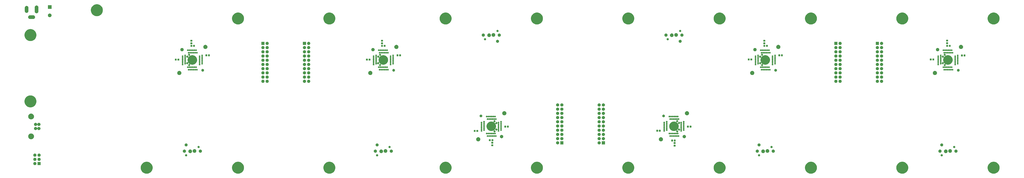
<source format=gbs>
G04 #@! TF.GenerationSoftware,KiCad,Pcbnew,(5.1.5)-3*
G04 #@! TF.CreationDate,2020-09-20T17:18:26+02:00*
G04 #@! TF.ProjectId,prog_rig,70726f67-5f72-4696-972e-6b696361645f,A*
G04 #@! TF.SameCoordinates,Original*
G04 #@! TF.FileFunction,Soldermask,Bot*
G04 #@! TF.FilePolarity,Negative*
%FSLAX46Y46*%
G04 Gerber Fmt 4.6, Leading zero omitted, Abs format (unit mm)*
G04 Created by KiCad (PCBNEW (5.1.5)-3) date 2020-09-20 17:18:26*
%MOMM*%
%LPD*%
G04 APERTURE LIST*
%ADD10C,0.100000*%
G04 APERTURE END LIST*
D10*
G36*
X186050081Y-141538346D02*
G01*
X186050083Y-141538347D01*
X186050084Y-141538347D01*
X186166355Y-141586508D01*
X186705240Y-141809721D01*
X187294866Y-142203697D01*
X187796303Y-142705134D01*
X188190279Y-143294760D01*
X188461654Y-143949919D01*
X188600000Y-144645431D01*
X188600000Y-145354569D01*
X188461654Y-146050081D01*
X188190279Y-146705240D01*
X187796303Y-147294866D01*
X187294866Y-147796303D01*
X186705240Y-148190279D01*
X186292095Y-148361409D01*
X186050084Y-148461653D01*
X186050083Y-148461653D01*
X186050081Y-148461654D01*
X185354569Y-148600000D01*
X184645431Y-148600000D01*
X183949919Y-148461654D01*
X183949917Y-148461653D01*
X183949916Y-148461653D01*
X183707905Y-148361409D01*
X183294760Y-148190279D01*
X182705134Y-147796303D01*
X182203697Y-147294866D01*
X181809721Y-146705240D01*
X181538346Y-146050081D01*
X181400000Y-145354569D01*
X181400000Y-144645431D01*
X181538346Y-143949919D01*
X181809721Y-143294760D01*
X182203697Y-142705134D01*
X182705134Y-142203697D01*
X183294760Y-141809721D01*
X183833645Y-141586508D01*
X183949916Y-141538347D01*
X183949917Y-141538347D01*
X183949919Y-141538346D01*
X184645431Y-141400000D01*
X185354569Y-141400000D01*
X186050081Y-141538346D01*
G37*
G36*
X586050081Y-141538346D02*
G01*
X586050083Y-141538347D01*
X586050084Y-141538347D01*
X586166355Y-141586508D01*
X586705240Y-141809721D01*
X587294866Y-142203697D01*
X587796303Y-142705134D01*
X588190279Y-143294760D01*
X588461654Y-143949919D01*
X588600000Y-144645431D01*
X588600000Y-145354569D01*
X588461654Y-146050081D01*
X588190279Y-146705240D01*
X587796303Y-147294866D01*
X587294866Y-147796303D01*
X586705240Y-148190279D01*
X586292095Y-148361409D01*
X586050084Y-148461653D01*
X586050083Y-148461653D01*
X586050081Y-148461654D01*
X585354569Y-148600000D01*
X584645431Y-148600000D01*
X583949919Y-148461654D01*
X583949917Y-148461653D01*
X583949916Y-148461653D01*
X583707905Y-148361409D01*
X583294760Y-148190279D01*
X582705134Y-147796303D01*
X582203697Y-147294866D01*
X581809721Y-146705240D01*
X581538346Y-146050081D01*
X581400000Y-145354569D01*
X581400000Y-144645431D01*
X581538346Y-143949919D01*
X581809721Y-143294760D01*
X582203697Y-142705134D01*
X582705134Y-142203697D01*
X583294760Y-141809721D01*
X583833645Y-141586508D01*
X583949916Y-141538347D01*
X583949917Y-141538347D01*
X583949919Y-141538346D01*
X584645431Y-141400000D01*
X585354569Y-141400000D01*
X586050081Y-141538346D01*
G37*
G36*
X241050081Y-141538346D02*
G01*
X241050083Y-141538347D01*
X241050084Y-141538347D01*
X241166355Y-141586508D01*
X241705240Y-141809721D01*
X242294866Y-142203697D01*
X242796303Y-142705134D01*
X243190279Y-143294760D01*
X243461654Y-143949919D01*
X243600000Y-144645431D01*
X243600000Y-145354569D01*
X243461654Y-146050081D01*
X243190279Y-146705240D01*
X242796303Y-147294866D01*
X242294866Y-147796303D01*
X241705240Y-148190279D01*
X241292095Y-148361409D01*
X241050084Y-148461653D01*
X241050083Y-148461653D01*
X241050081Y-148461654D01*
X240354569Y-148600000D01*
X239645431Y-148600000D01*
X238949919Y-148461654D01*
X238949917Y-148461653D01*
X238949916Y-148461653D01*
X238707905Y-148361409D01*
X238294760Y-148190279D01*
X237705134Y-147796303D01*
X237203697Y-147294866D01*
X236809721Y-146705240D01*
X236538346Y-146050081D01*
X236400000Y-145354569D01*
X236400000Y-144645431D01*
X236538346Y-143949919D01*
X236809721Y-143294760D01*
X237203697Y-142705134D01*
X237705134Y-142203697D01*
X238294760Y-141809721D01*
X238833645Y-141586508D01*
X238949916Y-141538347D01*
X238949917Y-141538347D01*
X238949919Y-141538346D01*
X239645431Y-141400000D01*
X240354569Y-141400000D01*
X241050081Y-141538346D01*
G37*
G36*
X531050081Y-141538346D02*
G01*
X531050083Y-141538347D01*
X531050084Y-141538347D01*
X531166355Y-141586508D01*
X531705240Y-141809721D01*
X532294866Y-142203697D01*
X532796303Y-142705134D01*
X533190279Y-143294760D01*
X533461654Y-143949919D01*
X533600000Y-144645431D01*
X533600000Y-145354569D01*
X533461654Y-146050081D01*
X533190279Y-146705240D01*
X532796303Y-147294866D01*
X532294866Y-147796303D01*
X531705240Y-148190279D01*
X531292095Y-148361409D01*
X531050084Y-148461653D01*
X531050083Y-148461653D01*
X531050081Y-148461654D01*
X530354569Y-148600000D01*
X529645431Y-148600000D01*
X528949919Y-148461654D01*
X528949917Y-148461653D01*
X528949916Y-148461653D01*
X528707905Y-148361409D01*
X528294760Y-148190279D01*
X527705134Y-147796303D01*
X527203697Y-147294866D01*
X526809721Y-146705240D01*
X526538346Y-146050081D01*
X526400000Y-145354569D01*
X526400000Y-144645431D01*
X526538346Y-143949919D01*
X526809721Y-143294760D01*
X527203697Y-142705134D01*
X527705134Y-142203697D01*
X528294760Y-141809721D01*
X528833645Y-141586508D01*
X528949916Y-141538347D01*
X528949917Y-141538347D01*
X528949919Y-141538346D01*
X529645431Y-141400000D01*
X530354569Y-141400000D01*
X531050081Y-141538346D01*
G37*
G36*
X311050081Y-141538346D02*
G01*
X311050083Y-141538347D01*
X311050084Y-141538347D01*
X311166355Y-141586508D01*
X311705240Y-141809721D01*
X312294866Y-142203697D01*
X312796303Y-142705134D01*
X313190279Y-143294760D01*
X313461654Y-143949919D01*
X313600000Y-144645431D01*
X313600000Y-145354569D01*
X313461654Y-146050081D01*
X313190279Y-146705240D01*
X312796303Y-147294866D01*
X312294866Y-147796303D01*
X311705240Y-148190279D01*
X311292095Y-148361409D01*
X311050084Y-148461653D01*
X311050083Y-148461653D01*
X311050081Y-148461654D01*
X310354569Y-148600000D01*
X309645431Y-148600000D01*
X308949919Y-148461654D01*
X308949917Y-148461653D01*
X308949916Y-148461653D01*
X308707905Y-148361409D01*
X308294760Y-148190279D01*
X307705134Y-147796303D01*
X307203697Y-147294866D01*
X306809721Y-146705240D01*
X306538346Y-146050081D01*
X306400000Y-145354569D01*
X306400000Y-144645431D01*
X306538346Y-143949919D01*
X306809721Y-143294760D01*
X307203697Y-142705134D01*
X307705134Y-142203697D01*
X308294760Y-141809721D01*
X308833645Y-141586508D01*
X308949916Y-141538347D01*
X308949917Y-141538347D01*
X308949919Y-141538346D01*
X309645431Y-141400000D01*
X310354569Y-141400000D01*
X311050081Y-141538346D01*
G37*
G36*
X366050081Y-141538346D02*
G01*
X366050083Y-141538347D01*
X366050084Y-141538347D01*
X366166355Y-141586508D01*
X366705240Y-141809721D01*
X367294866Y-142203697D01*
X367796303Y-142705134D01*
X368190279Y-143294760D01*
X368461654Y-143949919D01*
X368600000Y-144645431D01*
X368600000Y-145354569D01*
X368461654Y-146050081D01*
X368190279Y-146705240D01*
X367796303Y-147294866D01*
X367294866Y-147796303D01*
X366705240Y-148190279D01*
X366292095Y-148361409D01*
X366050084Y-148461653D01*
X366050083Y-148461653D01*
X366050081Y-148461654D01*
X365354569Y-148600000D01*
X364645431Y-148600000D01*
X363949919Y-148461654D01*
X363949917Y-148461653D01*
X363949916Y-148461653D01*
X363707905Y-148361409D01*
X363294760Y-148190279D01*
X362705134Y-147796303D01*
X362203697Y-147294866D01*
X361809721Y-146705240D01*
X361538346Y-146050081D01*
X361400000Y-145354569D01*
X361400000Y-144645431D01*
X361538346Y-143949919D01*
X361809721Y-143294760D01*
X362203697Y-142705134D01*
X362705134Y-142203697D01*
X363294760Y-141809721D01*
X363833645Y-141586508D01*
X363949916Y-141538347D01*
X363949917Y-141538347D01*
X363949919Y-141538346D01*
X364645431Y-141400000D01*
X365354569Y-141400000D01*
X366050081Y-141538346D01*
G37*
G36*
X131050081Y-141538346D02*
G01*
X131050083Y-141538347D01*
X131050084Y-141538347D01*
X131166355Y-141586508D01*
X131705240Y-141809721D01*
X132294866Y-142203697D01*
X132796303Y-142705134D01*
X133190279Y-143294760D01*
X133461654Y-143949919D01*
X133600000Y-144645431D01*
X133600000Y-145354569D01*
X133461654Y-146050081D01*
X133190279Y-146705240D01*
X132796303Y-147294866D01*
X132294866Y-147796303D01*
X131705240Y-148190279D01*
X131292095Y-148361409D01*
X131050084Y-148461653D01*
X131050083Y-148461653D01*
X131050081Y-148461654D01*
X130354569Y-148600000D01*
X129645431Y-148600000D01*
X128949919Y-148461654D01*
X128949917Y-148461653D01*
X128949916Y-148461653D01*
X128707905Y-148361409D01*
X128294760Y-148190279D01*
X127705134Y-147796303D01*
X127203697Y-147294866D01*
X126809721Y-146705240D01*
X126538346Y-146050081D01*
X126400000Y-145354569D01*
X126400000Y-144645431D01*
X126538346Y-143949919D01*
X126809721Y-143294760D01*
X127203697Y-142705134D01*
X127705134Y-142203697D01*
X128294760Y-141809721D01*
X128833645Y-141586508D01*
X128949916Y-141538347D01*
X128949917Y-141538347D01*
X128949919Y-141538346D01*
X129645431Y-141400000D01*
X130354569Y-141400000D01*
X131050081Y-141538346D01*
G37*
G36*
X476050081Y-141538346D02*
G01*
X476050083Y-141538347D01*
X476050084Y-141538347D01*
X476166355Y-141586508D01*
X476705240Y-141809721D01*
X477294866Y-142203697D01*
X477796303Y-142705134D01*
X478190279Y-143294760D01*
X478461654Y-143949919D01*
X478600000Y-144645431D01*
X478600000Y-145354569D01*
X478461654Y-146050081D01*
X478190279Y-146705240D01*
X477796303Y-147294866D01*
X477294866Y-147796303D01*
X476705240Y-148190279D01*
X476292095Y-148361409D01*
X476050084Y-148461653D01*
X476050083Y-148461653D01*
X476050081Y-148461654D01*
X475354569Y-148600000D01*
X474645431Y-148600000D01*
X473949919Y-148461654D01*
X473949917Y-148461653D01*
X473949916Y-148461653D01*
X473707905Y-148361409D01*
X473294760Y-148190279D01*
X472705134Y-147796303D01*
X472203697Y-147294866D01*
X471809721Y-146705240D01*
X471538346Y-146050081D01*
X471400000Y-145354569D01*
X471400000Y-144645431D01*
X471538346Y-143949919D01*
X471809721Y-143294760D01*
X472203697Y-142705134D01*
X472705134Y-142203697D01*
X473294760Y-141809721D01*
X473833645Y-141586508D01*
X473949916Y-141538347D01*
X473949917Y-141538347D01*
X473949919Y-141538346D01*
X474645431Y-141400000D01*
X475354569Y-141400000D01*
X476050081Y-141538346D01*
G37*
G36*
X421050081Y-141538346D02*
G01*
X421050083Y-141538347D01*
X421050084Y-141538347D01*
X421166355Y-141586508D01*
X421705240Y-141809721D01*
X422294866Y-142203697D01*
X422796303Y-142705134D01*
X423190279Y-143294760D01*
X423461654Y-143949919D01*
X423600000Y-144645431D01*
X423600000Y-145354569D01*
X423461654Y-146050081D01*
X423190279Y-146705240D01*
X422796303Y-147294866D01*
X422294866Y-147796303D01*
X421705240Y-148190279D01*
X421292095Y-148361409D01*
X421050084Y-148461653D01*
X421050083Y-148461653D01*
X421050081Y-148461654D01*
X420354569Y-148600000D01*
X419645431Y-148600000D01*
X418949919Y-148461654D01*
X418949917Y-148461653D01*
X418949916Y-148461653D01*
X418707905Y-148361409D01*
X418294760Y-148190279D01*
X417705134Y-147796303D01*
X417203697Y-147294866D01*
X416809721Y-146705240D01*
X416538346Y-146050081D01*
X416400000Y-145354569D01*
X416400000Y-144645431D01*
X416538346Y-143949919D01*
X416809721Y-143294760D01*
X417203697Y-142705134D01*
X417705134Y-142203697D01*
X418294760Y-141809721D01*
X418833645Y-141586508D01*
X418949916Y-141538347D01*
X418949917Y-141538347D01*
X418949919Y-141538346D01*
X419645431Y-141400000D01*
X420354569Y-141400000D01*
X421050081Y-141538346D01*
G37*
G36*
X641050081Y-141538346D02*
G01*
X641050083Y-141538347D01*
X641050084Y-141538347D01*
X641166355Y-141586508D01*
X641705240Y-141809721D01*
X642294866Y-142203697D01*
X642796303Y-142705134D01*
X643190279Y-143294760D01*
X643461654Y-143949919D01*
X643600000Y-144645431D01*
X643600000Y-145354569D01*
X643461654Y-146050081D01*
X643190279Y-146705240D01*
X642796303Y-147294866D01*
X642294866Y-147796303D01*
X641705240Y-148190279D01*
X641292095Y-148361409D01*
X641050084Y-148461653D01*
X641050083Y-148461653D01*
X641050081Y-148461654D01*
X640354569Y-148600000D01*
X639645431Y-148600000D01*
X638949919Y-148461654D01*
X638949917Y-148461653D01*
X638949916Y-148461653D01*
X638707905Y-148361409D01*
X638294760Y-148190279D01*
X637705134Y-147796303D01*
X637203697Y-147294866D01*
X636809721Y-146705240D01*
X636538346Y-146050081D01*
X636400000Y-145354569D01*
X636400000Y-144645431D01*
X636538346Y-143949919D01*
X636809721Y-143294760D01*
X637203697Y-142705134D01*
X637705134Y-142203697D01*
X638294760Y-141809721D01*
X638833645Y-141586508D01*
X638949916Y-141538347D01*
X638949917Y-141538347D01*
X638949919Y-141538346D01*
X639645431Y-141400000D01*
X640354569Y-141400000D01*
X641050081Y-141538346D01*
G37*
G36*
X62937105Y-141586508D02*
G01*
X63109994Y-141658121D01*
X63265590Y-141762087D01*
X63397913Y-141894410D01*
X63501879Y-142050006D01*
X63573492Y-142222895D01*
X63610000Y-142406433D01*
X63610000Y-142593567D01*
X63573492Y-142777105D01*
X63501879Y-142949994D01*
X63397913Y-143105590D01*
X63265590Y-143237913D01*
X63109994Y-143341879D01*
X62937105Y-143413492D01*
X62753567Y-143450000D01*
X62566433Y-143450000D01*
X62382895Y-143413492D01*
X62210006Y-143341879D01*
X62054410Y-143237913D01*
X61922087Y-143105590D01*
X61818121Y-142949994D01*
X61746508Y-142777105D01*
X61710000Y-142593567D01*
X61710000Y-142406433D01*
X61746508Y-142222895D01*
X61818121Y-142050006D01*
X61922087Y-141894410D01*
X62054410Y-141762087D01*
X62210006Y-141658121D01*
X62382895Y-141586508D01*
X62566433Y-141550000D01*
X62753567Y-141550000D01*
X62937105Y-141586508D01*
G37*
G36*
X66150000Y-143450000D02*
G01*
X64250000Y-143450000D01*
X64250000Y-141550000D01*
X66150000Y-141550000D01*
X66150000Y-143450000D01*
G37*
G36*
X62937105Y-139046508D02*
G01*
X63109994Y-139118121D01*
X63265590Y-139222087D01*
X63397913Y-139354410D01*
X63501879Y-139510006D01*
X63573492Y-139682895D01*
X63610000Y-139866433D01*
X63610000Y-140053567D01*
X63573492Y-140237105D01*
X63501879Y-140409994D01*
X63397913Y-140565590D01*
X63265590Y-140697913D01*
X63109994Y-140801879D01*
X62937105Y-140873492D01*
X62753567Y-140910000D01*
X62566433Y-140910000D01*
X62382895Y-140873492D01*
X62210006Y-140801879D01*
X62054410Y-140697913D01*
X61922087Y-140565590D01*
X61818121Y-140409994D01*
X61746508Y-140237105D01*
X61710000Y-140053567D01*
X61710000Y-139866433D01*
X61746508Y-139682895D01*
X61818121Y-139510006D01*
X61922087Y-139354410D01*
X62054410Y-139222087D01*
X62210006Y-139118121D01*
X62382895Y-139046508D01*
X62566433Y-139010000D01*
X62753567Y-139010000D01*
X62937105Y-139046508D01*
G37*
G36*
X65477105Y-139046508D02*
G01*
X65649994Y-139118121D01*
X65805590Y-139222087D01*
X65937913Y-139354410D01*
X66041879Y-139510006D01*
X66113492Y-139682895D01*
X66150000Y-139866433D01*
X66150000Y-140053567D01*
X66113492Y-140237105D01*
X66041879Y-140409994D01*
X65937913Y-140565590D01*
X65805590Y-140697913D01*
X65649994Y-140801879D01*
X65477105Y-140873492D01*
X65293567Y-140910000D01*
X65106433Y-140910000D01*
X64922895Y-140873492D01*
X64750006Y-140801879D01*
X64594410Y-140697913D01*
X64462087Y-140565590D01*
X64358121Y-140409994D01*
X64286508Y-140237105D01*
X64250000Y-140053567D01*
X64250000Y-139866433D01*
X64286508Y-139682895D01*
X64358121Y-139510006D01*
X64462087Y-139354410D01*
X64594410Y-139222087D01*
X64750006Y-139118121D01*
X64922895Y-139046508D01*
X65106433Y-139010000D01*
X65293567Y-139010000D01*
X65477105Y-139046508D01*
G37*
G36*
X62937105Y-136506508D02*
G01*
X63109994Y-136578121D01*
X63265590Y-136682087D01*
X63397913Y-136814410D01*
X63501879Y-136970006D01*
X63573492Y-137142895D01*
X63610000Y-137326433D01*
X63610000Y-137513567D01*
X63573492Y-137697105D01*
X63501879Y-137869994D01*
X63397913Y-138025590D01*
X63265590Y-138157913D01*
X63109994Y-138261879D01*
X62937105Y-138333492D01*
X62753567Y-138370000D01*
X62566433Y-138370000D01*
X62382895Y-138333492D01*
X62210006Y-138261879D01*
X62054410Y-138157913D01*
X61922087Y-138025590D01*
X61818121Y-137869994D01*
X61746508Y-137697105D01*
X61710000Y-137513567D01*
X61710000Y-137326433D01*
X61746508Y-137142895D01*
X61818121Y-136970006D01*
X61922087Y-136814410D01*
X62054410Y-136682087D01*
X62210006Y-136578121D01*
X62382895Y-136506508D01*
X62566433Y-136470000D01*
X62753567Y-136470000D01*
X62937105Y-136506508D01*
G37*
G36*
X65477105Y-136506508D02*
G01*
X65649994Y-136578121D01*
X65805590Y-136682087D01*
X65937913Y-136814410D01*
X66041879Y-136970006D01*
X66113492Y-137142895D01*
X66150000Y-137326433D01*
X66150000Y-137513567D01*
X66113492Y-137697105D01*
X66041879Y-137869994D01*
X65937913Y-138025590D01*
X65805590Y-138157913D01*
X65649994Y-138261879D01*
X65477105Y-138333492D01*
X65293567Y-138370000D01*
X65106433Y-138370000D01*
X64922895Y-138333492D01*
X64750006Y-138261879D01*
X64594410Y-138157913D01*
X64462087Y-138025590D01*
X64358121Y-137869994D01*
X64286508Y-137697105D01*
X64250000Y-137513567D01*
X64250000Y-137326433D01*
X64286508Y-137142895D01*
X64358121Y-136970006D01*
X64462087Y-136814410D01*
X64594410Y-136682087D01*
X64750006Y-136578121D01*
X64922895Y-136506508D01*
X65106433Y-136470000D01*
X65293567Y-136470000D01*
X65477105Y-136506508D01*
G37*
G36*
X608939598Y-136874979D02*
G01*
X608939600Y-136874980D01*
X608939601Y-136874980D01*
X609057890Y-136923977D01*
X609164352Y-136995113D01*
X609254887Y-137085648D01*
X609326023Y-137192110D01*
X609375020Y-137310399D01*
X609375021Y-137310402D01*
X609378210Y-137326436D01*
X609400000Y-137435983D01*
X609400000Y-137564017D01*
X609375020Y-137689601D01*
X609326023Y-137807890D01*
X609254887Y-137914352D01*
X609164352Y-138004887D01*
X609057890Y-138076023D01*
X608939601Y-138125020D01*
X608939600Y-138125020D01*
X608939598Y-138125021D01*
X608814019Y-138150000D01*
X608685981Y-138150000D01*
X608560402Y-138125021D01*
X608560400Y-138125020D01*
X608560399Y-138125020D01*
X608442110Y-138076023D01*
X608335648Y-138004887D01*
X608245113Y-137914352D01*
X608173977Y-137807890D01*
X608124980Y-137689601D01*
X608100000Y-137564017D01*
X608100000Y-137435983D01*
X608121790Y-137326436D01*
X608124979Y-137310402D01*
X608124980Y-137310399D01*
X608173977Y-137192110D01*
X608245113Y-137085648D01*
X608335648Y-136995113D01*
X608442110Y-136923977D01*
X608560399Y-136874980D01*
X608560400Y-136874980D01*
X608560402Y-136874979D01*
X608685981Y-136850000D01*
X608814019Y-136850000D01*
X608939598Y-136874979D01*
G37*
G36*
X498939598Y-136874979D02*
G01*
X498939600Y-136874980D01*
X498939601Y-136874980D01*
X499057890Y-136923977D01*
X499164352Y-136995113D01*
X499254887Y-137085648D01*
X499326023Y-137192110D01*
X499375020Y-137310399D01*
X499375021Y-137310402D01*
X499378210Y-137326436D01*
X499400000Y-137435983D01*
X499400000Y-137564017D01*
X499375020Y-137689601D01*
X499326023Y-137807890D01*
X499254887Y-137914352D01*
X499164352Y-138004887D01*
X499057890Y-138076023D01*
X498939601Y-138125020D01*
X498939600Y-138125020D01*
X498939598Y-138125021D01*
X498814019Y-138150000D01*
X498685981Y-138150000D01*
X498560402Y-138125021D01*
X498560400Y-138125020D01*
X498560399Y-138125020D01*
X498442110Y-138076023D01*
X498335648Y-138004887D01*
X498245113Y-137914352D01*
X498173977Y-137807890D01*
X498124980Y-137689601D01*
X498100000Y-137564017D01*
X498100000Y-137435983D01*
X498121790Y-137326436D01*
X498124979Y-137310402D01*
X498124980Y-137310399D01*
X498173977Y-137192110D01*
X498245113Y-137085648D01*
X498335648Y-136995113D01*
X498442110Y-136923977D01*
X498560399Y-136874980D01*
X498560400Y-136874980D01*
X498560402Y-136874979D01*
X498685981Y-136850000D01*
X498814019Y-136850000D01*
X498939598Y-136874979D01*
G37*
G36*
X268939598Y-136874979D02*
G01*
X268939600Y-136874980D01*
X268939601Y-136874980D01*
X269057890Y-136923977D01*
X269164352Y-136995113D01*
X269254887Y-137085648D01*
X269326023Y-137192110D01*
X269375020Y-137310399D01*
X269375021Y-137310402D01*
X269378210Y-137326436D01*
X269400000Y-137435983D01*
X269400000Y-137564017D01*
X269375020Y-137689601D01*
X269326023Y-137807890D01*
X269254887Y-137914352D01*
X269164352Y-138004887D01*
X269057890Y-138076023D01*
X268939601Y-138125020D01*
X268939600Y-138125020D01*
X268939598Y-138125021D01*
X268814019Y-138150000D01*
X268685981Y-138150000D01*
X268560402Y-138125021D01*
X268560400Y-138125020D01*
X268560399Y-138125020D01*
X268442110Y-138076023D01*
X268335648Y-138004887D01*
X268245113Y-137914352D01*
X268173977Y-137807890D01*
X268124980Y-137689601D01*
X268100000Y-137564017D01*
X268100000Y-137435983D01*
X268121790Y-137326436D01*
X268124979Y-137310402D01*
X268124980Y-137310399D01*
X268173977Y-137192110D01*
X268245113Y-137085648D01*
X268335648Y-136995113D01*
X268442110Y-136923977D01*
X268560399Y-136874980D01*
X268560400Y-136874980D01*
X268560402Y-136874979D01*
X268685981Y-136850000D01*
X268814019Y-136850000D01*
X268939598Y-136874979D01*
G37*
G36*
X153939598Y-136874979D02*
G01*
X153939600Y-136874980D01*
X153939601Y-136874980D01*
X154057890Y-136923977D01*
X154164352Y-136995113D01*
X154254887Y-137085648D01*
X154326023Y-137192110D01*
X154375020Y-137310399D01*
X154375021Y-137310402D01*
X154378210Y-137326436D01*
X154400000Y-137435983D01*
X154400000Y-137564017D01*
X154375020Y-137689601D01*
X154326023Y-137807890D01*
X154254887Y-137914352D01*
X154164352Y-138004887D01*
X154057890Y-138076023D01*
X153939601Y-138125020D01*
X153939600Y-138125020D01*
X153939598Y-138125021D01*
X153814019Y-138150000D01*
X153685981Y-138150000D01*
X153560402Y-138125021D01*
X153560400Y-138125020D01*
X153560399Y-138125020D01*
X153442110Y-138076023D01*
X153335648Y-138004887D01*
X153245113Y-137914352D01*
X153173977Y-137807890D01*
X153124980Y-137689601D01*
X153100000Y-137564017D01*
X153100000Y-137435983D01*
X153121790Y-137326436D01*
X153124979Y-137310402D01*
X153124980Y-137310399D01*
X153173977Y-137192110D01*
X153245113Y-137085648D01*
X153335648Y-136995113D01*
X153442110Y-136923977D01*
X153560399Y-136874980D01*
X153560400Y-136874980D01*
X153560402Y-136874979D01*
X153685981Y-136850000D01*
X153814019Y-136850000D01*
X153939598Y-136874979D01*
G37*
G36*
X271520856Y-134042272D02*
G01*
X271721048Y-134125194D01*
X271901208Y-134245573D01*
X272054427Y-134398792D01*
X272174806Y-134578952D01*
X272257728Y-134779144D01*
X272300000Y-134991657D01*
X272300000Y-135208343D01*
X272257728Y-135420856D01*
X272174806Y-135621048D01*
X272054427Y-135801208D01*
X271901208Y-135954427D01*
X271721048Y-136074806D01*
X271520856Y-136157728D01*
X271308343Y-136200000D01*
X271091657Y-136200000D01*
X270879144Y-136157728D01*
X270678952Y-136074806D01*
X270498792Y-135954427D01*
X270345573Y-135801208D01*
X270225194Y-135621048D01*
X270142272Y-135420856D01*
X270100000Y-135208343D01*
X270100000Y-134991657D01*
X270142272Y-134779144D01*
X270225194Y-134578952D01*
X270345573Y-134398792D01*
X270498792Y-134245573D01*
X270678952Y-134125194D01*
X270879144Y-134042272D01*
X271091657Y-134000000D01*
X271308343Y-134000000D01*
X271520856Y-134042272D01*
G37*
G36*
X501520856Y-134042272D02*
G01*
X501721048Y-134125194D01*
X501901208Y-134245573D01*
X502054427Y-134398792D01*
X502174806Y-134578952D01*
X502257728Y-134779144D01*
X502300000Y-134991657D01*
X502300000Y-135208343D01*
X502257728Y-135420856D01*
X502174806Y-135621048D01*
X502054427Y-135801208D01*
X501901208Y-135954427D01*
X501721048Y-136074806D01*
X501520856Y-136157728D01*
X501308343Y-136200000D01*
X501091657Y-136200000D01*
X500879144Y-136157728D01*
X500678952Y-136074806D01*
X500498792Y-135954427D01*
X500345573Y-135801208D01*
X500225194Y-135621048D01*
X500142272Y-135420856D01*
X500100000Y-135208343D01*
X500100000Y-134991657D01*
X500142272Y-134779144D01*
X500225194Y-134578952D01*
X500345573Y-134398792D01*
X500498792Y-134245573D01*
X500678952Y-134125194D01*
X500879144Y-134042272D01*
X501091657Y-134000000D01*
X501308343Y-134000000D01*
X501520856Y-134042272D01*
G37*
G36*
X611520856Y-134042272D02*
G01*
X611721048Y-134125194D01*
X611901208Y-134245573D01*
X612054427Y-134398792D01*
X612174806Y-134578952D01*
X612257728Y-134779144D01*
X612300000Y-134991657D01*
X612300000Y-135208343D01*
X612257728Y-135420856D01*
X612174806Y-135621048D01*
X612054427Y-135801208D01*
X611901208Y-135954427D01*
X611721048Y-136074806D01*
X611520856Y-136157728D01*
X611308343Y-136200000D01*
X611091657Y-136200000D01*
X610879144Y-136157728D01*
X610678952Y-136074806D01*
X610498792Y-135954427D01*
X610345573Y-135801208D01*
X610225194Y-135621048D01*
X610142272Y-135420856D01*
X610100000Y-135208343D01*
X610100000Y-134991657D01*
X610142272Y-134779144D01*
X610225194Y-134578952D01*
X610345573Y-134398792D01*
X610498792Y-134245573D01*
X610678952Y-134125194D01*
X610879144Y-134042272D01*
X611091657Y-134000000D01*
X611308343Y-134000000D01*
X611520856Y-134042272D01*
G37*
G36*
X156520856Y-134042272D02*
G01*
X156721048Y-134125194D01*
X156901208Y-134245573D01*
X157054427Y-134398792D01*
X157174806Y-134578952D01*
X157257728Y-134779144D01*
X157300000Y-134991657D01*
X157300000Y-135208343D01*
X157257728Y-135420856D01*
X157174806Y-135621048D01*
X157054427Y-135801208D01*
X156901208Y-135954427D01*
X156721048Y-136074806D01*
X156520856Y-136157728D01*
X156308343Y-136200000D01*
X156091657Y-136200000D01*
X155879144Y-136157728D01*
X155678952Y-136074806D01*
X155498792Y-135954427D01*
X155345573Y-135801208D01*
X155225194Y-135621048D01*
X155142272Y-135420856D01*
X155100000Y-135208343D01*
X155100000Y-134991657D01*
X155142272Y-134779144D01*
X155225194Y-134578952D01*
X155345573Y-134398792D01*
X155498792Y-134245573D01*
X155678952Y-134125194D01*
X155879144Y-134042272D01*
X156091657Y-134000000D01*
X156308343Y-134000000D01*
X156520856Y-134042272D01*
G37*
G36*
X504120856Y-133842272D02*
G01*
X504321048Y-133925194D01*
X504501208Y-134045573D01*
X504654427Y-134198792D01*
X504774806Y-134378952D01*
X504857728Y-134579144D01*
X504900000Y-134791657D01*
X504900000Y-135008343D01*
X504857728Y-135220856D01*
X504774806Y-135421048D01*
X504654427Y-135601208D01*
X504501208Y-135754427D01*
X504321048Y-135874806D01*
X504120856Y-135957728D01*
X503908343Y-136000000D01*
X503691657Y-136000000D01*
X503479144Y-135957728D01*
X503278952Y-135874806D01*
X503098792Y-135754427D01*
X502945573Y-135601208D01*
X502825194Y-135421048D01*
X502742272Y-135220856D01*
X502700000Y-135008343D01*
X502700000Y-134791657D01*
X502742272Y-134579144D01*
X502825194Y-134378952D01*
X502945573Y-134198792D01*
X503098792Y-134045573D01*
X503278952Y-133925194D01*
X503479144Y-133842272D01*
X503691657Y-133800000D01*
X503908343Y-133800000D01*
X504120856Y-133842272D01*
G37*
G36*
X159120856Y-133842272D02*
G01*
X159321048Y-133925194D01*
X159501208Y-134045573D01*
X159654427Y-134198792D01*
X159774806Y-134378952D01*
X159857728Y-134579144D01*
X159900000Y-134791657D01*
X159900000Y-135008343D01*
X159857728Y-135220856D01*
X159774806Y-135421048D01*
X159654427Y-135601208D01*
X159501208Y-135754427D01*
X159321048Y-135874806D01*
X159120856Y-135957728D01*
X158908343Y-136000000D01*
X158691657Y-136000000D01*
X158479144Y-135957728D01*
X158278952Y-135874806D01*
X158098792Y-135754427D01*
X157945573Y-135601208D01*
X157825194Y-135421048D01*
X157742272Y-135220856D01*
X157700000Y-135008343D01*
X157700000Y-134791657D01*
X157742272Y-134579144D01*
X157825194Y-134378952D01*
X157945573Y-134198792D01*
X158098792Y-134045573D01*
X158278952Y-133925194D01*
X158479144Y-133842272D01*
X158691657Y-133800000D01*
X158908343Y-133800000D01*
X159120856Y-133842272D01*
G37*
G36*
X274120856Y-133842272D02*
G01*
X274321048Y-133925194D01*
X274501208Y-134045573D01*
X274654427Y-134198792D01*
X274774806Y-134378952D01*
X274857728Y-134579144D01*
X274900000Y-134791657D01*
X274900000Y-135008343D01*
X274857728Y-135220856D01*
X274774806Y-135421048D01*
X274654427Y-135601208D01*
X274501208Y-135754427D01*
X274321048Y-135874806D01*
X274120856Y-135957728D01*
X273908343Y-136000000D01*
X273691657Y-136000000D01*
X273479144Y-135957728D01*
X273278952Y-135874806D01*
X273098792Y-135754427D01*
X272945573Y-135601208D01*
X272825194Y-135421048D01*
X272742272Y-135220856D01*
X272700000Y-135008343D01*
X272700000Y-134791657D01*
X272742272Y-134579144D01*
X272825194Y-134378952D01*
X272945573Y-134198792D01*
X273098792Y-134045573D01*
X273278952Y-133925194D01*
X273479144Y-133842272D01*
X273691657Y-133800000D01*
X273908343Y-133800000D01*
X274120856Y-133842272D01*
G37*
G36*
X614120856Y-133842272D02*
G01*
X614321048Y-133925194D01*
X614501208Y-134045573D01*
X614654427Y-134198792D01*
X614774806Y-134378952D01*
X614857728Y-134579144D01*
X614900000Y-134791657D01*
X614900000Y-135008343D01*
X614857728Y-135220856D01*
X614774806Y-135421048D01*
X614654427Y-135601208D01*
X614501208Y-135754427D01*
X614321048Y-135874806D01*
X614120856Y-135957728D01*
X613908343Y-136000000D01*
X613691657Y-136000000D01*
X613479144Y-135957728D01*
X613278952Y-135874806D01*
X613098792Y-135754427D01*
X612945573Y-135601208D01*
X612825194Y-135421048D01*
X612742272Y-135220856D01*
X612700000Y-135008343D01*
X612700000Y-134791657D01*
X612742272Y-134579144D01*
X612825194Y-134378952D01*
X612945573Y-134198792D01*
X613098792Y-134045573D01*
X613278952Y-133925194D01*
X613479144Y-133842272D01*
X613691657Y-133800000D01*
X613908343Y-133800000D01*
X614120856Y-133842272D01*
G37*
G36*
X507577105Y-134086508D02*
G01*
X507749994Y-134158121D01*
X507905590Y-134262087D01*
X508037913Y-134394410D01*
X508141879Y-134550006D01*
X508213492Y-134722895D01*
X508250000Y-134906433D01*
X508250000Y-135093567D01*
X508213492Y-135277105D01*
X508141879Y-135449994D01*
X508037913Y-135605590D01*
X507905590Y-135737913D01*
X507749994Y-135841879D01*
X507577105Y-135913492D01*
X507393567Y-135950000D01*
X507206433Y-135950000D01*
X507022895Y-135913492D01*
X506850006Y-135841879D01*
X506694410Y-135737913D01*
X506562087Y-135605590D01*
X506458121Y-135449994D01*
X506386508Y-135277105D01*
X506350000Y-135093567D01*
X506350000Y-134906433D01*
X506386508Y-134722895D01*
X506458121Y-134550006D01*
X506562087Y-134394410D01*
X506694410Y-134262087D01*
X506850006Y-134158121D01*
X507022895Y-134086508D01*
X507206433Y-134050000D01*
X507393567Y-134050000D01*
X507577105Y-134086508D01*
G37*
G36*
X607977105Y-134086508D02*
G01*
X608149994Y-134158121D01*
X608305590Y-134262087D01*
X608437913Y-134394410D01*
X608541879Y-134550006D01*
X608613492Y-134722895D01*
X608650000Y-134906433D01*
X608650000Y-135093567D01*
X608613492Y-135277105D01*
X608541879Y-135449994D01*
X608437913Y-135605590D01*
X608305590Y-135737913D01*
X608149994Y-135841879D01*
X607977105Y-135913492D01*
X607793567Y-135950000D01*
X607606433Y-135950000D01*
X607422895Y-135913492D01*
X607250006Y-135841879D01*
X607094410Y-135737913D01*
X606962087Y-135605590D01*
X606858121Y-135449994D01*
X606786508Y-135277105D01*
X606750000Y-135093567D01*
X606750000Y-134906433D01*
X606786508Y-134722895D01*
X606858121Y-134550006D01*
X606962087Y-134394410D01*
X607094410Y-134262087D01*
X607250006Y-134158121D01*
X607422895Y-134086508D01*
X607606433Y-134050000D01*
X607793567Y-134050000D01*
X607977105Y-134086508D01*
G37*
G36*
X497977105Y-134086508D02*
G01*
X498149994Y-134158121D01*
X498305590Y-134262087D01*
X498437913Y-134394410D01*
X498541879Y-134550006D01*
X498613492Y-134722895D01*
X498650000Y-134906433D01*
X498650000Y-135093567D01*
X498613492Y-135277105D01*
X498541879Y-135449994D01*
X498437913Y-135605590D01*
X498305590Y-135737913D01*
X498149994Y-135841879D01*
X497977105Y-135913492D01*
X497793567Y-135950000D01*
X497606433Y-135950000D01*
X497422895Y-135913492D01*
X497250006Y-135841879D01*
X497094410Y-135737913D01*
X496962087Y-135605590D01*
X496858121Y-135449994D01*
X496786508Y-135277105D01*
X496750000Y-135093567D01*
X496750000Y-134906433D01*
X496786508Y-134722895D01*
X496858121Y-134550006D01*
X496962087Y-134394410D01*
X497094410Y-134262087D01*
X497250006Y-134158121D01*
X497422895Y-134086508D01*
X497606433Y-134050000D01*
X497793567Y-134050000D01*
X497977105Y-134086508D01*
G37*
G36*
X267977105Y-134086508D02*
G01*
X268149994Y-134158121D01*
X268305590Y-134262087D01*
X268437913Y-134394410D01*
X268541879Y-134550006D01*
X268613492Y-134722895D01*
X268650000Y-134906433D01*
X268650000Y-135093567D01*
X268613492Y-135277105D01*
X268541879Y-135449994D01*
X268437913Y-135605590D01*
X268305590Y-135737913D01*
X268149994Y-135841879D01*
X267977105Y-135913492D01*
X267793567Y-135950000D01*
X267606433Y-135950000D01*
X267422895Y-135913492D01*
X267250006Y-135841879D01*
X267094410Y-135737913D01*
X266962087Y-135605590D01*
X266858121Y-135449994D01*
X266786508Y-135277105D01*
X266750000Y-135093567D01*
X266750000Y-134906433D01*
X266786508Y-134722895D01*
X266858121Y-134550006D01*
X266962087Y-134394410D01*
X267094410Y-134262087D01*
X267250006Y-134158121D01*
X267422895Y-134086508D01*
X267606433Y-134050000D01*
X267793567Y-134050000D01*
X267977105Y-134086508D01*
G37*
G36*
X277577105Y-134086508D02*
G01*
X277749994Y-134158121D01*
X277905590Y-134262087D01*
X278037913Y-134394410D01*
X278141879Y-134550006D01*
X278213492Y-134722895D01*
X278250000Y-134906433D01*
X278250000Y-135093567D01*
X278213492Y-135277105D01*
X278141879Y-135449994D01*
X278037913Y-135605590D01*
X277905590Y-135737913D01*
X277749994Y-135841879D01*
X277577105Y-135913492D01*
X277393567Y-135950000D01*
X277206433Y-135950000D01*
X277022895Y-135913492D01*
X276850006Y-135841879D01*
X276694410Y-135737913D01*
X276562087Y-135605590D01*
X276458121Y-135449994D01*
X276386508Y-135277105D01*
X276350000Y-135093567D01*
X276350000Y-134906433D01*
X276386508Y-134722895D01*
X276458121Y-134550006D01*
X276562087Y-134394410D01*
X276694410Y-134262087D01*
X276850006Y-134158121D01*
X277022895Y-134086508D01*
X277206433Y-134050000D01*
X277393567Y-134050000D01*
X277577105Y-134086508D01*
G37*
G36*
X617577105Y-134086508D02*
G01*
X617749994Y-134158121D01*
X617905590Y-134262087D01*
X618037913Y-134394410D01*
X618141879Y-134550006D01*
X618213492Y-134722895D01*
X618250000Y-134906433D01*
X618250000Y-135093567D01*
X618213492Y-135277105D01*
X618141879Y-135449994D01*
X618037913Y-135605590D01*
X617905590Y-135737913D01*
X617749994Y-135841879D01*
X617577105Y-135913492D01*
X617393567Y-135950000D01*
X617206433Y-135950000D01*
X617022895Y-135913492D01*
X616850006Y-135841879D01*
X616694410Y-135737913D01*
X616562087Y-135605590D01*
X616458121Y-135449994D01*
X616386508Y-135277105D01*
X616350000Y-135093567D01*
X616350000Y-134906433D01*
X616386508Y-134722895D01*
X616458121Y-134550006D01*
X616562087Y-134394410D01*
X616694410Y-134262087D01*
X616850006Y-134158121D01*
X617022895Y-134086508D01*
X617206433Y-134050000D01*
X617393567Y-134050000D01*
X617577105Y-134086508D01*
G37*
G36*
X152977105Y-134086508D02*
G01*
X153149994Y-134158121D01*
X153305590Y-134262087D01*
X153437913Y-134394410D01*
X153541879Y-134550006D01*
X153613492Y-134722895D01*
X153650000Y-134906433D01*
X153650000Y-135093567D01*
X153613492Y-135277105D01*
X153541879Y-135449994D01*
X153437913Y-135605590D01*
X153305590Y-135737913D01*
X153149994Y-135841879D01*
X152977105Y-135913492D01*
X152793567Y-135950000D01*
X152606433Y-135950000D01*
X152422895Y-135913492D01*
X152250006Y-135841879D01*
X152094410Y-135737913D01*
X151962087Y-135605590D01*
X151858121Y-135449994D01*
X151786508Y-135277105D01*
X151750000Y-135093567D01*
X151750000Y-134906433D01*
X151786508Y-134722895D01*
X151858121Y-134550006D01*
X151962087Y-134394410D01*
X152094410Y-134262087D01*
X152250006Y-134158121D01*
X152422895Y-134086508D01*
X152606433Y-134050000D01*
X152793567Y-134050000D01*
X152977105Y-134086508D01*
G37*
G36*
X162577105Y-134086508D02*
G01*
X162749994Y-134158121D01*
X162905590Y-134262087D01*
X163037913Y-134394410D01*
X163141879Y-134550006D01*
X163213492Y-134722895D01*
X163250000Y-134906433D01*
X163250000Y-135093567D01*
X163213492Y-135277105D01*
X163141879Y-135449994D01*
X163037913Y-135605590D01*
X162905590Y-135737913D01*
X162749994Y-135841879D01*
X162577105Y-135913492D01*
X162393567Y-135950000D01*
X162206433Y-135950000D01*
X162022895Y-135913492D01*
X161850006Y-135841879D01*
X161694410Y-135737913D01*
X161562087Y-135605590D01*
X161458121Y-135449994D01*
X161386508Y-135277105D01*
X161350000Y-135093567D01*
X161350000Y-134906433D01*
X161386508Y-134722895D01*
X161458121Y-134550006D01*
X161562087Y-134394410D01*
X161694410Y-134262087D01*
X161850006Y-134158121D01*
X162022895Y-134086508D01*
X162206433Y-134050000D01*
X162393567Y-134050000D01*
X162577105Y-134086508D01*
G37*
G36*
X161439598Y-131874979D02*
G01*
X161439600Y-131874980D01*
X161439601Y-131874980D01*
X161557890Y-131923977D01*
X161664352Y-131995113D01*
X161754887Y-132085648D01*
X161826023Y-132192110D01*
X161875020Y-132310399D01*
X161900000Y-132435983D01*
X161900000Y-132564017D01*
X161875020Y-132689601D01*
X161826023Y-132807890D01*
X161754887Y-132914352D01*
X161664352Y-133004887D01*
X161557890Y-133076023D01*
X161439601Y-133125020D01*
X161439600Y-133125020D01*
X161439598Y-133125021D01*
X161314019Y-133150000D01*
X161185981Y-133150000D01*
X161060402Y-133125021D01*
X161060400Y-133125020D01*
X161060399Y-133125020D01*
X160942110Y-133076023D01*
X160835648Y-133004887D01*
X160745113Y-132914352D01*
X160673977Y-132807890D01*
X160624980Y-132689601D01*
X160600000Y-132564017D01*
X160600000Y-132435983D01*
X160624980Y-132310399D01*
X160673977Y-132192110D01*
X160745113Y-132085648D01*
X160835648Y-131995113D01*
X160942110Y-131923977D01*
X161060399Y-131874980D01*
X161060400Y-131874980D01*
X161060402Y-131874979D01*
X161185981Y-131850000D01*
X161314019Y-131850000D01*
X161439598Y-131874979D01*
G37*
G36*
X506439598Y-131874979D02*
G01*
X506439600Y-131874980D01*
X506439601Y-131874980D01*
X506557890Y-131923977D01*
X506664352Y-131995113D01*
X506754887Y-132085648D01*
X506826023Y-132192110D01*
X506875020Y-132310399D01*
X506900000Y-132435983D01*
X506900000Y-132564017D01*
X506875020Y-132689601D01*
X506826023Y-132807890D01*
X506754887Y-132914352D01*
X506664352Y-133004887D01*
X506557890Y-133076023D01*
X506439601Y-133125020D01*
X506439600Y-133125020D01*
X506439598Y-133125021D01*
X506314019Y-133150000D01*
X506185981Y-133150000D01*
X506060402Y-133125021D01*
X506060400Y-133125020D01*
X506060399Y-133125020D01*
X505942110Y-133076023D01*
X505835648Y-133004887D01*
X505745113Y-132914352D01*
X505673977Y-132807890D01*
X505624980Y-132689601D01*
X505600000Y-132564017D01*
X505600000Y-132435983D01*
X505624980Y-132310399D01*
X505673977Y-132192110D01*
X505745113Y-132085648D01*
X505835648Y-131995113D01*
X505942110Y-131923977D01*
X506060399Y-131874980D01*
X506060400Y-131874980D01*
X506060402Y-131874979D01*
X506185981Y-131850000D01*
X506314019Y-131850000D01*
X506439598Y-131874979D01*
G37*
G36*
X616439598Y-131874979D02*
G01*
X616439600Y-131874980D01*
X616439601Y-131874980D01*
X616557890Y-131923977D01*
X616664352Y-131995113D01*
X616754887Y-132085648D01*
X616826023Y-132192110D01*
X616875020Y-132310399D01*
X616900000Y-132435983D01*
X616900000Y-132564017D01*
X616875020Y-132689601D01*
X616826023Y-132807890D01*
X616754887Y-132914352D01*
X616664352Y-133004887D01*
X616557890Y-133076023D01*
X616439601Y-133125020D01*
X616439600Y-133125020D01*
X616439598Y-133125021D01*
X616314019Y-133150000D01*
X616185981Y-133150000D01*
X616060402Y-133125021D01*
X616060400Y-133125020D01*
X616060399Y-133125020D01*
X615942110Y-133076023D01*
X615835648Y-133004887D01*
X615745113Y-132914352D01*
X615673977Y-132807890D01*
X615624980Y-132689601D01*
X615600000Y-132564017D01*
X615600000Y-132435983D01*
X615624980Y-132310399D01*
X615673977Y-132192110D01*
X615745113Y-132085648D01*
X615835648Y-131995113D01*
X615942110Y-131923977D01*
X616060399Y-131874980D01*
X616060400Y-131874980D01*
X616060402Y-131874979D01*
X616185981Y-131850000D01*
X616314019Y-131850000D01*
X616439598Y-131874979D01*
G37*
G36*
X276439598Y-131874979D02*
G01*
X276439600Y-131874980D01*
X276439601Y-131874980D01*
X276557890Y-131923977D01*
X276664352Y-131995113D01*
X276754887Y-132085648D01*
X276826023Y-132192110D01*
X276875020Y-132310399D01*
X276900000Y-132435983D01*
X276900000Y-132564017D01*
X276875020Y-132689601D01*
X276826023Y-132807890D01*
X276754887Y-132914352D01*
X276664352Y-133004887D01*
X276557890Y-133076023D01*
X276439601Y-133125020D01*
X276439600Y-133125020D01*
X276439598Y-133125021D01*
X276314019Y-133150000D01*
X276185981Y-133150000D01*
X276060402Y-133125021D01*
X276060400Y-133125020D01*
X276060399Y-133125020D01*
X275942110Y-133076023D01*
X275835648Y-133004887D01*
X275745113Y-132914352D01*
X275673977Y-132807890D01*
X275624980Y-132689601D01*
X275600000Y-132564017D01*
X275600000Y-132435983D01*
X275624980Y-132310399D01*
X275673977Y-132192110D01*
X275745113Y-132085648D01*
X275835648Y-131995113D01*
X275942110Y-131923977D01*
X276060399Y-131874980D01*
X276060400Y-131874980D01*
X276060402Y-131874979D01*
X276185981Y-131850000D01*
X276314019Y-131850000D01*
X276439598Y-131874979D01*
G37*
G36*
X448298832Y-131154678D02*
G01*
X448339774Y-131167097D01*
X448377512Y-131187269D01*
X448410588Y-131214412D01*
X448437731Y-131247488D01*
X448457903Y-131285226D01*
X448470322Y-131326168D01*
X448475000Y-131373658D01*
X448475000Y-132001342D01*
X448470322Y-132048832D01*
X448457903Y-132089774D01*
X448437731Y-132127512D01*
X448410588Y-132160588D01*
X448377512Y-132187731D01*
X448339774Y-132207903D01*
X448298832Y-132220322D01*
X448251342Y-132225000D01*
X447548658Y-132225000D01*
X447501168Y-132220322D01*
X447460226Y-132207903D01*
X447422488Y-132187731D01*
X447389412Y-132160588D01*
X447362269Y-132127512D01*
X447342097Y-132089774D01*
X447329678Y-132048832D01*
X447325000Y-132001342D01*
X447325000Y-131373658D01*
X447329678Y-131326168D01*
X447342097Y-131285226D01*
X447362269Y-131247488D01*
X447389412Y-131214412D01*
X447422488Y-131187269D01*
X447460226Y-131167097D01*
X447501168Y-131154678D01*
X447548658Y-131150000D01*
X448251342Y-131150000D01*
X448298832Y-131154678D01*
G37*
G36*
X154012520Y-130384586D02*
G01*
X154012522Y-130384587D01*
X154012523Y-130384587D01*
X154073025Y-130409648D01*
X154176310Y-130452430D01*
X154323717Y-130550924D01*
X154449076Y-130676283D01*
X154547570Y-130823690D01*
X154615414Y-130987480D01*
X154650000Y-131161358D01*
X154650000Y-131338642D01*
X154615414Y-131512520D01*
X154547570Y-131676310D01*
X154449076Y-131823717D01*
X154323717Y-131949076D01*
X154176310Y-132047570D01*
X154084379Y-132085649D01*
X154012523Y-132115413D01*
X154012522Y-132115413D01*
X154012520Y-132115414D01*
X153838642Y-132150000D01*
X153661358Y-132150000D01*
X153487480Y-132115414D01*
X153487478Y-132115413D01*
X153487477Y-132115413D01*
X153415621Y-132085649D01*
X153323690Y-132047570D01*
X153176283Y-131949076D01*
X153050924Y-131823717D01*
X152952430Y-131676310D01*
X152884586Y-131512520D01*
X152850000Y-131338642D01*
X152850000Y-131161358D01*
X152884586Y-130987480D01*
X152952430Y-130823690D01*
X153050924Y-130676283D01*
X153176283Y-130550924D01*
X153323690Y-130452430D01*
X153426975Y-130409648D01*
X153487477Y-130384587D01*
X153487478Y-130384587D01*
X153487480Y-130384586D01*
X153661358Y-130350000D01*
X153838642Y-130350000D01*
X154012520Y-130384586D01*
G37*
G36*
X269012520Y-130384586D02*
G01*
X269012522Y-130384587D01*
X269012523Y-130384587D01*
X269073025Y-130409648D01*
X269176310Y-130452430D01*
X269323717Y-130550924D01*
X269449076Y-130676283D01*
X269547570Y-130823690D01*
X269615414Y-130987480D01*
X269650000Y-131161358D01*
X269650000Y-131338642D01*
X269615414Y-131512520D01*
X269547570Y-131676310D01*
X269449076Y-131823717D01*
X269323717Y-131949076D01*
X269176310Y-132047570D01*
X269084379Y-132085649D01*
X269012523Y-132115413D01*
X269012522Y-132115413D01*
X269012520Y-132115414D01*
X268838642Y-132150000D01*
X268661358Y-132150000D01*
X268487480Y-132115414D01*
X268487478Y-132115413D01*
X268487477Y-132115413D01*
X268415621Y-132085649D01*
X268323690Y-132047570D01*
X268176283Y-131949076D01*
X268050924Y-131823717D01*
X267952430Y-131676310D01*
X267884586Y-131512520D01*
X267850000Y-131338642D01*
X267850000Y-131161358D01*
X267884586Y-130987480D01*
X267952430Y-130823690D01*
X268050924Y-130676283D01*
X268176283Y-130550924D01*
X268323690Y-130452430D01*
X268426975Y-130409648D01*
X268487477Y-130384587D01*
X268487478Y-130384587D01*
X268487480Y-130384586D01*
X268661358Y-130350000D01*
X268838642Y-130350000D01*
X269012520Y-130384586D01*
G37*
G36*
X499012520Y-130384586D02*
G01*
X499012522Y-130384587D01*
X499012523Y-130384587D01*
X499073025Y-130409648D01*
X499176310Y-130452430D01*
X499323717Y-130550924D01*
X499449076Y-130676283D01*
X499547570Y-130823690D01*
X499615414Y-130987480D01*
X499650000Y-131161358D01*
X499650000Y-131338642D01*
X499615414Y-131512520D01*
X499547570Y-131676310D01*
X499449076Y-131823717D01*
X499323717Y-131949076D01*
X499176310Y-132047570D01*
X499084379Y-132085649D01*
X499012523Y-132115413D01*
X499012522Y-132115413D01*
X499012520Y-132115414D01*
X498838642Y-132150000D01*
X498661358Y-132150000D01*
X498487480Y-132115414D01*
X498487478Y-132115413D01*
X498487477Y-132115413D01*
X498415621Y-132085649D01*
X498323690Y-132047570D01*
X498176283Y-131949076D01*
X498050924Y-131823717D01*
X497952430Y-131676310D01*
X497884586Y-131512520D01*
X497850000Y-131338642D01*
X497850000Y-131161358D01*
X497884586Y-130987480D01*
X497952430Y-130823690D01*
X498050924Y-130676283D01*
X498176283Y-130550924D01*
X498323690Y-130452430D01*
X498426975Y-130409648D01*
X498487477Y-130384587D01*
X498487478Y-130384587D01*
X498487480Y-130384586D01*
X498661358Y-130350000D01*
X498838642Y-130350000D01*
X499012520Y-130384586D01*
G37*
G36*
X609012520Y-130384586D02*
G01*
X609012522Y-130384587D01*
X609012523Y-130384587D01*
X609073025Y-130409648D01*
X609176310Y-130452430D01*
X609323717Y-130550924D01*
X609449076Y-130676283D01*
X609547570Y-130823690D01*
X609615414Y-130987480D01*
X609650000Y-131161358D01*
X609650000Y-131338642D01*
X609615414Y-131512520D01*
X609547570Y-131676310D01*
X609449076Y-131823717D01*
X609323717Y-131949076D01*
X609176310Y-132047570D01*
X609084379Y-132085649D01*
X609012523Y-132115413D01*
X609012522Y-132115413D01*
X609012520Y-132115414D01*
X608838642Y-132150000D01*
X608661358Y-132150000D01*
X608487480Y-132115414D01*
X608487478Y-132115413D01*
X608487477Y-132115413D01*
X608415621Y-132085649D01*
X608323690Y-132047570D01*
X608176283Y-131949076D01*
X608050924Y-131823717D01*
X607952430Y-131676310D01*
X607884586Y-131512520D01*
X607850000Y-131338642D01*
X607850000Y-131161358D01*
X607884586Y-130987480D01*
X607952430Y-130823690D01*
X608050924Y-130676283D01*
X608176283Y-130550924D01*
X608323690Y-130452430D01*
X608426975Y-130409648D01*
X608487477Y-130384587D01*
X608487478Y-130384587D01*
X608487480Y-130384586D01*
X608661358Y-130350000D01*
X608838642Y-130350000D01*
X609012520Y-130384586D01*
G37*
G36*
X338498832Y-130954678D02*
G01*
X338539774Y-130967097D01*
X338577512Y-130987269D01*
X338610588Y-131014412D01*
X338637731Y-131047488D01*
X338657903Y-131085226D01*
X338670322Y-131126168D01*
X338675000Y-131173658D01*
X338675000Y-131801342D01*
X338670322Y-131848832D01*
X338657903Y-131889774D01*
X338637731Y-131927512D01*
X338610588Y-131960588D01*
X338577512Y-131987731D01*
X338539774Y-132007903D01*
X338498832Y-132020322D01*
X338451342Y-132025000D01*
X337748658Y-132025000D01*
X337701168Y-132020322D01*
X337660226Y-132007903D01*
X337622488Y-131987731D01*
X337589412Y-131960588D01*
X337562269Y-131927512D01*
X337542097Y-131889774D01*
X337529678Y-131848832D01*
X337525000Y-131801342D01*
X337525000Y-131173658D01*
X337529678Y-131126168D01*
X337542097Y-131085226D01*
X337562269Y-131047488D01*
X337589412Y-131014412D01*
X337622488Y-130987269D01*
X337660226Y-130967097D01*
X337701168Y-130954678D01*
X337748658Y-130950000D01*
X338451342Y-130950000D01*
X338498832Y-130954678D01*
G37*
G36*
X402737105Y-129086508D02*
G01*
X402909994Y-129158121D01*
X403065590Y-129262087D01*
X403197913Y-129394410D01*
X403301879Y-129550006D01*
X403373492Y-129722895D01*
X403410000Y-129906433D01*
X403410000Y-130093567D01*
X403373492Y-130277105D01*
X403301879Y-130449994D01*
X403197913Y-130605590D01*
X403065590Y-130737913D01*
X402909994Y-130841879D01*
X402737105Y-130913492D01*
X402553567Y-130950000D01*
X402366433Y-130950000D01*
X402182895Y-130913492D01*
X402010006Y-130841879D01*
X401854410Y-130737913D01*
X401722087Y-130605590D01*
X401618121Y-130449994D01*
X401546508Y-130277105D01*
X401510000Y-130093567D01*
X401510000Y-129906433D01*
X401546508Y-129722895D01*
X401618121Y-129550006D01*
X401722087Y-129394410D01*
X401854410Y-129262087D01*
X402010006Y-129158121D01*
X402182895Y-129086508D01*
X402366433Y-129050000D01*
X402553567Y-129050000D01*
X402737105Y-129086508D01*
G37*
G36*
X405950000Y-130950000D02*
G01*
X404050000Y-130950000D01*
X404050000Y-129050000D01*
X405950000Y-129050000D01*
X405950000Y-130950000D01*
G37*
G36*
X377737105Y-129086508D02*
G01*
X377909994Y-129158121D01*
X378065590Y-129262087D01*
X378197913Y-129394410D01*
X378301879Y-129550006D01*
X378373492Y-129722895D01*
X378410000Y-129906433D01*
X378410000Y-130093567D01*
X378373492Y-130277105D01*
X378301879Y-130449994D01*
X378197913Y-130605590D01*
X378065590Y-130737913D01*
X377909994Y-130841879D01*
X377737105Y-130913492D01*
X377553567Y-130950000D01*
X377366433Y-130950000D01*
X377182895Y-130913492D01*
X377010006Y-130841879D01*
X376854410Y-130737913D01*
X376722087Y-130605590D01*
X376618121Y-130449994D01*
X376546508Y-130277105D01*
X376510000Y-130093567D01*
X376510000Y-129906433D01*
X376546508Y-129722895D01*
X376618121Y-129550006D01*
X376722087Y-129394410D01*
X376854410Y-129262087D01*
X377010006Y-129158121D01*
X377182895Y-129086508D01*
X377366433Y-129050000D01*
X377553567Y-129050000D01*
X377737105Y-129086508D01*
G37*
G36*
X380950000Y-130950000D02*
G01*
X379050000Y-130950000D01*
X379050000Y-129050000D01*
X380950000Y-129050000D01*
X380950000Y-130950000D01*
G37*
G36*
X448298832Y-129579678D02*
G01*
X448339774Y-129592097D01*
X448377512Y-129612269D01*
X448410588Y-129639412D01*
X448437731Y-129672488D01*
X448457903Y-129710226D01*
X448470322Y-129751168D01*
X448475000Y-129798658D01*
X448475000Y-130426342D01*
X448470322Y-130473832D01*
X448457903Y-130514774D01*
X448437731Y-130552512D01*
X448410588Y-130585588D01*
X448377512Y-130612731D01*
X448339774Y-130632903D01*
X448298832Y-130645322D01*
X448251342Y-130650000D01*
X447548658Y-130650000D01*
X447501168Y-130645322D01*
X447460226Y-130632903D01*
X447422488Y-130612731D01*
X447389412Y-130585588D01*
X447362269Y-130552512D01*
X447342097Y-130514774D01*
X447329678Y-130473832D01*
X447325000Y-130426342D01*
X447325000Y-129798658D01*
X447329678Y-129751168D01*
X447342097Y-129710226D01*
X447362269Y-129672488D01*
X447389412Y-129639412D01*
X447422488Y-129612269D01*
X447460226Y-129592097D01*
X447501168Y-129579678D01*
X447548658Y-129575000D01*
X448251342Y-129575000D01*
X448298832Y-129579678D01*
G37*
G36*
X338498832Y-129379678D02*
G01*
X338539774Y-129392097D01*
X338577512Y-129412269D01*
X338610588Y-129439412D01*
X338637731Y-129472488D01*
X338657903Y-129510226D01*
X338670322Y-129551168D01*
X338675000Y-129598658D01*
X338675000Y-130226342D01*
X338670322Y-130273832D01*
X338657903Y-130314774D01*
X338637731Y-130352512D01*
X338610588Y-130385588D01*
X338577512Y-130412731D01*
X338539774Y-130432903D01*
X338498832Y-130445322D01*
X338451342Y-130450000D01*
X337748658Y-130450000D01*
X337701168Y-130445322D01*
X337660226Y-130432903D01*
X337622488Y-130412731D01*
X337589412Y-130385588D01*
X337562269Y-130352512D01*
X337542097Y-130314774D01*
X337529678Y-130273832D01*
X337525000Y-130226342D01*
X337525000Y-129598658D01*
X337529678Y-129551168D01*
X337542097Y-129510226D01*
X337562269Y-129472488D01*
X337589412Y-129439412D01*
X337622488Y-129412269D01*
X337660226Y-129392097D01*
X337701168Y-129379678D01*
X337748658Y-129375000D01*
X338451342Y-129375000D01*
X338498832Y-129379678D01*
G37*
G36*
X448348832Y-128029678D02*
G01*
X448389774Y-128042097D01*
X448427512Y-128062269D01*
X448460588Y-128089412D01*
X448487731Y-128122488D01*
X448507903Y-128160226D01*
X448520322Y-128201168D01*
X448525000Y-128248658D01*
X448525000Y-128951342D01*
X448520322Y-128998832D01*
X448507903Y-129039774D01*
X448487731Y-129077512D01*
X448460588Y-129110588D01*
X448427512Y-129137731D01*
X448389774Y-129157903D01*
X448348832Y-129170322D01*
X448301342Y-129175000D01*
X447673658Y-129175000D01*
X447626168Y-129170322D01*
X447585226Y-129157903D01*
X447547488Y-129137731D01*
X447514412Y-129110588D01*
X447487269Y-129077512D01*
X447467097Y-129039774D01*
X447454678Y-128998832D01*
X447450000Y-128951342D01*
X447450000Y-128248658D01*
X447454678Y-128201168D01*
X447467097Y-128160226D01*
X447487269Y-128122488D01*
X447514412Y-128089412D01*
X447547488Y-128062269D01*
X447585226Y-128042097D01*
X447626168Y-128029678D01*
X447673658Y-128025000D01*
X448301342Y-128025000D01*
X448348832Y-128029678D01*
G37*
G36*
X446773832Y-128029678D02*
G01*
X446814774Y-128042097D01*
X446852512Y-128062269D01*
X446885588Y-128089412D01*
X446912731Y-128122488D01*
X446932903Y-128160226D01*
X446945322Y-128201168D01*
X446950000Y-128248658D01*
X446950000Y-128951342D01*
X446945322Y-128998832D01*
X446932903Y-129039774D01*
X446912731Y-129077512D01*
X446885588Y-129110588D01*
X446852512Y-129137731D01*
X446814774Y-129157903D01*
X446773832Y-129170322D01*
X446726342Y-129175000D01*
X446098658Y-129175000D01*
X446051168Y-129170322D01*
X446010226Y-129157903D01*
X445972488Y-129137731D01*
X445939412Y-129110588D01*
X445912269Y-129077512D01*
X445892097Y-129039774D01*
X445879678Y-128998832D01*
X445875000Y-128951342D01*
X445875000Y-128248658D01*
X445879678Y-128201168D01*
X445892097Y-128160226D01*
X445912269Y-128122488D01*
X445939412Y-128089412D01*
X445972488Y-128062269D01*
X446010226Y-128042097D01*
X446051168Y-128029678D01*
X446098658Y-128025000D01*
X446726342Y-128025000D01*
X446773832Y-128029678D01*
G37*
G36*
X440014611Y-126648037D02*
G01*
X440014613Y-126648038D01*
X440014614Y-126648038D01*
X440242098Y-126742265D01*
X440446827Y-126879060D01*
X440620940Y-127053173D01*
X440757735Y-127257902D01*
X440757735Y-127257903D01*
X440851963Y-127485389D01*
X440900000Y-127726886D01*
X440900000Y-127973114D01*
X440855284Y-128197913D01*
X440851962Y-128214614D01*
X440757735Y-128442098D01*
X440620940Y-128646827D01*
X440446827Y-128820940D01*
X440242098Y-128957735D01*
X440014614Y-129051962D01*
X440014613Y-129051962D01*
X440014611Y-129051963D01*
X439773114Y-129100000D01*
X439526886Y-129100000D01*
X439285389Y-129051963D01*
X439285387Y-129051962D01*
X439285386Y-129051962D01*
X439057902Y-128957735D01*
X438853173Y-128820940D01*
X438679060Y-128646827D01*
X438542265Y-128442098D01*
X438448038Y-128214614D01*
X438444716Y-128197913D01*
X438400000Y-127973114D01*
X438400000Y-127726886D01*
X438448037Y-127485389D01*
X438542265Y-127257903D01*
X438542265Y-127257902D01*
X438679060Y-127053173D01*
X438853173Y-126879060D01*
X439057902Y-126742265D01*
X439285386Y-126648038D01*
X439285387Y-126648038D01*
X439285389Y-126648037D01*
X439526886Y-126600000D01*
X439773114Y-126600000D01*
X440014611Y-126648037D01*
G37*
G36*
X330014611Y-126648037D02*
G01*
X330014613Y-126648038D01*
X330014614Y-126648038D01*
X330242098Y-126742265D01*
X330446827Y-126879060D01*
X330620940Y-127053173D01*
X330757735Y-127257902D01*
X330757735Y-127257903D01*
X330851963Y-127485389D01*
X330900000Y-127726886D01*
X330900000Y-127973114D01*
X330855284Y-128197913D01*
X330851962Y-128214614D01*
X330757735Y-128442098D01*
X330620940Y-128646827D01*
X330446827Y-128820940D01*
X330242098Y-128957735D01*
X330014614Y-129051962D01*
X330014613Y-129051962D01*
X330014611Y-129051963D01*
X329773114Y-129100000D01*
X329526886Y-129100000D01*
X329285389Y-129051963D01*
X329285387Y-129051962D01*
X329285386Y-129051962D01*
X329057902Y-128957735D01*
X328853173Y-128820940D01*
X328679060Y-128646827D01*
X328542265Y-128442098D01*
X328448038Y-128214614D01*
X328444716Y-128197913D01*
X328400000Y-127973114D01*
X328400000Y-127726886D01*
X328448037Y-127485389D01*
X328542265Y-127257903D01*
X328542265Y-127257902D01*
X328679060Y-127053173D01*
X328853173Y-126879060D01*
X329057902Y-126742265D01*
X329285386Y-126648038D01*
X329285387Y-126648038D01*
X329285389Y-126648037D01*
X329526886Y-126600000D01*
X329773114Y-126600000D01*
X330014611Y-126648037D01*
G37*
G36*
X336973832Y-127829678D02*
G01*
X337014774Y-127842097D01*
X337052512Y-127862269D01*
X337085588Y-127889412D01*
X337112731Y-127922488D01*
X337132903Y-127960226D01*
X337145322Y-128001168D01*
X337150000Y-128048658D01*
X337150000Y-128751342D01*
X337145322Y-128798832D01*
X337132903Y-128839774D01*
X337112731Y-128877512D01*
X337085588Y-128910588D01*
X337052512Y-128937731D01*
X337014774Y-128957903D01*
X336973832Y-128970322D01*
X336926342Y-128975000D01*
X336298658Y-128975000D01*
X336251168Y-128970322D01*
X336210226Y-128957903D01*
X336172488Y-128937731D01*
X336139412Y-128910588D01*
X336112269Y-128877512D01*
X336092097Y-128839774D01*
X336079678Y-128798832D01*
X336075000Y-128751342D01*
X336075000Y-128048658D01*
X336079678Y-128001168D01*
X336092097Y-127960226D01*
X336112269Y-127922488D01*
X336139412Y-127889412D01*
X336172488Y-127862269D01*
X336210226Y-127842097D01*
X336251168Y-127829678D01*
X336298658Y-127825000D01*
X336926342Y-127825000D01*
X336973832Y-127829678D01*
G37*
G36*
X338548832Y-127829678D02*
G01*
X338589774Y-127842097D01*
X338627512Y-127862269D01*
X338660588Y-127889412D01*
X338687731Y-127922488D01*
X338707903Y-127960226D01*
X338720322Y-128001168D01*
X338725000Y-128048658D01*
X338725000Y-128751342D01*
X338720322Y-128798832D01*
X338707903Y-128839774D01*
X338687731Y-128877512D01*
X338660588Y-128910588D01*
X338627512Y-128937731D01*
X338589774Y-128957903D01*
X338548832Y-128970322D01*
X338501342Y-128975000D01*
X337873658Y-128975000D01*
X337826168Y-128970322D01*
X337785226Y-128957903D01*
X337747488Y-128937731D01*
X337714412Y-128910588D01*
X337687269Y-128877512D01*
X337667097Y-128839774D01*
X337654678Y-128798832D01*
X337650000Y-128751342D01*
X337650000Y-128048658D01*
X337654678Y-128001168D01*
X337667097Y-127960226D01*
X337687269Y-127922488D01*
X337714412Y-127889412D01*
X337747488Y-127862269D01*
X337785226Y-127842097D01*
X337826168Y-127829678D01*
X337873658Y-127825000D01*
X338501342Y-127825000D01*
X338548832Y-127829678D01*
G37*
G36*
X380277105Y-126546508D02*
G01*
X380449994Y-126618121D01*
X380605590Y-126722087D01*
X380737913Y-126854410D01*
X380841879Y-127010006D01*
X380913492Y-127182895D01*
X380950000Y-127366433D01*
X380950000Y-127553567D01*
X380913492Y-127737105D01*
X380841879Y-127909994D01*
X380737913Y-128065590D01*
X380605590Y-128197913D01*
X380449994Y-128301879D01*
X380277105Y-128373492D01*
X380093567Y-128410000D01*
X379906433Y-128410000D01*
X379722895Y-128373492D01*
X379550006Y-128301879D01*
X379394410Y-128197913D01*
X379262087Y-128065590D01*
X379158121Y-127909994D01*
X379086508Y-127737105D01*
X379050000Y-127553567D01*
X379050000Y-127366433D01*
X379086508Y-127182895D01*
X379158121Y-127010006D01*
X379262087Y-126854410D01*
X379394410Y-126722087D01*
X379550006Y-126618121D01*
X379722895Y-126546508D01*
X379906433Y-126510000D01*
X380093567Y-126510000D01*
X380277105Y-126546508D01*
G37*
G36*
X402737105Y-126546508D02*
G01*
X402909994Y-126618121D01*
X403065590Y-126722087D01*
X403197913Y-126854410D01*
X403301879Y-127010006D01*
X403373492Y-127182895D01*
X403410000Y-127366433D01*
X403410000Y-127553567D01*
X403373492Y-127737105D01*
X403301879Y-127909994D01*
X403197913Y-128065590D01*
X403065590Y-128197913D01*
X402909994Y-128301879D01*
X402737105Y-128373492D01*
X402553567Y-128410000D01*
X402366433Y-128410000D01*
X402182895Y-128373492D01*
X402010006Y-128301879D01*
X401854410Y-128197913D01*
X401722087Y-128065590D01*
X401618121Y-127909994D01*
X401546508Y-127737105D01*
X401510000Y-127553567D01*
X401510000Y-127366433D01*
X401546508Y-127182895D01*
X401618121Y-127010006D01*
X401722087Y-126854410D01*
X401854410Y-126722087D01*
X402010006Y-126618121D01*
X402182895Y-126546508D01*
X402366433Y-126510000D01*
X402553567Y-126510000D01*
X402737105Y-126546508D01*
G37*
G36*
X405277105Y-126546508D02*
G01*
X405449994Y-126618121D01*
X405605590Y-126722087D01*
X405737913Y-126854410D01*
X405841879Y-127010006D01*
X405913492Y-127182895D01*
X405950000Y-127366433D01*
X405950000Y-127553567D01*
X405913492Y-127737105D01*
X405841879Y-127909994D01*
X405737913Y-128065590D01*
X405605590Y-128197913D01*
X405449994Y-128301879D01*
X405277105Y-128373492D01*
X405093567Y-128410000D01*
X404906433Y-128410000D01*
X404722895Y-128373492D01*
X404550006Y-128301879D01*
X404394410Y-128197913D01*
X404262087Y-128065590D01*
X404158121Y-127909994D01*
X404086508Y-127737105D01*
X404050000Y-127553567D01*
X404050000Y-127366433D01*
X404086508Y-127182895D01*
X404158121Y-127010006D01*
X404262087Y-126854410D01*
X404394410Y-126722087D01*
X404550006Y-126618121D01*
X404722895Y-126546508D01*
X404906433Y-126510000D01*
X405093567Y-126510000D01*
X405277105Y-126546508D01*
G37*
G36*
X377737105Y-126546508D02*
G01*
X377909994Y-126618121D01*
X378065590Y-126722087D01*
X378197913Y-126854410D01*
X378301879Y-127010006D01*
X378373492Y-127182895D01*
X378410000Y-127366433D01*
X378410000Y-127553567D01*
X378373492Y-127737105D01*
X378301879Y-127909994D01*
X378197913Y-128065590D01*
X378065590Y-128197913D01*
X377909994Y-128301879D01*
X377737105Y-128373492D01*
X377553567Y-128410000D01*
X377366433Y-128410000D01*
X377182895Y-128373492D01*
X377010006Y-128301879D01*
X376854410Y-128197913D01*
X376722087Y-128065590D01*
X376618121Y-127909994D01*
X376546508Y-127737105D01*
X376510000Y-127553567D01*
X376510000Y-127366433D01*
X376546508Y-127182895D01*
X376618121Y-127010006D01*
X376722087Y-126854410D01*
X376854410Y-126722087D01*
X377010006Y-126618121D01*
X377182895Y-126546508D01*
X377366433Y-126510000D01*
X377553567Y-126510000D01*
X377737105Y-126546508D01*
G37*
G36*
X60910377Y-124416991D02*
G01*
X60910379Y-124416992D01*
X60910380Y-124416992D01*
X61228807Y-124548889D01*
X61228808Y-124548890D01*
X61515388Y-124740376D01*
X61759104Y-124984092D01*
X61901434Y-125197105D01*
X61950591Y-125270673D01*
X62081841Y-125587539D01*
X62082489Y-125589103D01*
X62149730Y-125927147D01*
X62149730Y-126271813D01*
X62084450Y-126600000D01*
X62082488Y-126609860D01*
X61950591Y-126928287D01*
X61950590Y-126928288D01*
X61759104Y-127214868D01*
X61515388Y-127458584D01*
X61373235Y-127553567D01*
X61228807Y-127650071D01*
X60910380Y-127781968D01*
X60910379Y-127781968D01*
X60910377Y-127781969D01*
X60572333Y-127849210D01*
X60227667Y-127849210D01*
X59889623Y-127781969D01*
X59889621Y-127781968D01*
X59889620Y-127781968D01*
X59571193Y-127650071D01*
X59426765Y-127553567D01*
X59284612Y-127458584D01*
X59040896Y-127214868D01*
X58849410Y-126928288D01*
X58849409Y-126928287D01*
X58717512Y-126609860D01*
X58715551Y-126600000D01*
X58650270Y-126271813D01*
X58650270Y-125927147D01*
X58717511Y-125589103D01*
X58718159Y-125587539D01*
X58849409Y-125270673D01*
X58898566Y-125197105D01*
X59040896Y-124984092D01*
X59284612Y-124740376D01*
X59571192Y-124548890D01*
X59571193Y-124548889D01*
X59889620Y-124416992D01*
X59889621Y-124416992D01*
X59889623Y-124416991D01*
X60227667Y-124349750D01*
X60572333Y-124349750D01*
X60910377Y-124416991D01*
G37*
G36*
X343920090Y-125244215D02*
G01*
X344016689Y-125263429D01*
X344198678Y-125338811D01*
X344362463Y-125448249D01*
X344501751Y-125587537D01*
X344611189Y-125751322D01*
X344686571Y-125933311D01*
X344686571Y-125933313D01*
X344725000Y-126126507D01*
X344725000Y-126323493D01*
X344705786Y-126420090D01*
X344686571Y-126516689D01*
X344611189Y-126698678D01*
X344501751Y-126862463D01*
X344362463Y-127001751D01*
X344198678Y-127111189D01*
X344016689Y-127186571D01*
X343920090Y-127205786D01*
X343823493Y-127225000D01*
X343626507Y-127225000D01*
X343529910Y-127205786D01*
X343433311Y-127186571D01*
X343251322Y-127111189D01*
X343087537Y-127001751D01*
X342948249Y-126862463D01*
X342838811Y-126698678D01*
X342763429Y-126516689D01*
X342744214Y-126420090D01*
X342725000Y-126323493D01*
X342725000Y-126126507D01*
X342763429Y-125933313D01*
X342763429Y-125933311D01*
X342838811Y-125751322D01*
X342948249Y-125587537D01*
X343087537Y-125448249D01*
X343251322Y-125338811D01*
X343433311Y-125263429D01*
X343529910Y-125244215D01*
X343626507Y-125225000D01*
X343823493Y-125225000D01*
X343920090Y-125244215D01*
G37*
G36*
X453920090Y-125244215D02*
G01*
X454016689Y-125263429D01*
X454198678Y-125338811D01*
X454362463Y-125448249D01*
X454501751Y-125587537D01*
X454611189Y-125751322D01*
X454686571Y-125933311D01*
X454686571Y-125933313D01*
X454725000Y-126126507D01*
X454725000Y-126323493D01*
X454705786Y-126420090D01*
X454686571Y-126516689D01*
X454611189Y-126698678D01*
X454501751Y-126862463D01*
X454362463Y-127001751D01*
X454198678Y-127111189D01*
X454016689Y-127186571D01*
X453920090Y-127205786D01*
X453823493Y-127225000D01*
X453626507Y-127225000D01*
X453529910Y-127205786D01*
X453433311Y-127186571D01*
X453251322Y-127111189D01*
X453087537Y-127001751D01*
X452948249Y-126862463D01*
X452838811Y-126698678D01*
X452763429Y-126516689D01*
X452744214Y-126420090D01*
X452725000Y-126323493D01*
X452725000Y-126126507D01*
X452763429Y-125933313D01*
X452763429Y-125933311D01*
X452838811Y-125751322D01*
X452948249Y-125587537D01*
X453087537Y-125448249D01*
X453251322Y-125338811D01*
X453433311Y-125263429D01*
X453529910Y-125244214D01*
X453626507Y-125225000D01*
X453823493Y-125225000D01*
X453920090Y-125244215D01*
G37*
G36*
X445395842Y-125394214D02*
G01*
X445395844Y-125394215D01*
X445395845Y-125394215D01*
X445486839Y-125431906D01*
X445486841Y-125431907D01*
X445568730Y-125486623D01*
X445638377Y-125556270D01*
X445666854Y-125598889D01*
X445679290Y-125614043D01*
X445694443Y-125626479D01*
X445711732Y-125635720D01*
X445730491Y-125641411D01*
X445750000Y-125643332D01*
X445769509Y-125641411D01*
X445788268Y-125635720D01*
X445805556Y-125626479D01*
X445820710Y-125614043D01*
X445833146Y-125598889D01*
X445861623Y-125556270D01*
X445931270Y-125486623D01*
X446013159Y-125431907D01*
X446013161Y-125431906D01*
X446104155Y-125394215D01*
X446104156Y-125394215D01*
X446104158Y-125394214D01*
X446200752Y-125375000D01*
X446299248Y-125375000D01*
X446395842Y-125394214D01*
X446395844Y-125394215D01*
X446395845Y-125394215D01*
X446486839Y-125431906D01*
X446486841Y-125431907D01*
X446568730Y-125486623D01*
X446638377Y-125556270D01*
X446666854Y-125598889D01*
X446679290Y-125614043D01*
X446694443Y-125626479D01*
X446711732Y-125635720D01*
X446730491Y-125641411D01*
X446750000Y-125643332D01*
X446769509Y-125641411D01*
X446788268Y-125635720D01*
X446805556Y-125626479D01*
X446820710Y-125614043D01*
X446833146Y-125598889D01*
X446861623Y-125556270D01*
X446931270Y-125486623D01*
X447013159Y-125431907D01*
X447013161Y-125431906D01*
X447104155Y-125394215D01*
X447104156Y-125394215D01*
X447104158Y-125394214D01*
X447200752Y-125375000D01*
X447299248Y-125375000D01*
X447395842Y-125394214D01*
X447395844Y-125394215D01*
X447395845Y-125394215D01*
X447486839Y-125431906D01*
X447486841Y-125431907D01*
X447568730Y-125486623D01*
X447638377Y-125556270D01*
X447666854Y-125598889D01*
X447679290Y-125614043D01*
X447694443Y-125626479D01*
X447711732Y-125635720D01*
X447730491Y-125641411D01*
X447750000Y-125643332D01*
X447769509Y-125641411D01*
X447788268Y-125635720D01*
X447805556Y-125626479D01*
X447820710Y-125614043D01*
X447833146Y-125598889D01*
X447861623Y-125556270D01*
X447931270Y-125486623D01*
X448013159Y-125431907D01*
X448013161Y-125431906D01*
X448104155Y-125394215D01*
X448104156Y-125394215D01*
X448104158Y-125394214D01*
X448200752Y-125375000D01*
X448299248Y-125375000D01*
X448395842Y-125394214D01*
X448395844Y-125394215D01*
X448395845Y-125394215D01*
X448486839Y-125431906D01*
X448486841Y-125431907D01*
X448568730Y-125486623D01*
X448638377Y-125556270D01*
X448666854Y-125598889D01*
X448679290Y-125614043D01*
X448694443Y-125626479D01*
X448711732Y-125635720D01*
X448730491Y-125641411D01*
X448750000Y-125643332D01*
X448769509Y-125641411D01*
X448788268Y-125635720D01*
X448805556Y-125626479D01*
X448820710Y-125614043D01*
X448833146Y-125598889D01*
X448861623Y-125556270D01*
X448931270Y-125486623D01*
X449013159Y-125431907D01*
X449013161Y-125431906D01*
X449104155Y-125394215D01*
X449104156Y-125394215D01*
X449104158Y-125394214D01*
X449200752Y-125375000D01*
X449299248Y-125375000D01*
X449395842Y-125394214D01*
X449395844Y-125394215D01*
X449395845Y-125394215D01*
X449486839Y-125431906D01*
X449486841Y-125431907D01*
X449568730Y-125486623D01*
X449638377Y-125556270D01*
X449666854Y-125598889D01*
X449679290Y-125614043D01*
X449694443Y-125626479D01*
X449711732Y-125635720D01*
X449730491Y-125641411D01*
X449750000Y-125643332D01*
X449769509Y-125641411D01*
X449788268Y-125635720D01*
X449805556Y-125626479D01*
X449820710Y-125614043D01*
X449833146Y-125598889D01*
X449861623Y-125556270D01*
X449931270Y-125486623D01*
X450013159Y-125431907D01*
X450013161Y-125431906D01*
X450104155Y-125394215D01*
X450104156Y-125394215D01*
X450104158Y-125394214D01*
X450200752Y-125375000D01*
X450299248Y-125375000D01*
X450395842Y-125394214D01*
X450395844Y-125394215D01*
X450395845Y-125394215D01*
X450486839Y-125431906D01*
X450486841Y-125431907D01*
X450568730Y-125486623D01*
X450638377Y-125556270D01*
X450691463Y-125635720D01*
X450693094Y-125638161D01*
X450701276Y-125657913D01*
X450730786Y-125729158D01*
X450750000Y-125825752D01*
X450750000Y-125924248D01*
X450730786Y-126020842D01*
X450693093Y-126111841D01*
X450638377Y-126193730D01*
X450568730Y-126263377D01*
X450486841Y-126318093D01*
X450486840Y-126318094D01*
X450486839Y-126318094D01*
X450395845Y-126355785D01*
X450395844Y-126355785D01*
X450395842Y-126355786D01*
X450299248Y-126375000D01*
X450200752Y-126375000D01*
X450104158Y-126355786D01*
X450104156Y-126355785D01*
X450104155Y-126355785D01*
X450013161Y-126318094D01*
X450013160Y-126318094D01*
X450013159Y-126318093D01*
X449931270Y-126263377D01*
X449861623Y-126193730D01*
X449833146Y-126151111D01*
X449820710Y-126135957D01*
X449805557Y-126123521D01*
X449788268Y-126114280D01*
X449769509Y-126108589D01*
X449750000Y-126106668D01*
X449730491Y-126108589D01*
X449711732Y-126114280D01*
X449694444Y-126123521D01*
X449679290Y-126135957D01*
X449666854Y-126151111D01*
X449638377Y-126193730D01*
X449568730Y-126263377D01*
X449486841Y-126318093D01*
X449486840Y-126318094D01*
X449486839Y-126318094D01*
X449395845Y-126355785D01*
X449395844Y-126355785D01*
X449395842Y-126355786D01*
X449299248Y-126375000D01*
X449200752Y-126375000D01*
X449104158Y-126355786D01*
X449104156Y-126355785D01*
X449104155Y-126355785D01*
X449013161Y-126318094D01*
X449013160Y-126318094D01*
X449013159Y-126318093D01*
X448931270Y-126263377D01*
X448861623Y-126193730D01*
X448833146Y-126151111D01*
X448820710Y-126135957D01*
X448805557Y-126123521D01*
X448788268Y-126114280D01*
X448769509Y-126108589D01*
X448750000Y-126106668D01*
X448730491Y-126108589D01*
X448711732Y-126114280D01*
X448694444Y-126123521D01*
X448679290Y-126135957D01*
X448666854Y-126151111D01*
X448638377Y-126193730D01*
X448568730Y-126263377D01*
X448486841Y-126318093D01*
X448486840Y-126318094D01*
X448486839Y-126318094D01*
X448395845Y-126355785D01*
X448395844Y-126355785D01*
X448395842Y-126355786D01*
X448299248Y-126375000D01*
X448200752Y-126375000D01*
X448104158Y-126355786D01*
X448104156Y-126355785D01*
X448104155Y-126355785D01*
X448013161Y-126318094D01*
X448013160Y-126318094D01*
X448013159Y-126318093D01*
X447931270Y-126263377D01*
X447861623Y-126193730D01*
X447833146Y-126151111D01*
X447820710Y-126135957D01*
X447805557Y-126123521D01*
X447788268Y-126114280D01*
X447769509Y-126108589D01*
X447750000Y-126106668D01*
X447730491Y-126108589D01*
X447711732Y-126114280D01*
X447694444Y-126123521D01*
X447679290Y-126135957D01*
X447666854Y-126151111D01*
X447638377Y-126193730D01*
X447568730Y-126263377D01*
X447486841Y-126318093D01*
X447486840Y-126318094D01*
X447486839Y-126318094D01*
X447395845Y-126355785D01*
X447395844Y-126355785D01*
X447395842Y-126355786D01*
X447299248Y-126375000D01*
X447200752Y-126375000D01*
X447104158Y-126355786D01*
X447104156Y-126355785D01*
X447104155Y-126355785D01*
X447013161Y-126318094D01*
X447013160Y-126318094D01*
X447013159Y-126318093D01*
X446931270Y-126263377D01*
X446861623Y-126193730D01*
X446833146Y-126151111D01*
X446820710Y-126135957D01*
X446805557Y-126123521D01*
X446788268Y-126114280D01*
X446769509Y-126108589D01*
X446750000Y-126106668D01*
X446730491Y-126108589D01*
X446711732Y-126114280D01*
X446694444Y-126123521D01*
X446679290Y-126135957D01*
X446666854Y-126151111D01*
X446638377Y-126193730D01*
X446568730Y-126263377D01*
X446486841Y-126318093D01*
X446486840Y-126318094D01*
X446486839Y-126318094D01*
X446395845Y-126355785D01*
X446395844Y-126355785D01*
X446395842Y-126355786D01*
X446299248Y-126375000D01*
X446200752Y-126375000D01*
X446104158Y-126355786D01*
X446104156Y-126355785D01*
X446104155Y-126355785D01*
X446013161Y-126318094D01*
X446013160Y-126318094D01*
X446013159Y-126318093D01*
X445931270Y-126263377D01*
X445861623Y-126193730D01*
X445833146Y-126151111D01*
X445820710Y-126135957D01*
X445805557Y-126123521D01*
X445788268Y-126114280D01*
X445769509Y-126108589D01*
X445750000Y-126106668D01*
X445730491Y-126108589D01*
X445711732Y-126114280D01*
X445694444Y-126123521D01*
X445679290Y-126135957D01*
X445666854Y-126151111D01*
X445638377Y-126193730D01*
X445568730Y-126263377D01*
X445486841Y-126318093D01*
X445486840Y-126318094D01*
X445486839Y-126318094D01*
X445395845Y-126355785D01*
X445395844Y-126355785D01*
X445395842Y-126355786D01*
X445299248Y-126375000D01*
X445200752Y-126375000D01*
X445104158Y-126355786D01*
X445104156Y-126355785D01*
X445104155Y-126355785D01*
X445013161Y-126318094D01*
X445013160Y-126318094D01*
X445013159Y-126318093D01*
X444931270Y-126263377D01*
X444861623Y-126193730D01*
X444806907Y-126111841D01*
X444769214Y-126020842D01*
X444750000Y-125924248D01*
X444750000Y-125825752D01*
X444769214Y-125729158D01*
X444798725Y-125657913D01*
X444806906Y-125638161D01*
X444808537Y-125635720D01*
X444861623Y-125556270D01*
X444931270Y-125486623D01*
X445013159Y-125431907D01*
X445013161Y-125431906D01*
X445104155Y-125394215D01*
X445104156Y-125394215D01*
X445104158Y-125394214D01*
X445200752Y-125375000D01*
X445299248Y-125375000D01*
X445395842Y-125394214D01*
G37*
G36*
X335395842Y-125394214D02*
G01*
X335395844Y-125394215D01*
X335395845Y-125394215D01*
X335486839Y-125431906D01*
X335486841Y-125431907D01*
X335568730Y-125486623D01*
X335638377Y-125556270D01*
X335666854Y-125598889D01*
X335679290Y-125614043D01*
X335694443Y-125626479D01*
X335711732Y-125635720D01*
X335730491Y-125641411D01*
X335750000Y-125643332D01*
X335769509Y-125641411D01*
X335788268Y-125635720D01*
X335805556Y-125626479D01*
X335820710Y-125614043D01*
X335833146Y-125598889D01*
X335861623Y-125556270D01*
X335931270Y-125486623D01*
X336013159Y-125431907D01*
X336013161Y-125431906D01*
X336104155Y-125394215D01*
X336104156Y-125394215D01*
X336104158Y-125394214D01*
X336200752Y-125375000D01*
X336299248Y-125375000D01*
X336395842Y-125394214D01*
X336395844Y-125394215D01*
X336395845Y-125394215D01*
X336486839Y-125431906D01*
X336486841Y-125431907D01*
X336568730Y-125486623D01*
X336638377Y-125556270D01*
X336666854Y-125598889D01*
X336679290Y-125614043D01*
X336694443Y-125626479D01*
X336711732Y-125635720D01*
X336730491Y-125641411D01*
X336750000Y-125643332D01*
X336769509Y-125641411D01*
X336788268Y-125635720D01*
X336805556Y-125626479D01*
X336820710Y-125614043D01*
X336833146Y-125598889D01*
X336861623Y-125556270D01*
X336931270Y-125486623D01*
X337013159Y-125431907D01*
X337013161Y-125431906D01*
X337104155Y-125394215D01*
X337104156Y-125394215D01*
X337104158Y-125394214D01*
X337200752Y-125375000D01*
X337299248Y-125375000D01*
X337395842Y-125394214D01*
X337395844Y-125394215D01*
X337395845Y-125394215D01*
X337486839Y-125431906D01*
X337486841Y-125431907D01*
X337568730Y-125486623D01*
X337638377Y-125556270D01*
X337666854Y-125598889D01*
X337679290Y-125614043D01*
X337694443Y-125626479D01*
X337711732Y-125635720D01*
X337730491Y-125641411D01*
X337750000Y-125643332D01*
X337769509Y-125641411D01*
X337788268Y-125635720D01*
X337805556Y-125626479D01*
X337820710Y-125614043D01*
X337833146Y-125598889D01*
X337861623Y-125556270D01*
X337931270Y-125486623D01*
X338013159Y-125431907D01*
X338013161Y-125431906D01*
X338104155Y-125394215D01*
X338104156Y-125394215D01*
X338104158Y-125394214D01*
X338200752Y-125375000D01*
X338299248Y-125375000D01*
X338395842Y-125394214D01*
X338395844Y-125394215D01*
X338395845Y-125394215D01*
X338486839Y-125431906D01*
X338486841Y-125431907D01*
X338568730Y-125486623D01*
X338638377Y-125556270D01*
X338666854Y-125598889D01*
X338679290Y-125614043D01*
X338694443Y-125626479D01*
X338711732Y-125635720D01*
X338730491Y-125641411D01*
X338750000Y-125643332D01*
X338769509Y-125641411D01*
X338788268Y-125635720D01*
X338805556Y-125626479D01*
X338820710Y-125614043D01*
X338833146Y-125598889D01*
X338861623Y-125556270D01*
X338931270Y-125486623D01*
X339013159Y-125431907D01*
X339013161Y-125431906D01*
X339104155Y-125394215D01*
X339104156Y-125394215D01*
X339104158Y-125394214D01*
X339200752Y-125375000D01*
X339299248Y-125375000D01*
X339395842Y-125394214D01*
X339395844Y-125394215D01*
X339395845Y-125394215D01*
X339486839Y-125431906D01*
X339486841Y-125431907D01*
X339568730Y-125486623D01*
X339638377Y-125556270D01*
X339666854Y-125598889D01*
X339679290Y-125614043D01*
X339694443Y-125626479D01*
X339711732Y-125635720D01*
X339730491Y-125641411D01*
X339750000Y-125643332D01*
X339769509Y-125641411D01*
X339788268Y-125635720D01*
X339805556Y-125626479D01*
X339820710Y-125614043D01*
X339833146Y-125598889D01*
X339861623Y-125556270D01*
X339931270Y-125486623D01*
X340013159Y-125431907D01*
X340013161Y-125431906D01*
X340104155Y-125394215D01*
X340104156Y-125394215D01*
X340104158Y-125394214D01*
X340200752Y-125375000D01*
X340299248Y-125375000D01*
X340395842Y-125394214D01*
X340395844Y-125394215D01*
X340395845Y-125394215D01*
X340486839Y-125431906D01*
X340486841Y-125431907D01*
X340568730Y-125486623D01*
X340638377Y-125556270D01*
X340691463Y-125635720D01*
X340693094Y-125638161D01*
X340701276Y-125657913D01*
X340730786Y-125729158D01*
X340750000Y-125825752D01*
X340750000Y-125924248D01*
X340730786Y-126020842D01*
X340693093Y-126111841D01*
X340638377Y-126193730D01*
X340568730Y-126263377D01*
X340486841Y-126318093D01*
X340486840Y-126318094D01*
X340486839Y-126318094D01*
X340395845Y-126355785D01*
X340395844Y-126355785D01*
X340395842Y-126355786D01*
X340299248Y-126375000D01*
X340200752Y-126375000D01*
X340104158Y-126355786D01*
X340104156Y-126355785D01*
X340104155Y-126355785D01*
X340013161Y-126318094D01*
X340013160Y-126318094D01*
X340013159Y-126318093D01*
X339931270Y-126263377D01*
X339861623Y-126193730D01*
X339833146Y-126151111D01*
X339820710Y-126135957D01*
X339805557Y-126123521D01*
X339788268Y-126114280D01*
X339769509Y-126108589D01*
X339750000Y-126106668D01*
X339730491Y-126108589D01*
X339711732Y-126114280D01*
X339694444Y-126123521D01*
X339679290Y-126135957D01*
X339666854Y-126151111D01*
X339638377Y-126193730D01*
X339568730Y-126263377D01*
X339486841Y-126318093D01*
X339486840Y-126318094D01*
X339486839Y-126318094D01*
X339395845Y-126355785D01*
X339395844Y-126355785D01*
X339395842Y-126355786D01*
X339299248Y-126375000D01*
X339200752Y-126375000D01*
X339104158Y-126355786D01*
X339104156Y-126355785D01*
X339104155Y-126355785D01*
X339013161Y-126318094D01*
X339013160Y-126318094D01*
X339013159Y-126318093D01*
X338931270Y-126263377D01*
X338861623Y-126193730D01*
X338833146Y-126151111D01*
X338820710Y-126135957D01*
X338805557Y-126123521D01*
X338788268Y-126114280D01*
X338769509Y-126108589D01*
X338750000Y-126106668D01*
X338730491Y-126108589D01*
X338711732Y-126114280D01*
X338694444Y-126123521D01*
X338679290Y-126135957D01*
X338666854Y-126151111D01*
X338638377Y-126193730D01*
X338568730Y-126263377D01*
X338486841Y-126318093D01*
X338486840Y-126318094D01*
X338486839Y-126318094D01*
X338395845Y-126355785D01*
X338395844Y-126355785D01*
X338395842Y-126355786D01*
X338299248Y-126375000D01*
X338200752Y-126375000D01*
X338104158Y-126355786D01*
X338104156Y-126355785D01*
X338104155Y-126355785D01*
X338013161Y-126318094D01*
X338013160Y-126318094D01*
X338013159Y-126318093D01*
X337931270Y-126263377D01*
X337861623Y-126193730D01*
X337833146Y-126151111D01*
X337820710Y-126135957D01*
X337805557Y-126123521D01*
X337788268Y-126114280D01*
X337769509Y-126108589D01*
X337750000Y-126106668D01*
X337730491Y-126108589D01*
X337711732Y-126114280D01*
X337694444Y-126123521D01*
X337679290Y-126135957D01*
X337666854Y-126151111D01*
X337638377Y-126193730D01*
X337568730Y-126263377D01*
X337486841Y-126318093D01*
X337486840Y-126318094D01*
X337486839Y-126318094D01*
X337395845Y-126355785D01*
X337395844Y-126355785D01*
X337395842Y-126355786D01*
X337299248Y-126375000D01*
X337200752Y-126375000D01*
X337104158Y-126355786D01*
X337104156Y-126355785D01*
X337104155Y-126355785D01*
X337013161Y-126318094D01*
X337013160Y-126318094D01*
X337013159Y-126318093D01*
X336931270Y-126263377D01*
X336861623Y-126193730D01*
X336833146Y-126151111D01*
X336820710Y-126135957D01*
X336805557Y-126123521D01*
X336788268Y-126114280D01*
X336769509Y-126108589D01*
X336750000Y-126106668D01*
X336730491Y-126108589D01*
X336711732Y-126114280D01*
X336694444Y-126123521D01*
X336679290Y-126135957D01*
X336666854Y-126151111D01*
X336638377Y-126193730D01*
X336568730Y-126263377D01*
X336486841Y-126318093D01*
X336486840Y-126318094D01*
X336486839Y-126318094D01*
X336395845Y-126355785D01*
X336395844Y-126355785D01*
X336395842Y-126355786D01*
X336299248Y-126375000D01*
X336200752Y-126375000D01*
X336104158Y-126355786D01*
X336104156Y-126355785D01*
X336104155Y-126355785D01*
X336013161Y-126318094D01*
X336013160Y-126318094D01*
X336013159Y-126318093D01*
X335931270Y-126263377D01*
X335861623Y-126193730D01*
X335833146Y-126151111D01*
X335820710Y-126135957D01*
X335805557Y-126123521D01*
X335788268Y-126114280D01*
X335769509Y-126108589D01*
X335750000Y-126106668D01*
X335730491Y-126108589D01*
X335711732Y-126114280D01*
X335694444Y-126123521D01*
X335679290Y-126135957D01*
X335666854Y-126151111D01*
X335638377Y-126193730D01*
X335568730Y-126263377D01*
X335486841Y-126318093D01*
X335486840Y-126318094D01*
X335486839Y-126318094D01*
X335395845Y-126355785D01*
X335395844Y-126355785D01*
X335395842Y-126355786D01*
X335299248Y-126375000D01*
X335200752Y-126375000D01*
X335104158Y-126355786D01*
X335104156Y-126355785D01*
X335104155Y-126355785D01*
X335013161Y-126318094D01*
X335013160Y-126318094D01*
X335013159Y-126318093D01*
X334931270Y-126263377D01*
X334861623Y-126193730D01*
X334806907Y-126111841D01*
X334769214Y-126020842D01*
X334750000Y-125924248D01*
X334750000Y-125825752D01*
X334769214Y-125729158D01*
X334798725Y-125657913D01*
X334806906Y-125638161D01*
X334808537Y-125635720D01*
X334861623Y-125556270D01*
X334931270Y-125486623D01*
X335013159Y-125431907D01*
X335013161Y-125431906D01*
X335104155Y-125394215D01*
X335104156Y-125394215D01*
X335104158Y-125394214D01*
X335200752Y-125375000D01*
X335299248Y-125375000D01*
X335395842Y-125394214D01*
G37*
G36*
X380277105Y-124006508D02*
G01*
X380449994Y-124078121D01*
X380605590Y-124182087D01*
X380737913Y-124314410D01*
X380841879Y-124470006D01*
X380913492Y-124642895D01*
X380950000Y-124826433D01*
X380950000Y-125013567D01*
X380913492Y-125197105D01*
X380841879Y-125369994D01*
X380737913Y-125525590D01*
X380605590Y-125657913D01*
X380449994Y-125761879D01*
X380277105Y-125833492D01*
X380093567Y-125870000D01*
X379906433Y-125870000D01*
X379722895Y-125833492D01*
X379550006Y-125761879D01*
X379394410Y-125657913D01*
X379262087Y-125525590D01*
X379158121Y-125369994D01*
X379086508Y-125197105D01*
X379050000Y-125013567D01*
X379050000Y-124826433D01*
X379086508Y-124642895D01*
X379158121Y-124470006D01*
X379262087Y-124314410D01*
X379394410Y-124182087D01*
X379550006Y-124078121D01*
X379722895Y-124006508D01*
X379906433Y-123970000D01*
X380093567Y-123970000D01*
X380277105Y-124006508D01*
G37*
G36*
X405277105Y-124006508D02*
G01*
X405449994Y-124078121D01*
X405605590Y-124182087D01*
X405737913Y-124314410D01*
X405841879Y-124470006D01*
X405913492Y-124642895D01*
X405950000Y-124826433D01*
X405950000Y-125013567D01*
X405913492Y-125197105D01*
X405841879Y-125369994D01*
X405737913Y-125525590D01*
X405605590Y-125657913D01*
X405449994Y-125761879D01*
X405277105Y-125833492D01*
X405093567Y-125870000D01*
X404906433Y-125870000D01*
X404722895Y-125833492D01*
X404550006Y-125761879D01*
X404394410Y-125657913D01*
X404262087Y-125525590D01*
X404158121Y-125369994D01*
X404086508Y-125197105D01*
X404050000Y-125013567D01*
X404050000Y-124826433D01*
X404086508Y-124642895D01*
X404158121Y-124470006D01*
X404262087Y-124314410D01*
X404394410Y-124182087D01*
X404550006Y-124078121D01*
X404722895Y-124006508D01*
X404906433Y-123970000D01*
X405093567Y-123970000D01*
X405277105Y-124006508D01*
G37*
G36*
X377737105Y-124006508D02*
G01*
X377909994Y-124078121D01*
X378065590Y-124182087D01*
X378197913Y-124314410D01*
X378301879Y-124470006D01*
X378373492Y-124642895D01*
X378410000Y-124826433D01*
X378410000Y-125013567D01*
X378373492Y-125197105D01*
X378301879Y-125369994D01*
X378197913Y-125525590D01*
X378065590Y-125657913D01*
X377909994Y-125761879D01*
X377737105Y-125833492D01*
X377553567Y-125870000D01*
X377366433Y-125870000D01*
X377182895Y-125833492D01*
X377010006Y-125761879D01*
X376854410Y-125657913D01*
X376722087Y-125525590D01*
X376618121Y-125369994D01*
X376546508Y-125197105D01*
X376510000Y-125013567D01*
X376510000Y-124826433D01*
X376546508Y-124642895D01*
X376618121Y-124470006D01*
X376722087Y-124314410D01*
X376854410Y-124182087D01*
X377010006Y-124078121D01*
X377182895Y-124006508D01*
X377366433Y-123970000D01*
X377553567Y-123970000D01*
X377737105Y-124006508D01*
G37*
G36*
X402737105Y-124006508D02*
G01*
X402909994Y-124078121D01*
X403065590Y-124182087D01*
X403197913Y-124314410D01*
X403301879Y-124470006D01*
X403373492Y-124642895D01*
X403410000Y-124826433D01*
X403410000Y-125013567D01*
X403373492Y-125197105D01*
X403301879Y-125369994D01*
X403197913Y-125525590D01*
X403065590Y-125657913D01*
X402909994Y-125761879D01*
X402737105Y-125833492D01*
X402553567Y-125870000D01*
X402366433Y-125870000D01*
X402182895Y-125833492D01*
X402010006Y-125761879D01*
X401854410Y-125657913D01*
X401722087Y-125525590D01*
X401618121Y-125369994D01*
X401546508Y-125197105D01*
X401510000Y-125013567D01*
X401510000Y-124826433D01*
X401546508Y-124642895D01*
X401618121Y-124470006D01*
X401722087Y-124314410D01*
X401854410Y-124182087D01*
X402010006Y-124078121D01*
X402182895Y-124006508D01*
X402366433Y-123970000D01*
X402553567Y-123970000D01*
X402737105Y-124006508D01*
G37*
G36*
X445395842Y-115169214D02*
G01*
X445395844Y-115169215D01*
X445395845Y-115169215D01*
X445486839Y-115206906D01*
X445486841Y-115206907D01*
X445568730Y-115261623D01*
X445638377Y-115331270D01*
X445666854Y-115373889D01*
X445679290Y-115389043D01*
X445694443Y-115401479D01*
X445711732Y-115410720D01*
X445730491Y-115416411D01*
X445750000Y-115418332D01*
X445769509Y-115416411D01*
X445788268Y-115410720D01*
X445805556Y-115401479D01*
X445820710Y-115389043D01*
X445833146Y-115373889D01*
X445861623Y-115331270D01*
X445931270Y-115261623D01*
X446013159Y-115206907D01*
X446013161Y-115206906D01*
X446104155Y-115169215D01*
X446104156Y-115169215D01*
X446104158Y-115169214D01*
X446200752Y-115150000D01*
X446299248Y-115150000D01*
X446395842Y-115169214D01*
X446395844Y-115169215D01*
X446395845Y-115169215D01*
X446486839Y-115206906D01*
X446486841Y-115206907D01*
X446568730Y-115261623D01*
X446638377Y-115331270D01*
X446666854Y-115373889D01*
X446679290Y-115389043D01*
X446694443Y-115401479D01*
X446711732Y-115410720D01*
X446730491Y-115416411D01*
X446750000Y-115418332D01*
X446769509Y-115416411D01*
X446788268Y-115410720D01*
X446805556Y-115401479D01*
X446820710Y-115389043D01*
X446833146Y-115373889D01*
X446861623Y-115331270D01*
X446931270Y-115261623D01*
X447013159Y-115206907D01*
X447013161Y-115206906D01*
X447104155Y-115169215D01*
X447104156Y-115169215D01*
X447104158Y-115169214D01*
X447200752Y-115150000D01*
X447299248Y-115150000D01*
X447395842Y-115169214D01*
X447395844Y-115169215D01*
X447395845Y-115169215D01*
X447486839Y-115206906D01*
X447486841Y-115206907D01*
X447568730Y-115261623D01*
X447638377Y-115331270D01*
X447666854Y-115373889D01*
X447679290Y-115389043D01*
X447694443Y-115401479D01*
X447711732Y-115410720D01*
X447730491Y-115416411D01*
X447750000Y-115418332D01*
X447769509Y-115416411D01*
X447788268Y-115410720D01*
X447805556Y-115401479D01*
X447820710Y-115389043D01*
X447833146Y-115373889D01*
X447861623Y-115331270D01*
X447931270Y-115261623D01*
X448013159Y-115206907D01*
X448013161Y-115206906D01*
X448104155Y-115169215D01*
X448104156Y-115169215D01*
X448104158Y-115169214D01*
X448200752Y-115150000D01*
X448299248Y-115150000D01*
X448395842Y-115169214D01*
X448395844Y-115169215D01*
X448395845Y-115169215D01*
X448486839Y-115206906D01*
X448486841Y-115206907D01*
X448568730Y-115261623D01*
X448638377Y-115331270D01*
X448666854Y-115373889D01*
X448679290Y-115389043D01*
X448694443Y-115401479D01*
X448711732Y-115410720D01*
X448730491Y-115416411D01*
X448750000Y-115418332D01*
X448769509Y-115416411D01*
X448788268Y-115410720D01*
X448805556Y-115401479D01*
X448820710Y-115389043D01*
X448833146Y-115373889D01*
X448861623Y-115331270D01*
X448931270Y-115261623D01*
X449013159Y-115206907D01*
X449013161Y-115206906D01*
X449104155Y-115169215D01*
X449104156Y-115169215D01*
X449104158Y-115169214D01*
X449200752Y-115150000D01*
X449299248Y-115150000D01*
X449395842Y-115169214D01*
X449395844Y-115169215D01*
X449395845Y-115169215D01*
X449486839Y-115206906D01*
X449486841Y-115206907D01*
X449568730Y-115261623D01*
X449638377Y-115331270D01*
X449666854Y-115373889D01*
X449679290Y-115389043D01*
X449694443Y-115401479D01*
X449711732Y-115410720D01*
X449730491Y-115416411D01*
X449750000Y-115418332D01*
X449769509Y-115416411D01*
X449788268Y-115410720D01*
X449805556Y-115401479D01*
X449820710Y-115389043D01*
X449833146Y-115373889D01*
X449861623Y-115331270D01*
X449931270Y-115261623D01*
X450013159Y-115206907D01*
X450013161Y-115206906D01*
X450104155Y-115169215D01*
X450104156Y-115169215D01*
X450104158Y-115169214D01*
X450200752Y-115150000D01*
X450299248Y-115150000D01*
X450395842Y-115169214D01*
X450395844Y-115169215D01*
X450395845Y-115169215D01*
X450486839Y-115206906D01*
X450486841Y-115206907D01*
X450568730Y-115261623D01*
X450638377Y-115331270D01*
X450691463Y-115410720D01*
X450693094Y-115413161D01*
X450712340Y-115459624D01*
X450730786Y-115504158D01*
X450750000Y-115600752D01*
X450750000Y-115699248D01*
X450733339Y-115783009D01*
X450730785Y-115795845D01*
X450695236Y-115881668D01*
X450693093Y-115886841D01*
X450638377Y-115968730D01*
X450568730Y-116038377D01*
X450486841Y-116093093D01*
X450486840Y-116093094D01*
X450486839Y-116093094D01*
X450395845Y-116130785D01*
X450395844Y-116130785D01*
X450395842Y-116130786D01*
X450299248Y-116150000D01*
X450200752Y-116150000D01*
X450104158Y-116130786D01*
X450104156Y-116130785D01*
X450104155Y-116130785D01*
X450013161Y-116093094D01*
X450013160Y-116093094D01*
X450013159Y-116093093D01*
X449931270Y-116038377D01*
X449861623Y-115968730D01*
X449833146Y-115926111D01*
X449820710Y-115910957D01*
X449805557Y-115898521D01*
X449788268Y-115889280D01*
X449769509Y-115883589D01*
X449750000Y-115881668D01*
X449730491Y-115883589D01*
X449711732Y-115889280D01*
X449694444Y-115898521D01*
X449679290Y-115910957D01*
X449666854Y-115926111D01*
X449638377Y-115968730D01*
X449568730Y-116038377D01*
X449554351Y-116047985D01*
X449539198Y-116060421D01*
X449526762Y-116075575D01*
X449517521Y-116092864D01*
X449511831Y-116111623D01*
X449509910Y-116131132D01*
X449511832Y-116150640D01*
X449517523Y-116169400D01*
X449526764Y-116186688D01*
X449539200Y-116201841D01*
X449562769Y-116219321D01*
X449590932Y-116234375D01*
X449627825Y-116264651D01*
X450071655Y-116708481D01*
X450101931Y-116745374D01*
X450122103Y-116783112D01*
X450134522Y-116824054D01*
X450138717Y-116866636D01*
X450134522Y-116909218D01*
X450122103Y-116950160D01*
X450101931Y-116987898D01*
X450071655Y-117024791D01*
X449574791Y-117521655D01*
X449537898Y-117551931D01*
X449500160Y-117572103D01*
X449459218Y-117584522D01*
X449416636Y-117588717D01*
X449374058Y-117584523D01*
X449361288Y-117580649D01*
X449342061Y-117576825D01*
X449322458Y-117576824D01*
X449303231Y-117580649D01*
X449285120Y-117588151D01*
X449268821Y-117599041D01*
X449254959Y-117612903D01*
X449244068Y-117629202D01*
X449236566Y-117647313D01*
X449232742Y-117666540D01*
X449232741Y-117686143D01*
X449236566Y-117705370D01*
X449244068Y-117723481D01*
X449254958Y-117739780D01*
X449268820Y-117753642D01*
X449276702Y-117759488D01*
X449316768Y-117786259D01*
X449696156Y-118165647D01*
X449711310Y-118178083D01*
X449728598Y-118187324D01*
X449747357Y-118193015D01*
X449766866Y-118194936D01*
X449786375Y-118193015D01*
X449805134Y-118187324D01*
X449822422Y-118178083D01*
X449837576Y-118165647D01*
X449850012Y-118150493D01*
X449859253Y-118133205D01*
X449864944Y-118114446D01*
X449866865Y-118094937D01*
X449866383Y-118085134D01*
X449861284Y-118033363D01*
X449865478Y-117990782D01*
X449877897Y-117949840D01*
X449898069Y-117912102D01*
X449928345Y-117875209D01*
X450425209Y-117378345D01*
X450462102Y-117348069D01*
X450499840Y-117327897D01*
X450540782Y-117315478D01*
X450583364Y-117311283D01*
X450625946Y-117315478D01*
X450666888Y-117327897D01*
X450704626Y-117348069D01*
X450741519Y-117378345D01*
X451179291Y-117816117D01*
X451194445Y-117828553D01*
X451211733Y-117837794D01*
X451230492Y-117843485D01*
X451250001Y-117845406D01*
X451269510Y-117843485D01*
X451288269Y-117837794D01*
X451305557Y-117828553D01*
X451320711Y-117816117D01*
X451333147Y-117800963D01*
X451342388Y-117783675D01*
X451348079Y-117764916D01*
X451350000Y-117745407D01*
X451350000Y-117700752D01*
X451369214Y-117604158D01*
X451371334Y-117599041D01*
X451406906Y-117513161D01*
X451416410Y-117498937D01*
X451461623Y-117431270D01*
X451531270Y-117361623D01*
X451613159Y-117306907D01*
X451631654Y-117299246D01*
X451704155Y-117269215D01*
X451704156Y-117269215D01*
X451704158Y-117269214D01*
X451800752Y-117250000D01*
X451899248Y-117250000D01*
X451995842Y-117269214D01*
X451995844Y-117269215D01*
X451995845Y-117269215D01*
X452068346Y-117299246D01*
X452086841Y-117306907D01*
X452168730Y-117361623D01*
X452238377Y-117431270D01*
X452283590Y-117498937D01*
X452293094Y-117513161D01*
X452328667Y-117599041D01*
X452330786Y-117604158D01*
X452350000Y-117700752D01*
X452350000Y-117799248D01*
X452330873Y-117895406D01*
X452330785Y-117895845D01*
X452293252Y-117986458D01*
X452293093Y-117986841D01*
X452238377Y-118068730D01*
X452168730Y-118138377D01*
X452126111Y-118166854D01*
X452110957Y-118179290D01*
X452098521Y-118194443D01*
X452089280Y-118211732D01*
X452083589Y-118230491D01*
X452081668Y-118250000D01*
X452083589Y-118269509D01*
X452089280Y-118288268D01*
X452098521Y-118305556D01*
X452110957Y-118320710D01*
X452126111Y-118333146D01*
X452168730Y-118361623D01*
X452238377Y-118431270D01*
X452293093Y-118513159D01*
X452330786Y-118604158D01*
X452350000Y-118700752D01*
X452350000Y-118799248D01*
X452337593Y-118861623D01*
X452330785Y-118895845D01*
X452310885Y-118943887D01*
X452293093Y-118986841D01*
X452238377Y-119068730D01*
X452168730Y-119138377D01*
X452126111Y-119166854D01*
X452110957Y-119179290D01*
X452098521Y-119194443D01*
X452089280Y-119211732D01*
X452083589Y-119230491D01*
X452081668Y-119250000D01*
X452083589Y-119269509D01*
X452089280Y-119288268D01*
X452098521Y-119305556D01*
X452110957Y-119320710D01*
X452126111Y-119333146D01*
X452168730Y-119361623D01*
X452238377Y-119431270D01*
X452293093Y-119513159D01*
X452293094Y-119513161D01*
X452313695Y-119562895D01*
X452330786Y-119604158D01*
X452350000Y-119700752D01*
X452350000Y-119799248D01*
X452330786Y-119895842D01*
X452293093Y-119986841D01*
X452238377Y-120068730D01*
X452168730Y-120138377D01*
X452126111Y-120166854D01*
X452110957Y-120179290D01*
X452098521Y-120194443D01*
X452089280Y-120211732D01*
X452083589Y-120230491D01*
X452081668Y-120250000D01*
X452083589Y-120269509D01*
X452089280Y-120288268D01*
X452098521Y-120305556D01*
X452110957Y-120320710D01*
X452126111Y-120333146D01*
X452168730Y-120361623D01*
X452238377Y-120431270D01*
X452293093Y-120513159D01*
X452330786Y-120604158D01*
X452350000Y-120700752D01*
X452350000Y-120799248D01*
X452337593Y-120861623D01*
X452330785Y-120895845D01*
X452316112Y-120931269D01*
X452293093Y-120986841D01*
X452238377Y-121068730D01*
X452168730Y-121138377D01*
X452126111Y-121166854D01*
X452110957Y-121179290D01*
X452098521Y-121194443D01*
X452089280Y-121211732D01*
X452083589Y-121230491D01*
X452081668Y-121250000D01*
X452083589Y-121269509D01*
X452089280Y-121288268D01*
X452098521Y-121305556D01*
X452110957Y-121320710D01*
X452126111Y-121333146D01*
X452168730Y-121361623D01*
X452238377Y-121431270D01*
X452283777Y-121499217D01*
X452293094Y-121513161D01*
X452324131Y-121588090D01*
X452330786Y-121604158D01*
X452350000Y-121700752D01*
X452350000Y-121799248D01*
X452333639Y-121881501D01*
X452330785Y-121895845D01*
X452293094Y-121986839D01*
X452293093Y-121986841D01*
X452238377Y-122068730D01*
X452168730Y-122138377D01*
X452126111Y-122166854D01*
X452110957Y-122179290D01*
X452098521Y-122194443D01*
X452089280Y-122211732D01*
X452083589Y-122230491D01*
X452081668Y-122250000D01*
X452083589Y-122269509D01*
X452089280Y-122288268D01*
X452098521Y-122305556D01*
X452110957Y-122320710D01*
X452126111Y-122333146D01*
X452168730Y-122361623D01*
X452238377Y-122431270D01*
X452280124Y-122493750D01*
X452293094Y-122513161D01*
X452314856Y-122565698D01*
X452330786Y-122604158D01*
X452350000Y-122700752D01*
X452350000Y-122799248D01*
X452331286Y-122893329D01*
X452330785Y-122895845D01*
X452314958Y-122934054D01*
X452293093Y-122986841D01*
X452238377Y-123068730D01*
X452168730Y-123138377D01*
X452086841Y-123193093D01*
X452086840Y-123193094D01*
X452086839Y-123193094D01*
X451995845Y-123230785D01*
X451995844Y-123230785D01*
X451995842Y-123230786D01*
X451899248Y-123250000D01*
X451800752Y-123250000D01*
X451704158Y-123230786D01*
X451704156Y-123230785D01*
X451704155Y-123230785D01*
X451613161Y-123193094D01*
X451613160Y-123193094D01*
X451613159Y-123193093D01*
X451531270Y-123138377D01*
X451461623Y-123068730D01*
X451406907Y-122986841D01*
X451385042Y-122934054D01*
X451369215Y-122895845D01*
X451368715Y-122893329D01*
X451350000Y-122799248D01*
X451350000Y-122700752D01*
X451369214Y-122604158D01*
X451385145Y-122565698D01*
X451406906Y-122513161D01*
X451419876Y-122493750D01*
X451461623Y-122431270D01*
X451531270Y-122361623D01*
X451573889Y-122333146D01*
X451589043Y-122320710D01*
X451601479Y-122305557D01*
X451610720Y-122288268D01*
X451616411Y-122269509D01*
X451618332Y-122250000D01*
X451616411Y-122230491D01*
X451610720Y-122211732D01*
X451601479Y-122194444D01*
X451589043Y-122179290D01*
X451573889Y-122166854D01*
X451531270Y-122138377D01*
X451461623Y-122068730D01*
X451420531Y-122007231D01*
X451408095Y-121992077D01*
X451392942Y-121979641D01*
X451375653Y-121970400D01*
X451356894Y-121964710D01*
X451337385Y-121962788D01*
X451317877Y-121964709D01*
X451299117Y-121970400D01*
X451281829Y-121979641D01*
X451266675Y-121992077D01*
X451254239Y-122007230D01*
X451244998Y-122024519D01*
X451241691Y-122033760D01*
X451235795Y-122053199D01*
X451215625Y-122090932D01*
X451185349Y-122127825D01*
X450741519Y-122571655D01*
X450704626Y-122601931D01*
X450666888Y-122622103D01*
X450625946Y-122634522D01*
X450583364Y-122638717D01*
X450540782Y-122634522D01*
X450499840Y-122622103D01*
X450462102Y-122601931D01*
X450425209Y-122571655D01*
X449928345Y-122074791D01*
X449898069Y-122037898D01*
X449877897Y-122000160D01*
X449865478Y-121959218D01*
X449860920Y-121912950D01*
X449860921Y-121900728D01*
X449857097Y-121881501D01*
X449849596Y-121863390D01*
X449838706Y-121847090D01*
X449824844Y-121833228D01*
X449808545Y-121822336D01*
X449790435Y-121814834D01*
X449771208Y-121811009D01*
X449751605Y-121811008D01*
X449732378Y-121814832D01*
X449714267Y-121822333D01*
X449697967Y-121833223D01*
X449690693Y-121839816D01*
X449339816Y-122190693D01*
X449327380Y-122205847D01*
X449318139Y-122223135D01*
X449312448Y-122241894D01*
X449310527Y-122261403D01*
X449312448Y-122280912D01*
X449318139Y-122299671D01*
X449327380Y-122316959D01*
X449339816Y-122332113D01*
X449354970Y-122344549D01*
X449372258Y-122353790D01*
X449391017Y-122359481D01*
X449410526Y-122361402D01*
X449415405Y-122361162D01*
X449459218Y-122365478D01*
X449500160Y-122377897D01*
X449537898Y-122398069D01*
X449574791Y-122428345D01*
X450071655Y-122925209D01*
X450101931Y-122962102D01*
X450122103Y-122999840D01*
X450134522Y-123040782D01*
X450138717Y-123083364D01*
X450134522Y-123125946D01*
X450122103Y-123166888D01*
X450101931Y-123204626D01*
X450071655Y-123241519D01*
X449633883Y-123679291D01*
X449621447Y-123694445D01*
X449612206Y-123711733D01*
X449606515Y-123730492D01*
X449604594Y-123750001D01*
X449606515Y-123769510D01*
X449612206Y-123788269D01*
X449621447Y-123805557D01*
X449633883Y-123820711D01*
X449649037Y-123833147D01*
X449666325Y-123842388D01*
X449685084Y-123848079D01*
X449704593Y-123850000D01*
X449799248Y-123850000D01*
X449895842Y-123869214D01*
X449895844Y-123869215D01*
X449895845Y-123869215D01*
X449986839Y-123906906D01*
X449986841Y-123906907D01*
X450068730Y-123961623D01*
X450138377Y-124031270D01*
X450191463Y-124110720D01*
X450193094Y-124113161D01*
X450221645Y-124182088D01*
X450230786Y-124204158D01*
X450250000Y-124300752D01*
X450250000Y-124399248D01*
X450230786Y-124495842D01*
X450193093Y-124586841D01*
X450138377Y-124668730D01*
X450068730Y-124738377D01*
X449986841Y-124793093D01*
X449986840Y-124793094D01*
X449986839Y-124793094D01*
X449895845Y-124830785D01*
X449895844Y-124830785D01*
X449895842Y-124830786D01*
X449799248Y-124850000D01*
X449700752Y-124850000D01*
X449604158Y-124830786D01*
X449604156Y-124830785D01*
X449604155Y-124830785D01*
X449513161Y-124793094D01*
X449513160Y-124793094D01*
X449513159Y-124793093D01*
X449431270Y-124738377D01*
X449361623Y-124668730D01*
X449333146Y-124626111D01*
X449320710Y-124610957D01*
X449305557Y-124598521D01*
X449288268Y-124589280D01*
X449269509Y-124583589D01*
X449250000Y-124581668D01*
X449230491Y-124583589D01*
X449211732Y-124589280D01*
X449194444Y-124598521D01*
X449179290Y-124610957D01*
X449166854Y-124626111D01*
X449138377Y-124668730D01*
X449068730Y-124738377D01*
X448986841Y-124793093D01*
X448986840Y-124793094D01*
X448986839Y-124793094D01*
X448895845Y-124830785D01*
X448895844Y-124830785D01*
X448895842Y-124830786D01*
X448799248Y-124850000D01*
X448700752Y-124850000D01*
X448604158Y-124830786D01*
X448604156Y-124830785D01*
X448604155Y-124830785D01*
X448513161Y-124793094D01*
X448513160Y-124793094D01*
X448513159Y-124793093D01*
X448431270Y-124738377D01*
X448361623Y-124668730D01*
X448333146Y-124626111D01*
X448320710Y-124610957D01*
X448305557Y-124598521D01*
X448288268Y-124589280D01*
X448269509Y-124583589D01*
X448250000Y-124581668D01*
X448230491Y-124583589D01*
X448211732Y-124589280D01*
X448194444Y-124598521D01*
X448179290Y-124610957D01*
X448166854Y-124626111D01*
X448138377Y-124668730D01*
X448068730Y-124738377D01*
X447986841Y-124793093D01*
X447986840Y-124793094D01*
X447986839Y-124793094D01*
X447895845Y-124830785D01*
X447895844Y-124830785D01*
X447895842Y-124830786D01*
X447799248Y-124850000D01*
X447700752Y-124850000D01*
X447604158Y-124830786D01*
X447604156Y-124830785D01*
X447604155Y-124830785D01*
X447513161Y-124793094D01*
X447513160Y-124793094D01*
X447513159Y-124793093D01*
X447431270Y-124738377D01*
X447361623Y-124668730D01*
X447333146Y-124626111D01*
X447320710Y-124610957D01*
X447305557Y-124598521D01*
X447288268Y-124589280D01*
X447269509Y-124583589D01*
X447250000Y-124581668D01*
X447230491Y-124583589D01*
X447211732Y-124589280D01*
X447194444Y-124598521D01*
X447179290Y-124610957D01*
X447166854Y-124626111D01*
X447138377Y-124668730D01*
X447068730Y-124738377D01*
X446986841Y-124793093D01*
X446986840Y-124793094D01*
X446986839Y-124793094D01*
X446895845Y-124830785D01*
X446895844Y-124830785D01*
X446895842Y-124830786D01*
X446799248Y-124850000D01*
X446700752Y-124850000D01*
X446604158Y-124830786D01*
X446604156Y-124830785D01*
X446604155Y-124830785D01*
X446513161Y-124793094D01*
X446513160Y-124793094D01*
X446513159Y-124793093D01*
X446431270Y-124738377D01*
X446361623Y-124668730D01*
X446333146Y-124626111D01*
X446320710Y-124610957D01*
X446305557Y-124598521D01*
X446288268Y-124589280D01*
X446269509Y-124583589D01*
X446250000Y-124581668D01*
X446230491Y-124583589D01*
X446211732Y-124589280D01*
X446194444Y-124598521D01*
X446179290Y-124610957D01*
X446166854Y-124626111D01*
X446138377Y-124668730D01*
X446068730Y-124738377D01*
X445986841Y-124793093D01*
X445986840Y-124793094D01*
X445986839Y-124793094D01*
X445895845Y-124830785D01*
X445895844Y-124830785D01*
X445895842Y-124830786D01*
X445799248Y-124850000D01*
X445700752Y-124850000D01*
X445604158Y-124830786D01*
X445604156Y-124830785D01*
X445604155Y-124830785D01*
X445513161Y-124793094D01*
X445513160Y-124793094D01*
X445513159Y-124793093D01*
X445431270Y-124738377D01*
X445361623Y-124668730D01*
X445333146Y-124626111D01*
X445320710Y-124610957D01*
X445305557Y-124598521D01*
X445288268Y-124589280D01*
X445269509Y-124583589D01*
X445250000Y-124581668D01*
X445230491Y-124583589D01*
X445211732Y-124589280D01*
X445194444Y-124598521D01*
X445179290Y-124610957D01*
X445166854Y-124626111D01*
X445138377Y-124668730D01*
X445068730Y-124738377D01*
X444986841Y-124793093D01*
X444986840Y-124793094D01*
X444986839Y-124793094D01*
X444895845Y-124830785D01*
X444895844Y-124830785D01*
X444895842Y-124830786D01*
X444799248Y-124850000D01*
X444700752Y-124850000D01*
X444604158Y-124830786D01*
X444604156Y-124830785D01*
X444604155Y-124830785D01*
X444513161Y-124793094D01*
X444513160Y-124793094D01*
X444513159Y-124793093D01*
X444431270Y-124738377D01*
X444361623Y-124668730D01*
X444306907Y-124586841D01*
X444269214Y-124495842D01*
X444250000Y-124399248D01*
X444250000Y-124300752D01*
X444269214Y-124204158D01*
X444278356Y-124182088D01*
X444306906Y-124113161D01*
X444308537Y-124110720D01*
X444361623Y-124031270D01*
X444431270Y-123961623D01*
X444513159Y-123906907D01*
X444513161Y-123906906D01*
X444604155Y-123869215D01*
X444604156Y-123869215D01*
X444604158Y-123869214D01*
X444700752Y-123850000D01*
X444799248Y-123850000D01*
X444895842Y-123869214D01*
X444895844Y-123869215D01*
X444895845Y-123869215D01*
X444986839Y-123906906D01*
X444986841Y-123906907D01*
X445068730Y-123961623D01*
X445138377Y-124031270D01*
X445166854Y-124073889D01*
X445179290Y-124089043D01*
X445194443Y-124101479D01*
X445211732Y-124110720D01*
X445230491Y-124116411D01*
X445250000Y-124118332D01*
X445269509Y-124116411D01*
X445288268Y-124110720D01*
X445305556Y-124101479D01*
X445320710Y-124089043D01*
X445333146Y-124073889D01*
X445361623Y-124031270D01*
X445431270Y-123961623D01*
X445513159Y-123906907D01*
X445513161Y-123906906D01*
X445604155Y-123869215D01*
X445604156Y-123869215D01*
X445604158Y-123869214D01*
X445700752Y-123850000D01*
X445799248Y-123850000D01*
X445895842Y-123869214D01*
X445895844Y-123869215D01*
X445895845Y-123869215D01*
X445986839Y-123906906D01*
X445986841Y-123906907D01*
X446068730Y-123961623D01*
X446138377Y-124031270D01*
X446166854Y-124073889D01*
X446179290Y-124089043D01*
X446194443Y-124101479D01*
X446211732Y-124110720D01*
X446230491Y-124116411D01*
X446250000Y-124118332D01*
X446269509Y-124116411D01*
X446288268Y-124110720D01*
X446305556Y-124101479D01*
X446320710Y-124089043D01*
X446333146Y-124073889D01*
X446361623Y-124031270D01*
X446431270Y-123961623D01*
X446513159Y-123906907D01*
X446513161Y-123906906D01*
X446604155Y-123869215D01*
X446604156Y-123869215D01*
X446604158Y-123869214D01*
X446700752Y-123850000D01*
X446799248Y-123850000D01*
X446895842Y-123869214D01*
X446895844Y-123869215D01*
X446895845Y-123869215D01*
X446986839Y-123906906D01*
X446986841Y-123906907D01*
X447068730Y-123961623D01*
X447138377Y-124031270D01*
X447166854Y-124073889D01*
X447179290Y-124089043D01*
X447194443Y-124101479D01*
X447211732Y-124110720D01*
X447230491Y-124116411D01*
X447250000Y-124118332D01*
X447269509Y-124116411D01*
X447288268Y-124110720D01*
X447305556Y-124101479D01*
X447320710Y-124089043D01*
X447333146Y-124073889D01*
X447361623Y-124031270D01*
X447431270Y-123961623D01*
X447513159Y-123906907D01*
X447513161Y-123906906D01*
X447604155Y-123869215D01*
X447604156Y-123869215D01*
X447604158Y-123869214D01*
X447700752Y-123850000D01*
X447799248Y-123850000D01*
X447895842Y-123869214D01*
X447895844Y-123869215D01*
X447895845Y-123869215D01*
X447986839Y-123906906D01*
X447986841Y-123906907D01*
X448068730Y-123961623D01*
X448138377Y-124031270D01*
X448166854Y-124073889D01*
X448179290Y-124089043D01*
X448194443Y-124101479D01*
X448211732Y-124110720D01*
X448230491Y-124116411D01*
X448250000Y-124118332D01*
X448269509Y-124116411D01*
X448288268Y-124110720D01*
X448305556Y-124101479D01*
X448320710Y-124089043D01*
X448333146Y-124073889D01*
X448361623Y-124031270D01*
X448431270Y-123961623D01*
X448513159Y-123906907D01*
X448513161Y-123906906D01*
X448604155Y-123869215D01*
X448604156Y-123869215D01*
X448604158Y-123869214D01*
X448700752Y-123850000D01*
X448799248Y-123850000D01*
X448895842Y-123869214D01*
X448895844Y-123869215D01*
X448895845Y-123869215D01*
X448986839Y-123906906D01*
X448986841Y-123906907D01*
X449068730Y-123961623D01*
X449138377Y-124031270D01*
X449166854Y-124073889D01*
X449179290Y-124089043D01*
X449194443Y-124101479D01*
X449211732Y-124110720D01*
X449230491Y-124116411D01*
X449250000Y-124118332D01*
X449269509Y-124116411D01*
X449288268Y-124110720D01*
X449305556Y-124101479D01*
X449320710Y-124089043D01*
X449333146Y-124073889D01*
X449361623Y-124031270D01*
X449431268Y-123961625D01*
X449476712Y-123931260D01*
X449491865Y-123918824D01*
X449504301Y-123903670D01*
X449513542Y-123886382D01*
X449519233Y-123867623D01*
X449521154Y-123848114D01*
X449519232Y-123828605D01*
X449513542Y-123809846D01*
X449504301Y-123792557D01*
X449491865Y-123777404D01*
X449476711Y-123764968D01*
X449459423Y-123755727D01*
X449440664Y-123750036D01*
X449430954Y-123748596D01*
X449427083Y-123748215D01*
X449386146Y-123735797D01*
X449348408Y-123715625D01*
X449311515Y-123685349D01*
X448814651Y-123188485D01*
X448784375Y-123151592D01*
X448764203Y-123113854D01*
X448751784Y-123072912D01*
X448747589Y-123030330D01*
X448751784Y-122987748D01*
X448764203Y-122946806D01*
X448784375Y-122909068D01*
X448814651Y-122872175D01*
X449069927Y-122616899D01*
X449082363Y-122601745D01*
X449091604Y-122584457D01*
X449097295Y-122565698D01*
X449099216Y-122546189D01*
X449097295Y-122526680D01*
X449091604Y-122507921D01*
X449082363Y-122490633D01*
X449069927Y-122475479D01*
X449054773Y-122463043D01*
X449037485Y-122453802D01*
X449018726Y-122448111D01*
X448999217Y-122446190D01*
X448979708Y-122448111D01*
X448960949Y-122453802D01*
X448943661Y-122463043D01*
X448849983Y-122525636D01*
X448331317Y-122740475D01*
X448331316Y-122740475D01*
X448331314Y-122740476D01*
X447780701Y-122850000D01*
X447219299Y-122850000D01*
X446668686Y-122740476D01*
X446668684Y-122740475D01*
X446668683Y-122740475D01*
X446150017Y-122525636D01*
X445683232Y-122213741D01*
X445286259Y-121816768D01*
X444974364Y-121349983D01*
X444972935Y-121346532D01*
X444853069Y-121057151D01*
X444759525Y-120831317D01*
X444754401Y-120805557D01*
X444650000Y-120280701D01*
X444650000Y-119719299D01*
X444759524Y-119168686D01*
X444786254Y-119104155D01*
X444931951Y-118752411D01*
X444974363Y-118650019D01*
X444999827Y-118611910D01*
X445174761Y-118350100D01*
X449845507Y-118350100D01*
X449847428Y-118369609D01*
X449853119Y-118388368D01*
X449862360Y-118405656D01*
X450003976Y-118617601D01*
X450025637Y-118650019D01*
X450068049Y-118752411D01*
X450213747Y-119104155D01*
X450240476Y-119168686D01*
X450350000Y-119719299D01*
X450350000Y-120280701D01*
X450245599Y-120805557D01*
X450240475Y-120831317D01*
X450146931Y-121057151D01*
X450027066Y-121346532D01*
X450025636Y-121349983D01*
X449963043Y-121443661D01*
X449953802Y-121460949D01*
X449948111Y-121479708D01*
X449946190Y-121499217D01*
X449948111Y-121518726D01*
X449953802Y-121537485D01*
X449963043Y-121554773D01*
X449975479Y-121569927D01*
X449990633Y-121582363D01*
X450007921Y-121591604D01*
X450026680Y-121597295D01*
X450046189Y-121599216D01*
X450065698Y-121597295D01*
X450084457Y-121591604D01*
X450101745Y-121582363D01*
X450116899Y-121569927D01*
X450372175Y-121314651D01*
X450409068Y-121284375D01*
X450446806Y-121264203D01*
X450487748Y-121251784D01*
X450530330Y-121247589D01*
X450572912Y-121251784D01*
X450613854Y-121264203D01*
X450651592Y-121284375D01*
X450688485Y-121314651D01*
X451179291Y-121805457D01*
X451194445Y-121817893D01*
X451211733Y-121827134D01*
X451230492Y-121832825D01*
X451250001Y-121834746D01*
X451269510Y-121832825D01*
X451288269Y-121827134D01*
X451305557Y-121817893D01*
X451320711Y-121805457D01*
X451333147Y-121790303D01*
X451342388Y-121773015D01*
X451348079Y-121754256D01*
X451350000Y-121734747D01*
X451350000Y-121700752D01*
X451369214Y-121604158D01*
X451375870Y-121588090D01*
X451406906Y-121513161D01*
X451416223Y-121499217D01*
X451461623Y-121431270D01*
X451531270Y-121361623D01*
X451573889Y-121333146D01*
X451589043Y-121320710D01*
X451601479Y-121305557D01*
X451610720Y-121288268D01*
X451616411Y-121269509D01*
X451618332Y-121250000D01*
X451616411Y-121230491D01*
X451610720Y-121211732D01*
X451601479Y-121194444D01*
X451589043Y-121179290D01*
X451573889Y-121166854D01*
X451531270Y-121138377D01*
X451461623Y-121068730D01*
X451406907Y-120986841D01*
X451383888Y-120931269D01*
X451369215Y-120895845D01*
X451362408Y-120861623D01*
X451350000Y-120799248D01*
X451350000Y-120700752D01*
X451369214Y-120604158D01*
X451406907Y-120513159D01*
X451461623Y-120431270D01*
X451531270Y-120361623D01*
X451573889Y-120333146D01*
X451589043Y-120320710D01*
X451601479Y-120305557D01*
X451610720Y-120288268D01*
X451616411Y-120269509D01*
X451618332Y-120250000D01*
X451616411Y-120230491D01*
X451610720Y-120211732D01*
X451601479Y-120194444D01*
X451589043Y-120179290D01*
X451573889Y-120166854D01*
X451531270Y-120138377D01*
X451461623Y-120068730D01*
X451406907Y-119986841D01*
X451369214Y-119895842D01*
X451350000Y-119799248D01*
X451350000Y-119700752D01*
X451369214Y-119604158D01*
X451386306Y-119562895D01*
X451406906Y-119513161D01*
X451406907Y-119513159D01*
X451461623Y-119431270D01*
X451531270Y-119361623D01*
X451573889Y-119333146D01*
X451589043Y-119320710D01*
X451601479Y-119305557D01*
X451610720Y-119288268D01*
X451616411Y-119269509D01*
X451618332Y-119250000D01*
X451616411Y-119230491D01*
X451610720Y-119211732D01*
X451601479Y-119194444D01*
X451589043Y-119179290D01*
X451573889Y-119166854D01*
X451531270Y-119138377D01*
X451461623Y-119068730D01*
X451406907Y-118986841D01*
X451389115Y-118943887D01*
X451369215Y-118895845D01*
X451362408Y-118861623D01*
X451350000Y-118799248D01*
X451350000Y-118700752D01*
X451369214Y-118604158D01*
X451406907Y-118513159D01*
X451461623Y-118431270D01*
X451531270Y-118361623D01*
X451573889Y-118333146D01*
X451589043Y-118320710D01*
X451601479Y-118305557D01*
X451610720Y-118288268D01*
X451616411Y-118269509D01*
X451618332Y-118250000D01*
X451616411Y-118230491D01*
X451610720Y-118211732D01*
X451601479Y-118194444D01*
X451589043Y-118179290D01*
X451573889Y-118166854D01*
X451531270Y-118138377D01*
X451461623Y-118068730D01*
X451422755Y-118010560D01*
X451410319Y-117995406D01*
X451395165Y-117982970D01*
X451377877Y-117973729D01*
X451359118Y-117968038D01*
X451339609Y-117966117D01*
X451320100Y-117968038D01*
X451301341Y-117973729D01*
X451284053Y-117982970D01*
X451268899Y-117995406D01*
X451256463Y-118010560D01*
X451247222Y-118027848D01*
X451243916Y-118037089D01*
X451235797Y-118063854D01*
X451215625Y-118101592D01*
X451185349Y-118138485D01*
X450688485Y-118635349D01*
X450651592Y-118665625D01*
X450613854Y-118685797D01*
X450572912Y-118698216D01*
X450530330Y-118702411D01*
X450487748Y-118698216D01*
X450446806Y-118685797D01*
X450409068Y-118665625D01*
X450372175Y-118635349D01*
X450016216Y-118279390D01*
X450001062Y-118266954D01*
X449983774Y-118257713D01*
X449965015Y-118252022D01*
X449945506Y-118250101D01*
X449925997Y-118252022D01*
X449907238Y-118257713D01*
X449889950Y-118266954D01*
X449874796Y-118279390D01*
X449862360Y-118294544D01*
X449853119Y-118311832D01*
X449847428Y-118330591D01*
X449845507Y-118350100D01*
X445174761Y-118350100D01*
X445286259Y-118183232D01*
X445683232Y-117786259D01*
X446150017Y-117474364D01*
X446668683Y-117259525D01*
X446668684Y-117259525D01*
X446668686Y-117259524D01*
X447219299Y-117150000D01*
X447780701Y-117150000D01*
X448331314Y-117259524D01*
X448331316Y-117259525D01*
X448331317Y-117259525D01*
X448849983Y-117474364D01*
X449094344Y-117637640D01*
X449111632Y-117646881D01*
X449130391Y-117652572D01*
X449149900Y-117654493D01*
X449169409Y-117652572D01*
X449188168Y-117646881D01*
X449205457Y-117637640D01*
X449220610Y-117625204D01*
X449233046Y-117610050D01*
X449242287Y-117592762D01*
X449247978Y-117574003D01*
X449249899Y-117554494D01*
X449247978Y-117534985D01*
X449242287Y-117516226D01*
X449233046Y-117498937D01*
X449220610Y-117483784D01*
X448814651Y-117077825D01*
X448784375Y-117040932D01*
X448764203Y-117003194D01*
X448751784Y-116962252D01*
X448747589Y-116919670D01*
X448751784Y-116877088D01*
X448764203Y-116836146D01*
X448784375Y-116798408D01*
X448814651Y-116761515D01*
X449256479Y-116319687D01*
X449268915Y-116304533D01*
X449278156Y-116287245D01*
X449283847Y-116268486D01*
X449285768Y-116248977D01*
X449283847Y-116229468D01*
X449278156Y-116210709D01*
X449268915Y-116193421D01*
X449256479Y-116178267D01*
X449241325Y-116165831D01*
X449224037Y-116156590D01*
X449205278Y-116150899D01*
X449200758Y-116150000D01*
X449200754Y-116150000D01*
X449104155Y-116130785D01*
X449013161Y-116093094D01*
X449013160Y-116093094D01*
X449013159Y-116093093D01*
X448931270Y-116038377D01*
X448861623Y-115968730D01*
X448833146Y-115926111D01*
X448820710Y-115910957D01*
X448805557Y-115898521D01*
X448788268Y-115889280D01*
X448769509Y-115883589D01*
X448750000Y-115881668D01*
X448730491Y-115883589D01*
X448711732Y-115889280D01*
X448694444Y-115898521D01*
X448679290Y-115910957D01*
X448666854Y-115926111D01*
X448638377Y-115968730D01*
X448568730Y-116038377D01*
X448486841Y-116093093D01*
X448486840Y-116093094D01*
X448486839Y-116093094D01*
X448395845Y-116130785D01*
X448395844Y-116130785D01*
X448395842Y-116130786D01*
X448299248Y-116150000D01*
X448200752Y-116150000D01*
X448104158Y-116130786D01*
X448104156Y-116130785D01*
X448104155Y-116130785D01*
X448013161Y-116093094D01*
X448013160Y-116093094D01*
X448013159Y-116093093D01*
X447931270Y-116038377D01*
X447861623Y-115968730D01*
X447833146Y-115926111D01*
X447820710Y-115910957D01*
X447805557Y-115898521D01*
X447788268Y-115889280D01*
X447769509Y-115883589D01*
X447750000Y-115881668D01*
X447730491Y-115883589D01*
X447711732Y-115889280D01*
X447694444Y-115898521D01*
X447679290Y-115910957D01*
X447666854Y-115926111D01*
X447638377Y-115968730D01*
X447568730Y-116038377D01*
X447486841Y-116093093D01*
X447486840Y-116093094D01*
X447486839Y-116093094D01*
X447395845Y-116130785D01*
X447395844Y-116130785D01*
X447395842Y-116130786D01*
X447299248Y-116150000D01*
X447200752Y-116150000D01*
X447104158Y-116130786D01*
X447104156Y-116130785D01*
X447104155Y-116130785D01*
X447013161Y-116093094D01*
X447013160Y-116093094D01*
X447013159Y-116093093D01*
X446931270Y-116038377D01*
X446861623Y-115968730D01*
X446833146Y-115926111D01*
X446820710Y-115910957D01*
X446805557Y-115898521D01*
X446788268Y-115889280D01*
X446769509Y-115883589D01*
X446750000Y-115881668D01*
X446730491Y-115883589D01*
X446711732Y-115889280D01*
X446694444Y-115898521D01*
X446679290Y-115910957D01*
X446666854Y-115926111D01*
X446638377Y-115968730D01*
X446568730Y-116038377D01*
X446486841Y-116093093D01*
X446486840Y-116093094D01*
X446486839Y-116093094D01*
X446395845Y-116130785D01*
X446395844Y-116130785D01*
X446395842Y-116130786D01*
X446299248Y-116150000D01*
X446200752Y-116150000D01*
X446104158Y-116130786D01*
X446104156Y-116130785D01*
X446104155Y-116130785D01*
X446013161Y-116093094D01*
X446013160Y-116093094D01*
X446013159Y-116093093D01*
X445931270Y-116038377D01*
X445861623Y-115968730D01*
X445833146Y-115926111D01*
X445820710Y-115910957D01*
X445805557Y-115898521D01*
X445788268Y-115889280D01*
X445769509Y-115883589D01*
X445750000Y-115881668D01*
X445730491Y-115883589D01*
X445711732Y-115889280D01*
X445694444Y-115898521D01*
X445679290Y-115910957D01*
X445666854Y-115926111D01*
X445638377Y-115968730D01*
X445568730Y-116038377D01*
X445486841Y-116093093D01*
X445486840Y-116093094D01*
X445486839Y-116093094D01*
X445395845Y-116130785D01*
X445395844Y-116130785D01*
X445395842Y-116130786D01*
X445299248Y-116150000D01*
X445200752Y-116150000D01*
X445104158Y-116130786D01*
X445104156Y-116130785D01*
X445104155Y-116130785D01*
X445013161Y-116093094D01*
X445013160Y-116093094D01*
X445013159Y-116093093D01*
X444931270Y-116038377D01*
X444861623Y-115968730D01*
X444806907Y-115886841D01*
X444804764Y-115881668D01*
X444769215Y-115795845D01*
X444766662Y-115783009D01*
X444750000Y-115699248D01*
X444750000Y-115600752D01*
X444769214Y-115504158D01*
X444787661Y-115459624D01*
X444806906Y-115413161D01*
X444808537Y-115410720D01*
X444861623Y-115331270D01*
X444931270Y-115261623D01*
X445013159Y-115206907D01*
X445013161Y-115206906D01*
X445104155Y-115169215D01*
X445104156Y-115169215D01*
X445104158Y-115169214D01*
X445200752Y-115150000D01*
X445299248Y-115150000D01*
X445395842Y-115169214D01*
G37*
G36*
X335395842Y-115169214D02*
G01*
X335395844Y-115169215D01*
X335395845Y-115169215D01*
X335486839Y-115206906D01*
X335486841Y-115206907D01*
X335568730Y-115261623D01*
X335638377Y-115331270D01*
X335666854Y-115373889D01*
X335679290Y-115389043D01*
X335694443Y-115401479D01*
X335711732Y-115410720D01*
X335730491Y-115416411D01*
X335750000Y-115418332D01*
X335769509Y-115416411D01*
X335788268Y-115410720D01*
X335805556Y-115401479D01*
X335820710Y-115389043D01*
X335833146Y-115373889D01*
X335861623Y-115331270D01*
X335931270Y-115261623D01*
X336013159Y-115206907D01*
X336013161Y-115206906D01*
X336104155Y-115169215D01*
X336104156Y-115169215D01*
X336104158Y-115169214D01*
X336200752Y-115150000D01*
X336299248Y-115150000D01*
X336395842Y-115169214D01*
X336395844Y-115169215D01*
X336395845Y-115169215D01*
X336486839Y-115206906D01*
X336486841Y-115206907D01*
X336568730Y-115261623D01*
X336638377Y-115331270D01*
X336666854Y-115373889D01*
X336679290Y-115389043D01*
X336694443Y-115401479D01*
X336711732Y-115410720D01*
X336730491Y-115416411D01*
X336750000Y-115418332D01*
X336769509Y-115416411D01*
X336788268Y-115410720D01*
X336805556Y-115401479D01*
X336820710Y-115389043D01*
X336833146Y-115373889D01*
X336861623Y-115331270D01*
X336931270Y-115261623D01*
X337013159Y-115206907D01*
X337013161Y-115206906D01*
X337104155Y-115169215D01*
X337104156Y-115169215D01*
X337104158Y-115169214D01*
X337200752Y-115150000D01*
X337299248Y-115150000D01*
X337395842Y-115169214D01*
X337395844Y-115169215D01*
X337395845Y-115169215D01*
X337486839Y-115206906D01*
X337486841Y-115206907D01*
X337568730Y-115261623D01*
X337638377Y-115331270D01*
X337666854Y-115373889D01*
X337679290Y-115389043D01*
X337694443Y-115401479D01*
X337711732Y-115410720D01*
X337730491Y-115416411D01*
X337750000Y-115418332D01*
X337769509Y-115416411D01*
X337788268Y-115410720D01*
X337805556Y-115401479D01*
X337820710Y-115389043D01*
X337833146Y-115373889D01*
X337861623Y-115331270D01*
X337931270Y-115261623D01*
X338013159Y-115206907D01*
X338013161Y-115206906D01*
X338104155Y-115169215D01*
X338104156Y-115169215D01*
X338104158Y-115169214D01*
X338200752Y-115150000D01*
X338299248Y-115150000D01*
X338395842Y-115169214D01*
X338395844Y-115169215D01*
X338395845Y-115169215D01*
X338486839Y-115206906D01*
X338486841Y-115206907D01*
X338568730Y-115261623D01*
X338638377Y-115331270D01*
X338666854Y-115373889D01*
X338679290Y-115389043D01*
X338694443Y-115401479D01*
X338711732Y-115410720D01*
X338730491Y-115416411D01*
X338750000Y-115418332D01*
X338769509Y-115416411D01*
X338788268Y-115410720D01*
X338805556Y-115401479D01*
X338820710Y-115389043D01*
X338833146Y-115373889D01*
X338861623Y-115331270D01*
X338931270Y-115261623D01*
X339013159Y-115206907D01*
X339013161Y-115206906D01*
X339104155Y-115169215D01*
X339104156Y-115169215D01*
X339104158Y-115169214D01*
X339200752Y-115150000D01*
X339299248Y-115150000D01*
X339395842Y-115169214D01*
X339395844Y-115169215D01*
X339395845Y-115169215D01*
X339486839Y-115206906D01*
X339486841Y-115206907D01*
X339568730Y-115261623D01*
X339638377Y-115331270D01*
X339666854Y-115373889D01*
X339679290Y-115389043D01*
X339694443Y-115401479D01*
X339711732Y-115410720D01*
X339730491Y-115416411D01*
X339750000Y-115418332D01*
X339769509Y-115416411D01*
X339788268Y-115410720D01*
X339805556Y-115401479D01*
X339820710Y-115389043D01*
X339833146Y-115373889D01*
X339861623Y-115331270D01*
X339931270Y-115261623D01*
X340013159Y-115206907D01*
X340013161Y-115206906D01*
X340104155Y-115169215D01*
X340104156Y-115169215D01*
X340104158Y-115169214D01*
X340200752Y-115150000D01*
X340299248Y-115150000D01*
X340395842Y-115169214D01*
X340395844Y-115169215D01*
X340395845Y-115169215D01*
X340486839Y-115206906D01*
X340486841Y-115206907D01*
X340568730Y-115261623D01*
X340638377Y-115331270D01*
X340691463Y-115410720D01*
X340693094Y-115413161D01*
X340712340Y-115459624D01*
X340730786Y-115504158D01*
X340750000Y-115600752D01*
X340750000Y-115699248D01*
X340733339Y-115783009D01*
X340730785Y-115795845D01*
X340695236Y-115881668D01*
X340693093Y-115886841D01*
X340638377Y-115968730D01*
X340568730Y-116038377D01*
X340486841Y-116093093D01*
X340486840Y-116093094D01*
X340486839Y-116093094D01*
X340395845Y-116130785D01*
X340395844Y-116130785D01*
X340395842Y-116130786D01*
X340299248Y-116150000D01*
X340200752Y-116150000D01*
X340104158Y-116130786D01*
X340104156Y-116130785D01*
X340104155Y-116130785D01*
X340013161Y-116093094D01*
X340013160Y-116093094D01*
X340013159Y-116093093D01*
X339931270Y-116038377D01*
X339861623Y-115968730D01*
X339833146Y-115926111D01*
X339820710Y-115910957D01*
X339805557Y-115898521D01*
X339788268Y-115889280D01*
X339769509Y-115883589D01*
X339750000Y-115881668D01*
X339730491Y-115883589D01*
X339711732Y-115889280D01*
X339694444Y-115898521D01*
X339679290Y-115910957D01*
X339666854Y-115926111D01*
X339638377Y-115968730D01*
X339568730Y-116038377D01*
X339507231Y-116079469D01*
X339492077Y-116091905D01*
X339479641Y-116107058D01*
X339470400Y-116124347D01*
X339464710Y-116143106D01*
X339462788Y-116162615D01*
X339464709Y-116182123D01*
X339470400Y-116200883D01*
X339479641Y-116218171D01*
X339492077Y-116233325D01*
X339507230Y-116245761D01*
X339524519Y-116255002D01*
X339533760Y-116258309D01*
X339553199Y-116264205D01*
X339590932Y-116284375D01*
X339627825Y-116314651D01*
X340071655Y-116758481D01*
X340101931Y-116795374D01*
X340122103Y-116833112D01*
X340134522Y-116874054D01*
X340138717Y-116916636D01*
X340134522Y-116959218D01*
X340122103Y-117000160D01*
X340101931Y-117037898D01*
X340071655Y-117074791D01*
X339574791Y-117571655D01*
X339537898Y-117601931D01*
X339500160Y-117622103D01*
X339459218Y-117634522D01*
X339412950Y-117639080D01*
X339400728Y-117639079D01*
X339381501Y-117642903D01*
X339363390Y-117650404D01*
X339347090Y-117661294D01*
X339333228Y-117675156D01*
X339322336Y-117691455D01*
X339314834Y-117709565D01*
X339311009Y-117728792D01*
X339311008Y-117748395D01*
X339314832Y-117767622D01*
X339322333Y-117785733D01*
X339333223Y-117802033D01*
X339339816Y-117809307D01*
X339690693Y-118160184D01*
X339705847Y-118172620D01*
X339723135Y-118181861D01*
X339741894Y-118187552D01*
X339761403Y-118189473D01*
X339780912Y-118187552D01*
X339799671Y-118181861D01*
X339816959Y-118172620D01*
X339832113Y-118160184D01*
X339844549Y-118145030D01*
X339853790Y-118127742D01*
X339859481Y-118108983D01*
X339861402Y-118089474D01*
X339861162Y-118084595D01*
X339865478Y-118040782D01*
X339877897Y-117999840D01*
X339898069Y-117962102D01*
X339928345Y-117925209D01*
X340425209Y-117428345D01*
X340462102Y-117398069D01*
X340499840Y-117377897D01*
X340540782Y-117365478D01*
X340583364Y-117361283D01*
X340625946Y-117365478D01*
X340666888Y-117377897D01*
X340704626Y-117398069D01*
X340741519Y-117428345D01*
X341179291Y-117866117D01*
X341194445Y-117878553D01*
X341211733Y-117887794D01*
X341230492Y-117893485D01*
X341250001Y-117895406D01*
X341269510Y-117893485D01*
X341288269Y-117887794D01*
X341305557Y-117878553D01*
X341320711Y-117866117D01*
X341333147Y-117850963D01*
X341342388Y-117833675D01*
X341348079Y-117814916D01*
X341350000Y-117795407D01*
X341350000Y-117700752D01*
X341369214Y-117604158D01*
X341371334Y-117599041D01*
X341406906Y-117513161D01*
X341416410Y-117498937D01*
X341461623Y-117431270D01*
X341531270Y-117361623D01*
X341613159Y-117306907D01*
X341631654Y-117299246D01*
X341704155Y-117269215D01*
X341704156Y-117269215D01*
X341704158Y-117269214D01*
X341800752Y-117250000D01*
X341899248Y-117250000D01*
X341995842Y-117269214D01*
X341995844Y-117269215D01*
X341995845Y-117269215D01*
X342068346Y-117299246D01*
X342086841Y-117306907D01*
X342168730Y-117361623D01*
X342238377Y-117431270D01*
X342283590Y-117498937D01*
X342293094Y-117513161D01*
X342328667Y-117599041D01*
X342330786Y-117604158D01*
X342350000Y-117700752D01*
X342350000Y-117799248D01*
X342330873Y-117895406D01*
X342330785Y-117895845D01*
X342293252Y-117986458D01*
X342293093Y-117986841D01*
X342238377Y-118068730D01*
X342168730Y-118138377D01*
X342126111Y-118166854D01*
X342110957Y-118179290D01*
X342098521Y-118194443D01*
X342089280Y-118211732D01*
X342083589Y-118230491D01*
X342081668Y-118250000D01*
X342083589Y-118269509D01*
X342089280Y-118288268D01*
X342098521Y-118305556D01*
X342110957Y-118320710D01*
X342126111Y-118333146D01*
X342168730Y-118361623D01*
X342238377Y-118431270D01*
X342293093Y-118513159D01*
X342330786Y-118604158D01*
X342350000Y-118700752D01*
X342350000Y-118799248D01*
X342337593Y-118861623D01*
X342330785Y-118895845D01*
X342310885Y-118943887D01*
X342293093Y-118986841D01*
X342238377Y-119068730D01*
X342168730Y-119138377D01*
X342126111Y-119166854D01*
X342110957Y-119179290D01*
X342098521Y-119194443D01*
X342089280Y-119211732D01*
X342083589Y-119230491D01*
X342081668Y-119250000D01*
X342083589Y-119269509D01*
X342089280Y-119288268D01*
X342098521Y-119305556D01*
X342110957Y-119320710D01*
X342126111Y-119333146D01*
X342168730Y-119361623D01*
X342238377Y-119431270D01*
X342293093Y-119513159D01*
X342293094Y-119513161D01*
X342313695Y-119562895D01*
X342330786Y-119604158D01*
X342350000Y-119700752D01*
X342350000Y-119799248D01*
X342330786Y-119895842D01*
X342293093Y-119986841D01*
X342238377Y-120068730D01*
X342168730Y-120138377D01*
X342126111Y-120166854D01*
X342110957Y-120179290D01*
X342098521Y-120194443D01*
X342089280Y-120211732D01*
X342083589Y-120230491D01*
X342081668Y-120250000D01*
X342083589Y-120269509D01*
X342089280Y-120288268D01*
X342098521Y-120305556D01*
X342110957Y-120320710D01*
X342126111Y-120333146D01*
X342168730Y-120361623D01*
X342238377Y-120431270D01*
X342293093Y-120513159D01*
X342330786Y-120604158D01*
X342350000Y-120700752D01*
X342350000Y-120799248D01*
X342337593Y-120861623D01*
X342330785Y-120895845D01*
X342316112Y-120931269D01*
X342293093Y-120986841D01*
X342238377Y-121068730D01*
X342168730Y-121138377D01*
X342126111Y-121166854D01*
X342110957Y-121179290D01*
X342098521Y-121194443D01*
X342089280Y-121211732D01*
X342083589Y-121230491D01*
X342081668Y-121250000D01*
X342083589Y-121269509D01*
X342089280Y-121288268D01*
X342098521Y-121305556D01*
X342110957Y-121320710D01*
X342126111Y-121333146D01*
X342168730Y-121361623D01*
X342238377Y-121431270D01*
X342283777Y-121499217D01*
X342293094Y-121513161D01*
X342324131Y-121588090D01*
X342330786Y-121604158D01*
X342350000Y-121700752D01*
X342350000Y-121799248D01*
X342333639Y-121881501D01*
X342330785Y-121895845D01*
X342293094Y-121986839D01*
X342293093Y-121986841D01*
X342238377Y-122068730D01*
X342168730Y-122138377D01*
X342126111Y-122166854D01*
X342110957Y-122179290D01*
X342098521Y-122194443D01*
X342089280Y-122211732D01*
X342083589Y-122230491D01*
X342081668Y-122250000D01*
X342083589Y-122269509D01*
X342089280Y-122288268D01*
X342098521Y-122305556D01*
X342110957Y-122320710D01*
X342126111Y-122333146D01*
X342168730Y-122361623D01*
X342238377Y-122431270D01*
X342280124Y-122493750D01*
X342293094Y-122513161D01*
X342314856Y-122565698D01*
X342330786Y-122604158D01*
X342350000Y-122700752D01*
X342350000Y-122799248D01*
X342331286Y-122893329D01*
X342330785Y-122895845D01*
X342314958Y-122934054D01*
X342293093Y-122986841D01*
X342238377Y-123068730D01*
X342168730Y-123138377D01*
X342086841Y-123193093D01*
X342086840Y-123193094D01*
X342086839Y-123193094D01*
X341995845Y-123230785D01*
X341995844Y-123230785D01*
X341995842Y-123230786D01*
X341899248Y-123250000D01*
X341800752Y-123250000D01*
X341704158Y-123230786D01*
X341704156Y-123230785D01*
X341704155Y-123230785D01*
X341613161Y-123193094D01*
X341613160Y-123193094D01*
X341613159Y-123193093D01*
X341531270Y-123138377D01*
X341461623Y-123068730D01*
X341406907Y-122986841D01*
X341385042Y-122934054D01*
X341369215Y-122895845D01*
X341368715Y-122893329D01*
X341350000Y-122799248D01*
X341350000Y-122700752D01*
X341369214Y-122604158D01*
X341385145Y-122565698D01*
X341406906Y-122513161D01*
X341419876Y-122493750D01*
X341461623Y-122431270D01*
X341531270Y-122361623D01*
X341573889Y-122333146D01*
X341589043Y-122320710D01*
X341601479Y-122305557D01*
X341610720Y-122288268D01*
X341616411Y-122269509D01*
X341618332Y-122250000D01*
X341616411Y-122230491D01*
X341610720Y-122211732D01*
X341601479Y-122194444D01*
X341589043Y-122179290D01*
X341573889Y-122166854D01*
X341531270Y-122138377D01*
X341461623Y-122068730D01*
X341420531Y-122007231D01*
X341408095Y-121992077D01*
X341392942Y-121979641D01*
X341375653Y-121970400D01*
X341356894Y-121964710D01*
X341337385Y-121962788D01*
X341317877Y-121964709D01*
X341299117Y-121970400D01*
X341281829Y-121979641D01*
X341266675Y-121992077D01*
X341254239Y-122007230D01*
X341244998Y-122024519D01*
X341241691Y-122033760D01*
X341235795Y-122053199D01*
X341215625Y-122090932D01*
X341185349Y-122127825D01*
X340741519Y-122571655D01*
X340704626Y-122601931D01*
X340666888Y-122622103D01*
X340625946Y-122634522D01*
X340583364Y-122638717D01*
X340540782Y-122634522D01*
X340499840Y-122622103D01*
X340462102Y-122601931D01*
X340425209Y-122571655D01*
X339928345Y-122074791D01*
X339898069Y-122037898D01*
X339877897Y-122000160D01*
X339865478Y-121959218D01*
X339860920Y-121912950D01*
X339860921Y-121900728D01*
X339857097Y-121881501D01*
X339849596Y-121863390D01*
X339838706Y-121847090D01*
X339824844Y-121833228D01*
X339808545Y-121822336D01*
X339790435Y-121814834D01*
X339771208Y-121811009D01*
X339751605Y-121811008D01*
X339732378Y-121814832D01*
X339714267Y-121822333D01*
X339697967Y-121833223D01*
X339690693Y-121839816D01*
X339339816Y-122190693D01*
X339327380Y-122205847D01*
X339318139Y-122223135D01*
X339312448Y-122241894D01*
X339310527Y-122261403D01*
X339312448Y-122280912D01*
X339318139Y-122299671D01*
X339327380Y-122316959D01*
X339339816Y-122332113D01*
X339354970Y-122344549D01*
X339372258Y-122353790D01*
X339391017Y-122359481D01*
X339410526Y-122361402D01*
X339415405Y-122361162D01*
X339459218Y-122365478D01*
X339500160Y-122377897D01*
X339537898Y-122398069D01*
X339574791Y-122428345D01*
X340071655Y-122925209D01*
X340101931Y-122962102D01*
X340122103Y-122999840D01*
X340134522Y-123040782D01*
X340138717Y-123083364D01*
X340134522Y-123125946D01*
X340122103Y-123166888D01*
X340101931Y-123204626D01*
X340071655Y-123241519D01*
X339633883Y-123679291D01*
X339621447Y-123694445D01*
X339612206Y-123711733D01*
X339606515Y-123730492D01*
X339604594Y-123750001D01*
X339606515Y-123769510D01*
X339612206Y-123788269D01*
X339621447Y-123805557D01*
X339633883Y-123820711D01*
X339649037Y-123833147D01*
X339666325Y-123842388D01*
X339685084Y-123848079D01*
X339704593Y-123850000D01*
X339799248Y-123850000D01*
X339895842Y-123869214D01*
X339895844Y-123869215D01*
X339895845Y-123869215D01*
X339986839Y-123906906D01*
X339986841Y-123906907D01*
X340068730Y-123961623D01*
X340138377Y-124031270D01*
X340191463Y-124110720D01*
X340193094Y-124113161D01*
X340221645Y-124182088D01*
X340230786Y-124204158D01*
X340250000Y-124300752D01*
X340250000Y-124399248D01*
X340230786Y-124495842D01*
X340193093Y-124586841D01*
X340138377Y-124668730D01*
X340068730Y-124738377D01*
X339986841Y-124793093D01*
X339986840Y-124793094D01*
X339986839Y-124793094D01*
X339895845Y-124830785D01*
X339895844Y-124830785D01*
X339895842Y-124830786D01*
X339799248Y-124850000D01*
X339700752Y-124850000D01*
X339604158Y-124830786D01*
X339604156Y-124830785D01*
X339604155Y-124830785D01*
X339513161Y-124793094D01*
X339513160Y-124793094D01*
X339513159Y-124793093D01*
X339431270Y-124738377D01*
X339361623Y-124668730D01*
X339333146Y-124626111D01*
X339320710Y-124610957D01*
X339305557Y-124598521D01*
X339288268Y-124589280D01*
X339269509Y-124583589D01*
X339250000Y-124581668D01*
X339230491Y-124583589D01*
X339211732Y-124589280D01*
X339194444Y-124598521D01*
X339179290Y-124610957D01*
X339166854Y-124626111D01*
X339138377Y-124668730D01*
X339068730Y-124738377D01*
X338986841Y-124793093D01*
X338986840Y-124793094D01*
X338986839Y-124793094D01*
X338895845Y-124830785D01*
X338895844Y-124830785D01*
X338895842Y-124830786D01*
X338799248Y-124850000D01*
X338700752Y-124850000D01*
X338604158Y-124830786D01*
X338604156Y-124830785D01*
X338604155Y-124830785D01*
X338513161Y-124793094D01*
X338513160Y-124793094D01*
X338513159Y-124793093D01*
X338431270Y-124738377D01*
X338361623Y-124668730D01*
X338333146Y-124626111D01*
X338320710Y-124610957D01*
X338305557Y-124598521D01*
X338288268Y-124589280D01*
X338269509Y-124583589D01*
X338250000Y-124581668D01*
X338230491Y-124583589D01*
X338211732Y-124589280D01*
X338194444Y-124598521D01*
X338179290Y-124610957D01*
X338166854Y-124626111D01*
X338138377Y-124668730D01*
X338068730Y-124738377D01*
X337986841Y-124793093D01*
X337986840Y-124793094D01*
X337986839Y-124793094D01*
X337895845Y-124830785D01*
X337895844Y-124830785D01*
X337895842Y-124830786D01*
X337799248Y-124850000D01*
X337700752Y-124850000D01*
X337604158Y-124830786D01*
X337604156Y-124830785D01*
X337604155Y-124830785D01*
X337513161Y-124793094D01*
X337513160Y-124793094D01*
X337513159Y-124793093D01*
X337431270Y-124738377D01*
X337361623Y-124668730D01*
X337333146Y-124626111D01*
X337320710Y-124610957D01*
X337305557Y-124598521D01*
X337288268Y-124589280D01*
X337269509Y-124583589D01*
X337250000Y-124581668D01*
X337230491Y-124583589D01*
X337211732Y-124589280D01*
X337194444Y-124598521D01*
X337179290Y-124610957D01*
X337166854Y-124626111D01*
X337138377Y-124668730D01*
X337068730Y-124738377D01*
X336986841Y-124793093D01*
X336986840Y-124793094D01*
X336986839Y-124793094D01*
X336895845Y-124830785D01*
X336895844Y-124830785D01*
X336895842Y-124830786D01*
X336799248Y-124850000D01*
X336700752Y-124850000D01*
X336604158Y-124830786D01*
X336604156Y-124830785D01*
X336604155Y-124830785D01*
X336513161Y-124793094D01*
X336513160Y-124793094D01*
X336513159Y-124793093D01*
X336431270Y-124738377D01*
X336361623Y-124668730D01*
X336333146Y-124626111D01*
X336320710Y-124610957D01*
X336305557Y-124598521D01*
X336288268Y-124589280D01*
X336269509Y-124583589D01*
X336250000Y-124581668D01*
X336230491Y-124583589D01*
X336211732Y-124589280D01*
X336194444Y-124598521D01*
X336179290Y-124610957D01*
X336166854Y-124626111D01*
X336138377Y-124668730D01*
X336068730Y-124738377D01*
X335986841Y-124793093D01*
X335986840Y-124793094D01*
X335986839Y-124793094D01*
X335895845Y-124830785D01*
X335895844Y-124830785D01*
X335895842Y-124830786D01*
X335799248Y-124850000D01*
X335700752Y-124850000D01*
X335604158Y-124830786D01*
X335604156Y-124830785D01*
X335604155Y-124830785D01*
X335513161Y-124793094D01*
X335513160Y-124793094D01*
X335513159Y-124793093D01*
X335431270Y-124738377D01*
X335361623Y-124668730D01*
X335333146Y-124626111D01*
X335320710Y-124610957D01*
X335305557Y-124598521D01*
X335288268Y-124589280D01*
X335269509Y-124583589D01*
X335250000Y-124581668D01*
X335230491Y-124583589D01*
X335211732Y-124589280D01*
X335194444Y-124598521D01*
X335179290Y-124610957D01*
X335166854Y-124626111D01*
X335138377Y-124668730D01*
X335068730Y-124738377D01*
X334986841Y-124793093D01*
X334986840Y-124793094D01*
X334986839Y-124793094D01*
X334895845Y-124830785D01*
X334895844Y-124830785D01*
X334895842Y-124830786D01*
X334799248Y-124850000D01*
X334700752Y-124850000D01*
X334604158Y-124830786D01*
X334604156Y-124830785D01*
X334604155Y-124830785D01*
X334513161Y-124793094D01*
X334513160Y-124793094D01*
X334513159Y-124793093D01*
X334431270Y-124738377D01*
X334361623Y-124668730D01*
X334306907Y-124586841D01*
X334269214Y-124495842D01*
X334250000Y-124399248D01*
X334250000Y-124300752D01*
X334269214Y-124204158D01*
X334278356Y-124182088D01*
X334306906Y-124113161D01*
X334308537Y-124110720D01*
X334361623Y-124031270D01*
X334431270Y-123961623D01*
X334513159Y-123906907D01*
X334513161Y-123906906D01*
X334604155Y-123869215D01*
X334604156Y-123869215D01*
X334604158Y-123869214D01*
X334700752Y-123850000D01*
X334799248Y-123850000D01*
X334895842Y-123869214D01*
X334895844Y-123869215D01*
X334895845Y-123869215D01*
X334986839Y-123906906D01*
X334986841Y-123906907D01*
X335068730Y-123961623D01*
X335138377Y-124031270D01*
X335166854Y-124073889D01*
X335179290Y-124089043D01*
X335194443Y-124101479D01*
X335211732Y-124110720D01*
X335230491Y-124116411D01*
X335250000Y-124118332D01*
X335269509Y-124116411D01*
X335288268Y-124110720D01*
X335305556Y-124101479D01*
X335320710Y-124089043D01*
X335333146Y-124073889D01*
X335361623Y-124031270D01*
X335431270Y-123961623D01*
X335513159Y-123906907D01*
X335513161Y-123906906D01*
X335604155Y-123869215D01*
X335604156Y-123869215D01*
X335604158Y-123869214D01*
X335700752Y-123850000D01*
X335799248Y-123850000D01*
X335895842Y-123869214D01*
X335895844Y-123869215D01*
X335895845Y-123869215D01*
X335986839Y-123906906D01*
X335986841Y-123906907D01*
X336068730Y-123961623D01*
X336138377Y-124031270D01*
X336166854Y-124073889D01*
X336179290Y-124089043D01*
X336194443Y-124101479D01*
X336211732Y-124110720D01*
X336230491Y-124116411D01*
X336250000Y-124118332D01*
X336269509Y-124116411D01*
X336288268Y-124110720D01*
X336305556Y-124101479D01*
X336320710Y-124089043D01*
X336333146Y-124073889D01*
X336361623Y-124031270D01*
X336431270Y-123961623D01*
X336513159Y-123906907D01*
X336513161Y-123906906D01*
X336604155Y-123869215D01*
X336604156Y-123869215D01*
X336604158Y-123869214D01*
X336700752Y-123850000D01*
X336799248Y-123850000D01*
X336895842Y-123869214D01*
X336895844Y-123869215D01*
X336895845Y-123869215D01*
X336986839Y-123906906D01*
X336986841Y-123906907D01*
X337068730Y-123961623D01*
X337138377Y-124031270D01*
X337166854Y-124073889D01*
X337179290Y-124089043D01*
X337194443Y-124101479D01*
X337211732Y-124110720D01*
X337230491Y-124116411D01*
X337250000Y-124118332D01*
X337269509Y-124116411D01*
X337288268Y-124110720D01*
X337305556Y-124101479D01*
X337320710Y-124089043D01*
X337333146Y-124073889D01*
X337361623Y-124031270D01*
X337431270Y-123961623D01*
X337513159Y-123906907D01*
X337513161Y-123906906D01*
X337604155Y-123869215D01*
X337604156Y-123869215D01*
X337604158Y-123869214D01*
X337700752Y-123850000D01*
X337799248Y-123850000D01*
X337895842Y-123869214D01*
X337895844Y-123869215D01*
X337895845Y-123869215D01*
X337986839Y-123906906D01*
X337986841Y-123906907D01*
X338068730Y-123961623D01*
X338138377Y-124031270D01*
X338166854Y-124073889D01*
X338179290Y-124089043D01*
X338194443Y-124101479D01*
X338211732Y-124110720D01*
X338230491Y-124116411D01*
X338250000Y-124118332D01*
X338269509Y-124116411D01*
X338288268Y-124110720D01*
X338305556Y-124101479D01*
X338320710Y-124089043D01*
X338333146Y-124073889D01*
X338361623Y-124031270D01*
X338431270Y-123961623D01*
X338513159Y-123906907D01*
X338513161Y-123906906D01*
X338604155Y-123869215D01*
X338604156Y-123869215D01*
X338604158Y-123869214D01*
X338700752Y-123850000D01*
X338799248Y-123850000D01*
X338895842Y-123869214D01*
X338895844Y-123869215D01*
X338895845Y-123869215D01*
X338986839Y-123906906D01*
X338986841Y-123906907D01*
X339068730Y-123961623D01*
X339138377Y-124031270D01*
X339166854Y-124073889D01*
X339179290Y-124089043D01*
X339194443Y-124101479D01*
X339211732Y-124110720D01*
X339230491Y-124116411D01*
X339250000Y-124118332D01*
X339269509Y-124116411D01*
X339288268Y-124110720D01*
X339305556Y-124101479D01*
X339320710Y-124089043D01*
X339333146Y-124073889D01*
X339361623Y-124031270D01*
X339431268Y-123961625D01*
X339476712Y-123931260D01*
X339491865Y-123918824D01*
X339504301Y-123903670D01*
X339513542Y-123886382D01*
X339519233Y-123867623D01*
X339521154Y-123848114D01*
X339519232Y-123828605D01*
X339513542Y-123809846D01*
X339504301Y-123792557D01*
X339491865Y-123777404D01*
X339476711Y-123764968D01*
X339459423Y-123755727D01*
X339440664Y-123750036D01*
X339430954Y-123748596D01*
X339427083Y-123748215D01*
X339386146Y-123735797D01*
X339348408Y-123715625D01*
X339311515Y-123685349D01*
X338814651Y-123188485D01*
X338784375Y-123151592D01*
X338764203Y-123113854D01*
X338751784Y-123072912D01*
X338747589Y-123030330D01*
X338751784Y-122987748D01*
X338764203Y-122946806D01*
X338784375Y-122909068D01*
X338814651Y-122872175D01*
X339069927Y-122616899D01*
X339082363Y-122601745D01*
X339091604Y-122584457D01*
X339097295Y-122565698D01*
X339099216Y-122546189D01*
X339097295Y-122526680D01*
X339091604Y-122507921D01*
X339082363Y-122490633D01*
X339069927Y-122475479D01*
X339054773Y-122463043D01*
X339037485Y-122453802D01*
X339018726Y-122448111D01*
X338999217Y-122446190D01*
X338979708Y-122448111D01*
X338960949Y-122453802D01*
X338943661Y-122463043D01*
X338849983Y-122525636D01*
X338331317Y-122740475D01*
X338331316Y-122740475D01*
X338331314Y-122740476D01*
X337780701Y-122850000D01*
X337219299Y-122850000D01*
X336668686Y-122740476D01*
X336668684Y-122740475D01*
X336668683Y-122740475D01*
X336150017Y-122525636D01*
X335683232Y-122213741D01*
X335286259Y-121816768D01*
X334974364Y-121349983D01*
X334972935Y-121346532D01*
X334853069Y-121057151D01*
X334759525Y-120831317D01*
X334754401Y-120805557D01*
X334650000Y-120280701D01*
X334650000Y-119719299D01*
X334759524Y-119168686D01*
X334786254Y-119104155D01*
X334931951Y-118752411D01*
X334974363Y-118650019D01*
X334999827Y-118611910D01*
X335074079Y-118500783D01*
X339946190Y-118500783D01*
X339948111Y-118520292D01*
X339953802Y-118539051D01*
X339963043Y-118556339D01*
X340005260Y-118619522D01*
X340025637Y-118650019D01*
X340068049Y-118752411D01*
X340213747Y-119104155D01*
X340240476Y-119168686D01*
X340350000Y-119719299D01*
X340350000Y-120280701D01*
X340245599Y-120805557D01*
X340240475Y-120831317D01*
X340146931Y-121057151D01*
X340027066Y-121346532D01*
X340025636Y-121349983D01*
X339963043Y-121443661D01*
X339953802Y-121460949D01*
X339948111Y-121479708D01*
X339946190Y-121499217D01*
X339948111Y-121518726D01*
X339953802Y-121537485D01*
X339963043Y-121554773D01*
X339975479Y-121569927D01*
X339990633Y-121582363D01*
X340007921Y-121591604D01*
X340026680Y-121597295D01*
X340046189Y-121599216D01*
X340065698Y-121597295D01*
X340084457Y-121591604D01*
X340101745Y-121582363D01*
X340116899Y-121569927D01*
X340372175Y-121314651D01*
X340409068Y-121284375D01*
X340446806Y-121264203D01*
X340487748Y-121251784D01*
X340530330Y-121247589D01*
X340572912Y-121251784D01*
X340613854Y-121264203D01*
X340651592Y-121284375D01*
X340688485Y-121314651D01*
X341179291Y-121805457D01*
X341194445Y-121817893D01*
X341211733Y-121827134D01*
X341230492Y-121832825D01*
X341250001Y-121834746D01*
X341269510Y-121832825D01*
X341288269Y-121827134D01*
X341305557Y-121817893D01*
X341320711Y-121805457D01*
X341333147Y-121790303D01*
X341342388Y-121773015D01*
X341348079Y-121754256D01*
X341350000Y-121734747D01*
X341350000Y-121700752D01*
X341369214Y-121604158D01*
X341375870Y-121588090D01*
X341406906Y-121513161D01*
X341416223Y-121499217D01*
X341461623Y-121431270D01*
X341531270Y-121361623D01*
X341573889Y-121333146D01*
X341589043Y-121320710D01*
X341601479Y-121305557D01*
X341610720Y-121288268D01*
X341616411Y-121269509D01*
X341618332Y-121250000D01*
X341616411Y-121230491D01*
X341610720Y-121211732D01*
X341601479Y-121194444D01*
X341589043Y-121179290D01*
X341573889Y-121166854D01*
X341531270Y-121138377D01*
X341461623Y-121068730D01*
X341406907Y-120986841D01*
X341383888Y-120931269D01*
X341369215Y-120895845D01*
X341362408Y-120861623D01*
X341350000Y-120799248D01*
X341350000Y-120700752D01*
X341369214Y-120604158D01*
X341406907Y-120513159D01*
X341461623Y-120431270D01*
X341531270Y-120361623D01*
X341573889Y-120333146D01*
X341589043Y-120320710D01*
X341601479Y-120305557D01*
X341610720Y-120288268D01*
X341616411Y-120269509D01*
X341618332Y-120250000D01*
X341616411Y-120230491D01*
X341610720Y-120211732D01*
X341601479Y-120194444D01*
X341589043Y-120179290D01*
X341573889Y-120166854D01*
X341531270Y-120138377D01*
X341461623Y-120068730D01*
X341406907Y-119986841D01*
X341369214Y-119895842D01*
X341350000Y-119799248D01*
X341350000Y-119700752D01*
X341369214Y-119604158D01*
X341386306Y-119562895D01*
X341406906Y-119513161D01*
X341406907Y-119513159D01*
X341461623Y-119431270D01*
X341531270Y-119361623D01*
X341573889Y-119333146D01*
X341589043Y-119320710D01*
X341601479Y-119305557D01*
X341610720Y-119288268D01*
X341616411Y-119269509D01*
X341618332Y-119250000D01*
X341616411Y-119230491D01*
X341610720Y-119211732D01*
X341601479Y-119194444D01*
X341589043Y-119179290D01*
X341573889Y-119166854D01*
X341531270Y-119138377D01*
X341461623Y-119068730D01*
X341406907Y-118986841D01*
X341389115Y-118943887D01*
X341369215Y-118895845D01*
X341362408Y-118861623D01*
X341350000Y-118799248D01*
X341350000Y-118700752D01*
X341369214Y-118604158D01*
X341406907Y-118513159D01*
X341461623Y-118431270D01*
X341531270Y-118361623D01*
X341573889Y-118333146D01*
X341589043Y-118320710D01*
X341601479Y-118305557D01*
X341610720Y-118288268D01*
X341616411Y-118269509D01*
X341618332Y-118250000D01*
X341616411Y-118230491D01*
X341610720Y-118211732D01*
X341601479Y-118194444D01*
X341589043Y-118179290D01*
X341573889Y-118166854D01*
X341531270Y-118138377D01*
X341461625Y-118068732D01*
X341431260Y-118023288D01*
X341418824Y-118008135D01*
X341403670Y-117995699D01*
X341386382Y-117986458D01*
X341367623Y-117980767D01*
X341348114Y-117978846D01*
X341328605Y-117980768D01*
X341309846Y-117986458D01*
X341292557Y-117995699D01*
X341277404Y-118008135D01*
X341264968Y-118023289D01*
X341255727Y-118040577D01*
X341250036Y-118059336D01*
X341248596Y-118069046D01*
X341248215Y-118072917D01*
X341235797Y-118113854D01*
X341215625Y-118151592D01*
X341185349Y-118188485D01*
X340688485Y-118685349D01*
X340651592Y-118715625D01*
X340613854Y-118735797D01*
X340572912Y-118748216D01*
X340530330Y-118752411D01*
X340487748Y-118748216D01*
X340446806Y-118735797D01*
X340409068Y-118715625D01*
X340372175Y-118685349D01*
X340116899Y-118430073D01*
X340101745Y-118417637D01*
X340084457Y-118408396D01*
X340065698Y-118402705D01*
X340046189Y-118400784D01*
X340026680Y-118402705D01*
X340007921Y-118408396D01*
X339990633Y-118417637D01*
X339975479Y-118430073D01*
X339963043Y-118445227D01*
X339953802Y-118462515D01*
X339948111Y-118481274D01*
X339946190Y-118500783D01*
X335074079Y-118500783D01*
X335286259Y-118183232D01*
X335683232Y-117786259D01*
X336150017Y-117474364D01*
X336668683Y-117259525D01*
X336668684Y-117259525D01*
X336668686Y-117259524D01*
X337219299Y-117150000D01*
X337780701Y-117150000D01*
X338331314Y-117259524D01*
X338331316Y-117259525D01*
X338331317Y-117259525D01*
X338849983Y-117474364D01*
X338943661Y-117536957D01*
X338960949Y-117546198D01*
X338979708Y-117551889D01*
X338999217Y-117553810D01*
X339018726Y-117551889D01*
X339037485Y-117546198D01*
X339054773Y-117536957D01*
X339069927Y-117524521D01*
X339082363Y-117509367D01*
X339091604Y-117492079D01*
X339097295Y-117473320D01*
X339099216Y-117453811D01*
X339097295Y-117434302D01*
X339091604Y-117415543D01*
X339082363Y-117398255D01*
X339069927Y-117383101D01*
X338814651Y-117127825D01*
X338784375Y-117090932D01*
X338764203Y-117053194D01*
X338751784Y-117012252D01*
X338747589Y-116969670D01*
X338751784Y-116927088D01*
X338764203Y-116886146D01*
X338784375Y-116848408D01*
X338814651Y-116811515D01*
X339305457Y-116320709D01*
X339317893Y-116305555D01*
X339327134Y-116288267D01*
X339332825Y-116269508D01*
X339334746Y-116249999D01*
X339332825Y-116230490D01*
X339327134Y-116211731D01*
X339317893Y-116194443D01*
X339305457Y-116179289D01*
X339290303Y-116166853D01*
X339273015Y-116157612D01*
X339254256Y-116151921D01*
X339234747Y-116150000D01*
X339200752Y-116150000D01*
X339104158Y-116130786D01*
X339104156Y-116130785D01*
X339104155Y-116130785D01*
X339013161Y-116093094D01*
X339013160Y-116093094D01*
X339013159Y-116093093D01*
X338931270Y-116038377D01*
X338861623Y-115968730D01*
X338833146Y-115926111D01*
X338820710Y-115910957D01*
X338805557Y-115898521D01*
X338788268Y-115889280D01*
X338769509Y-115883589D01*
X338750000Y-115881668D01*
X338730491Y-115883589D01*
X338711732Y-115889280D01*
X338694444Y-115898521D01*
X338679290Y-115910957D01*
X338666854Y-115926111D01*
X338638377Y-115968730D01*
X338568730Y-116038377D01*
X338486841Y-116093093D01*
X338486840Y-116093094D01*
X338486839Y-116093094D01*
X338395845Y-116130785D01*
X338395844Y-116130785D01*
X338395842Y-116130786D01*
X338299248Y-116150000D01*
X338200752Y-116150000D01*
X338104158Y-116130786D01*
X338104156Y-116130785D01*
X338104155Y-116130785D01*
X338013161Y-116093094D01*
X338013160Y-116093094D01*
X338013159Y-116093093D01*
X337931270Y-116038377D01*
X337861623Y-115968730D01*
X337833146Y-115926111D01*
X337820710Y-115910957D01*
X337805557Y-115898521D01*
X337788268Y-115889280D01*
X337769509Y-115883589D01*
X337750000Y-115881668D01*
X337730491Y-115883589D01*
X337711732Y-115889280D01*
X337694444Y-115898521D01*
X337679290Y-115910957D01*
X337666854Y-115926111D01*
X337638377Y-115968730D01*
X337568730Y-116038377D01*
X337486841Y-116093093D01*
X337486840Y-116093094D01*
X337486839Y-116093094D01*
X337395845Y-116130785D01*
X337395844Y-116130785D01*
X337395842Y-116130786D01*
X337299248Y-116150000D01*
X337200752Y-116150000D01*
X337104158Y-116130786D01*
X337104156Y-116130785D01*
X337104155Y-116130785D01*
X337013161Y-116093094D01*
X337013160Y-116093094D01*
X337013159Y-116093093D01*
X336931270Y-116038377D01*
X336861623Y-115968730D01*
X336833146Y-115926111D01*
X336820710Y-115910957D01*
X336805557Y-115898521D01*
X336788268Y-115889280D01*
X336769509Y-115883589D01*
X336750000Y-115881668D01*
X336730491Y-115883589D01*
X336711732Y-115889280D01*
X336694444Y-115898521D01*
X336679290Y-115910957D01*
X336666854Y-115926111D01*
X336638377Y-115968730D01*
X336568730Y-116038377D01*
X336486841Y-116093093D01*
X336486840Y-116093094D01*
X336486839Y-116093094D01*
X336395845Y-116130785D01*
X336395844Y-116130785D01*
X336395842Y-116130786D01*
X336299248Y-116150000D01*
X336200752Y-116150000D01*
X336104158Y-116130786D01*
X336104156Y-116130785D01*
X336104155Y-116130785D01*
X336013161Y-116093094D01*
X336013160Y-116093094D01*
X336013159Y-116093093D01*
X335931270Y-116038377D01*
X335861623Y-115968730D01*
X335833146Y-115926111D01*
X335820710Y-115910957D01*
X335805557Y-115898521D01*
X335788268Y-115889280D01*
X335769509Y-115883589D01*
X335750000Y-115881668D01*
X335730491Y-115883589D01*
X335711732Y-115889280D01*
X335694444Y-115898521D01*
X335679290Y-115910957D01*
X335666854Y-115926111D01*
X335638377Y-115968730D01*
X335568730Y-116038377D01*
X335486841Y-116093093D01*
X335486840Y-116093094D01*
X335486839Y-116093094D01*
X335395845Y-116130785D01*
X335395844Y-116130785D01*
X335395842Y-116130786D01*
X335299248Y-116150000D01*
X335200752Y-116150000D01*
X335104158Y-116130786D01*
X335104156Y-116130785D01*
X335104155Y-116130785D01*
X335013161Y-116093094D01*
X335013160Y-116093094D01*
X335013159Y-116093093D01*
X334931270Y-116038377D01*
X334861623Y-115968730D01*
X334806907Y-115886841D01*
X334804764Y-115881668D01*
X334769215Y-115795845D01*
X334766662Y-115783009D01*
X334750000Y-115699248D01*
X334750000Y-115600752D01*
X334769214Y-115504158D01*
X334787661Y-115459624D01*
X334806906Y-115413161D01*
X334808537Y-115410720D01*
X334861623Y-115331270D01*
X334931270Y-115261623D01*
X335013159Y-115206907D01*
X335013161Y-115206906D01*
X335104155Y-115169215D01*
X335104156Y-115169215D01*
X335104158Y-115169214D01*
X335200752Y-115150000D01*
X335299248Y-115150000D01*
X335395842Y-115169214D01*
G37*
G36*
X329448832Y-122229678D02*
G01*
X329489774Y-122242097D01*
X329527512Y-122262269D01*
X329560588Y-122289412D01*
X329587731Y-122322488D01*
X329607903Y-122360226D01*
X329620322Y-122401168D01*
X329625000Y-122448658D01*
X329625000Y-123151342D01*
X329620322Y-123198832D01*
X329607903Y-123239774D01*
X329587731Y-123277512D01*
X329560588Y-123310588D01*
X329527512Y-123337731D01*
X329489774Y-123357903D01*
X329448832Y-123370322D01*
X329401342Y-123375000D01*
X328773658Y-123375000D01*
X328726168Y-123370322D01*
X328685226Y-123357903D01*
X328647488Y-123337731D01*
X328614412Y-123310588D01*
X328587269Y-123277512D01*
X328567097Y-123239774D01*
X328554678Y-123198832D01*
X328550000Y-123151342D01*
X328550000Y-122448658D01*
X328554678Y-122401168D01*
X328567097Y-122360226D01*
X328587269Y-122322488D01*
X328614412Y-122289412D01*
X328647488Y-122262269D01*
X328685226Y-122242097D01*
X328726168Y-122229678D01*
X328773658Y-122225000D01*
X329401342Y-122225000D01*
X329448832Y-122229678D01*
G37*
G36*
X327873832Y-122229678D02*
G01*
X327914774Y-122242097D01*
X327952512Y-122262269D01*
X327985588Y-122289412D01*
X328012731Y-122322488D01*
X328032903Y-122360226D01*
X328045322Y-122401168D01*
X328050000Y-122448658D01*
X328050000Y-123151342D01*
X328045322Y-123198832D01*
X328032903Y-123239774D01*
X328012731Y-123277512D01*
X327985588Y-123310588D01*
X327952512Y-123337731D01*
X327914774Y-123357903D01*
X327873832Y-123370322D01*
X327826342Y-123375000D01*
X327198658Y-123375000D01*
X327151168Y-123370322D01*
X327110226Y-123357903D01*
X327072488Y-123337731D01*
X327039412Y-123310588D01*
X327012269Y-123277512D01*
X326992097Y-123239774D01*
X326979678Y-123198832D01*
X326975000Y-123151342D01*
X326975000Y-122448658D01*
X326979678Y-122401168D01*
X326992097Y-122360226D01*
X327012269Y-122322488D01*
X327039412Y-122289412D01*
X327072488Y-122262269D01*
X327110226Y-122242097D01*
X327151168Y-122229678D01*
X327198658Y-122225000D01*
X327826342Y-122225000D01*
X327873832Y-122229678D01*
G37*
G36*
X380277105Y-121466508D02*
G01*
X380449994Y-121538121D01*
X380605590Y-121642087D01*
X380737913Y-121774410D01*
X380841879Y-121930006D01*
X380913492Y-122102895D01*
X380950000Y-122286433D01*
X380950000Y-122473567D01*
X380913492Y-122657105D01*
X380841879Y-122829994D01*
X380737913Y-122985590D01*
X380605590Y-123117913D01*
X380449994Y-123221879D01*
X380277105Y-123293492D01*
X380093567Y-123330000D01*
X379906433Y-123330000D01*
X379722895Y-123293492D01*
X379550006Y-123221879D01*
X379394410Y-123117913D01*
X379262087Y-122985590D01*
X379158121Y-122829994D01*
X379086508Y-122657105D01*
X379050000Y-122473567D01*
X379050000Y-122286433D01*
X379086508Y-122102895D01*
X379158121Y-121930006D01*
X379262087Y-121774410D01*
X379394410Y-121642087D01*
X379550006Y-121538121D01*
X379722895Y-121466508D01*
X379906433Y-121430000D01*
X380093567Y-121430000D01*
X380277105Y-121466508D01*
G37*
G36*
X405277105Y-121466508D02*
G01*
X405449994Y-121538121D01*
X405605590Y-121642087D01*
X405737913Y-121774410D01*
X405841879Y-121930006D01*
X405913492Y-122102895D01*
X405950000Y-122286433D01*
X405950000Y-122473567D01*
X405913492Y-122657105D01*
X405841879Y-122829994D01*
X405737913Y-122985590D01*
X405605590Y-123117913D01*
X405449994Y-123221879D01*
X405277105Y-123293492D01*
X405093567Y-123330000D01*
X404906433Y-123330000D01*
X404722895Y-123293492D01*
X404550006Y-123221879D01*
X404394410Y-123117913D01*
X404262087Y-122985590D01*
X404158121Y-122829994D01*
X404086508Y-122657105D01*
X404050000Y-122473567D01*
X404050000Y-122286433D01*
X404086508Y-122102895D01*
X404158121Y-121930006D01*
X404262087Y-121774410D01*
X404394410Y-121642087D01*
X404550006Y-121538121D01*
X404722895Y-121466508D01*
X404906433Y-121430000D01*
X405093567Y-121430000D01*
X405277105Y-121466508D01*
G37*
G36*
X377737105Y-121466508D02*
G01*
X377909994Y-121538121D01*
X378065590Y-121642087D01*
X378197913Y-121774410D01*
X378301879Y-121930006D01*
X378373492Y-122102895D01*
X378410000Y-122286433D01*
X378410000Y-122473567D01*
X378373492Y-122657105D01*
X378301879Y-122829994D01*
X378197913Y-122985590D01*
X378065590Y-123117913D01*
X377909994Y-123221879D01*
X377737105Y-123293492D01*
X377553567Y-123330000D01*
X377366433Y-123330000D01*
X377182895Y-123293492D01*
X377010006Y-123221879D01*
X376854410Y-123117913D01*
X376722087Y-122985590D01*
X376618121Y-122829994D01*
X376546508Y-122657105D01*
X376510000Y-122473567D01*
X376510000Y-122286433D01*
X376546508Y-122102895D01*
X376618121Y-121930006D01*
X376722087Y-121774410D01*
X376854410Y-121642087D01*
X377010006Y-121538121D01*
X377182895Y-121466508D01*
X377366433Y-121430000D01*
X377553567Y-121430000D01*
X377737105Y-121466508D01*
G37*
G36*
X402737105Y-121466508D02*
G01*
X402909994Y-121538121D01*
X403065590Y-121642087D01*
X403197913Y-121774410D01*
X403301879Y-121930006D01*
X403373492Y-122102895D01*
X403410000Y-122286433D01*
X403410000Y-122473567D01*
X403373492Y-122657105D01*
X403301879Y-122829994D01*
X403197913Y-122985590D01*
X403065590Y-123117913D01*
X402909994Y-123221879D01*
X402737105Y-123293492D01*
X402553567Y-123330000D01*
X402366433Y-123330000D01*
X402182895Y-123293492D01*
X402010006Y-123221879D01*
X401854410Y-123117913D01*
X401722087Y-122985590D01*
X401618121Y-122829994D01*
X401546508Y-122657105D01*
X401510000Y-122473567D01*
X401510000Y-122286433D01*
X401546508Y-122102895D01*
X401618121Y-121930006D01*
X401722087Y-121774410D01*
X401854410Y-121642087D01*
X402010006Y-121538121D01*
X402182895Y-121466508D01*
X402366433Y-121430000D01*
X402553567Y-121430000D01*
X402737105Y-121466508D01*
G37*
G36*
X437773832Y-122129678D02*
G01*
X437814774Y-122142097D01*
X437852512Y-122162269D01*
X437885588Y-122189412D01*
X437912731Y-122222488D01*
X437932903Y-122260226D01*
X437945322Y-122301168D01*
X437950000Y-122348658D01*
X437950000Y-123051342D01*
X437945322Y-123098832D01*
X437932903Y-123139774D01*
X437912731Y-123177512D01*
X437885588Y-123210588D01*
X437852512Y-123237731D01*
X437814774Y-123257903D01*
X437773832Y-123270322D01*
X437726342Y-123275000D01*
X437098658Y-123275000D01*
X437051168Y-123270322D01*
X437010226Y-123257903D01*
X436972488Y-123237731D01*
X436939412Y-123210588D01*
X436912269Y-123177512D01*
X436892097Y-123139774D01*
X436879678Y-123098832D01*
X436875000Y-123051342D01*
X436875000Y-122348658D01*
X436879678Y-122301168D01*
X436892097Y-122260226D01*
X436912269Y-122222488D01*
X436939412Y-122189412D01*
X436972488Y-122162269D01*
X437010226Y-122142097D01*
X437051168Y-122129678D01*
X437098658Y-122125000D01*
X437726342Y-122125000D01*
X437773832Y-122129678D01*
G37*
G36*
X439348832Y-122129678D02*
G01*
X439389774Y-122142097D01*
X439427512Y-122162269D01*
X439460588Y-122189412D01*
X439487731Y-122222488D01*
X439507903Y-122260226D01*
X439520322Y-122301168D01*
X439525000Y-122348658D01*
X439525000Y-123051342D01*
X439520322Y-123098832D01*
X439507903Y-123139774D01*
X439487731Y-123177512D01*
X439460588Y-123210588D01*
X439427512Y-123237731D01*
X439389774Y-123257903D01*
X439348832Y-123270322D01*
X439301342Y-123275000D01*
X438673658Y-123275000D01*
X438626168Y-123270322D01*
X438585226Y-123257903D01*
X438547488Y-123237731D01*
X438514412Y-123210588D01*
X438487269Y-123177512D01*
X438467097Y-123139774D01*
X438454678Y-123098832D01*
X438450000Y-123051342D01*
X438450000Y-122348658D01*
X438454678Y-122301168D01*
X438467097Y-122260226D01*
X438487269Y-122222488D01*
X438514412Y-122189412D01*
X438547488Y-122162269D01*
X438585226Y-122142097D01*
X438626168Y-122129678D01*
X438673658Y-122125000D01*
X439301342Y-122125000D01*
X439348832Y-122129678D01*
G37*
G36*
X441770842Y-117269214D02*
G01*
X441770844Y-117269215D01*
X441770845Y-117269215D01*
X441843346Y-117299246D01*
X441861841Y-117306907D01*
X441943730Y-117361623D01*
X442013377Y-117431270D01*
X442058590Y-117498937D01*
X442068094Y-117513161D01*
X442103667Y-117599041D01*
X442105786Y-117604158D01*
X442125000Y-117700752D01*
X442125000Y-117799248D01*
X442105873Y-117895406D01*
X442105785Y-117895845D01*
X442068252Y-117986458D01*
X442068093Y-117986841D01*
X442013377Y-118068730D01*
X441943730Y-118138377D01*
X441901111Y-118166854D01*
X441885957Y-118179290D01*
X441873521Y-118194443D01*
X441864280Y-118211732D01*
X441858589Y-118230491D01*
X441856668Y-118250000D01*
X441858589Y-118269509D01*
X441864280Y-118288268D01*
X441873521Y-118305556D01*
X441885957Y-118320710D01*
X441901111Y-118333146D01*
X441943730Y-118361623D01*
X442013377Y-118431270D01*
X442068093Y-118513159D01*
X442105786Y-118604158D01*
X442125000Y-118700752D01*
X442125000Y-118799248D01*
X442112593Y-118861623D01*
X442105785Y-118895845D01*
X442085885Y-118943887D01*
X442068093Y-118986841D01*
X442013377Y-119068730D01*
X441943730Y-119138377D01*
X441901111Y-119166854D01*
X441885957Y-119179290D01*
X441873521Y-119194443D01*
X441864280Y-119211732D01*
X441858589Y-119230491D01*
X441856668Y-119250000D01*
X441858589Y-119269509D01*
X441864280Y-119288268D01*
X441873521Y-119305556D01*
X441885957Y-119320710D01*
X441901111Y-119333146D01*
X441943730Y-119361623D01*
X442013377Y-119431270D01*
X442068093Y-119513159D01*
X442068094Y-119513161D01*
X442088695Y-119562895D01*
X442105786Y-119604158D01*
X442125000Y-119700752D01*
X442125000Y-119799248D01*
X442105786Y-119895842D01*
X442068093Y-119986841D01*
X442013377Y-120068730D01*
X441943730Y-120138377D01*
X441901111Y-120166854D01*
X441885957Y-120179290D01*
X441873521Y-120194443D01*
X441864280Y-120211732D01*
X441858589Y-120230491D01*
X441856668Y-120250000D01*
X441858589Y-120269509D01*
X441864280Y-120288268D01*
X441873521Y-120305556D01*
X441885957Y-120320710D01*
X441901111Y-120333146D01*
X441943730Y-120361623D01*
X442013377Y-120431270D01*
X442068093Y-120513159D01*
X442105786Y-120604158D01*
X442125000Y-120700752D01*
X442125000Y-120799248D01*
X442112593Y-120861623D01*
X442105785Y-120895845D01*
X442091112Y-120931269D01*
X442068093Y-120986841D01*
X442013377Y-121068730D01*
X441943730Y-121138377D01*
X441901111Y-121166854D01*
X441885957Y-121179290D01*
X441873521Y-121194443D01*
X441864280Y-121211732D01*
X441858589Y-121230491D01*
X441856668Y-121250000D01*
X441858589Y-121269509D01*
X441864280Y-121288268D01*
X441873521Y-121305556D01*
X441885957Y-121320710D01*
X441901111Y-121333146D01*
X441943730Y-121361623D01*
X442013377Y-121431270D01*
X442058777Y-121499217D01*
X442068094Y-121513161D01*
X442099131Y-121588090D01*
X442105786Y-121604158D01*
X442125000Y-121700752D01*
X442125000Y-121799248D01*
X442108639Y-121881501D01*
X442105785Y-121895845D01*
X442068094Y-121986839D01*
X442068093Y-121986841D01*
X442013377Y-122068730D01*
X441943730Y-122138377D01*
X441901111Y-122166854D01*
X441885957Y-122179290D01*
X441873521Y-122194443D01*
X441864280Y-122211732D01*
X441858589Y-122230491D01*
X441856668Y-122250000D01*
X441858589Y-122269509D01*
X441864280Y-122288268D01*
X441873521Y-122305556D01*
X441885957Y-122320710D01*
X441901111Y-122333146D01*
X441943730Y-122361623D01*
X442013377Y-122431270D01*
X442055124Y-122493750D01*
X442068094Y-122513161D01*
X442089856Y-122565698D01*
X442105786Y-122604158D01*
X442125000Y-122700752D01*
X442125000Y-122799248D01*
X442106286Y-122893329D01*
X442105785Y-122895845D01*
X442089958Y-122934054D01*
X442068093Y-122986841D01*
X442013377Y-123068730D01*
X441943730Y-123138377D01*
X441861841Y-123193093D01*
X441861840Y-123193094D01*
X441861839Y-123193094D01*
X441770845Y-123230785D01*
X441770844Y-123230785D01*
X441770842Y-123230786D01*
X441674248Y-123250000D01*
X441575752Y-123250000D01*
X441479158Y-123230786D01*
X441479156Y-123230785D01*
X441479155Y-123230785D01*
X441388161Y-123193094D01*
X441388160Y-123193094D01*
X441388159Y-123193093D01*
X441306270Y-123138377D01*
X441236623Y-123068730D01*
X441181907Y-122986841D01*
X441160042Y-122934054D01*
X441144215Y-122895845D01*
X441143715Y-122893329D01*
X441125000Y-122799248D01*
X441125000Y-122700752D01*
X441144214Y-122604158D01*
X441160145Y-122565698D01*
X441181906Y-122513161D01*
X441194876Y-122493750D01*
X441236623Y-122431270D01*
X441306270Y-122361623D01*
X441348889Y-122333146D01*
X441364043Y-122320710D01*
X441376479Y-122305557D01*
X441385720Y-122288268D01*
X441391411Y-122269509D01*
X441393332Y-122250000D01*
X441391411Y-122230491D01*
X441385720Y-122211732D01*
X441376479Y-122194444D01*
X441364043Y-122179290D01*
X441348889Y-122166854D01*
X441306270Y-122138377D01*
X441236623Y-122068730D01*
X441181907Y-121986841D01*
X441181906Y-121986839D01*
X441144215Y-121895845D01*
X441141362Y-121881501D01*
X441125000Y-121799248D01*
X441125000Y-121700752D01*
X441144214Y-121604158D01*
X441150870Y-121588090D01*
X441181906Y-121513161D01*
X441191223Y-121499217D01*
X441236623Y-121431270D01*
X441306270Y-121361623D01*
X441348889Y-121333146D01*
X441364043Y-121320710D01*
X441376479Y-121305557D01*
X441385720Y-121288268D01*
X441391411Y-121269509D01*
X441393332Y-121250000D01*
X441391411Y-121230491D01*
X441385720Y-121211732D01*
X441376479Y-121194444D01*
X441364043Y-121179290D01*
X441348889Y-121166854D01*
X441306270Y-121138377D01*
X441236623Y-121068730D01*
X441181907Y-120986841D01*
X441158888Y-120931269D01*
X441144215Y-120895845D01*
X441137408Y-120861623D01*
X441125000Y-120799248D01*
X441125000Y-120700752D01*
X441144214Y-120604158D01*
X441181907Y-120513159D01*
X441236623Y-120431270D01*
X441306270Y-120361623D01*
X441348889Y-120333146D01*
X441364043Y-120320710D01*
X441376479Y-120305557D01*
X441385720Y-120288268D01*
X441391411Y-120269509D01*
X441393332Y-120250000D01*
X441391411Y-120230491D01*
X441385720Y-120211732D01*
X441376479Y-120194444D01*
X441364043Y-120179290D01*
X441348889Y-120166854D01*
X441306270Y-120138377D01*
X441236623Y-120068730D01*
X441181907Y-119986841D01*
X441144214Y-119895842D01*
X441125000Y-119799248D01*
X441125000Y-119700752D01*
X441144214Y-119604158D01*
X441161306Y-119562895D01*
X441181906Y-119513161D01*
X441181907Y-119513159D01*
X441236623Y-119431270D01*
X441306270Y-119361623D01*
X441348889Y-119333146D01*
X441364043Y-119320710D01*
X441376479Y-119305557D01*
X441385720Y-119288268D01*
X441391411Y-119269509D01*
X441393332Y-119250000D01*
X441391411Y-119230491D01*
X441385720Y-119211732D01*
X441376479Y-119194444D01*
X441364043Y-119179290D01*
X441348889Y-119166854D01*
X441306270Y-119138377D01*
X441236623Y-119068730D01*
X441181907Y-118986841D01*
X441164115Y-118943887D01*
X441144215Y-118895845D01*
X441137408Y-118861623D01*
X441125000Y-118799248D01*
X441125000Y-118700752D01*
X441144214Y-118604158D01*
X441181907Y-118513159D01*
X441236623Y-118431270D01*
X441306270Y-118361623D01*
X441348889Y-118333146D01*
X441364043Y-118320710D01*
X441376479Y-118305557D01*
X441385720Y-118288268D01*
X441391411Y-118269509D01*
X441393332Y-118250000D01*
X441391411Y-118230491D01*
X441385720Y-118211732D01*
X441376479Y-118194444D01*
X441364043Y-118179290D01*
X441348889Y-118166854D01*
X441306270Y-118138377D01*
X441236623Y-118068730D01*
X441181907Y-117986841D01*
X441181748Y-117986458D01*
X441144215Y-117895845D01*
X441144128Y-117895406D01*
X441125000Y-117799248D01*
X441125000Y-117700752D01*
X441144214Y-117604158D01*
X441146334Y-117599041D01*
X441181906Y-117513161D01*
X441191410Y-117498937D01*
X441236623Y-117431270D01*
X441306270Y-117361623D01*
X441388159Y-117306907D01*
X441406654Y-117299246D01*
X441479155Y-117269215D01*
X441479156Y-117269215D01*
X441479158Y-117269214D01*
X441575752Y-117250000D01*
X441674248Y-117250000D01*
X441770842Y-117269214D01*
G37*
G36*
X331770842Y-117269214D02*
G01*
X331770844Y-117269215D01*
X331770845Y-117269215D01*
X331843346Y-117299246D01*
X331861841Y-117306907D01*
X331943730Y-117361623D01*
X332013377Y-117431270D01*
X332058590Y-117498937D01*
X332068094Y-117513161D01*
X332103667Y-117599041D01*
X332105786Y-117604158D01*
X332125000Y-117700752D01*
X332125000Y-117799248D01*
X332105873Y-117895406D01*
X332105785Y-117895845D01*
X332068252Y-117986458D01*
X332068093Y-117986841D01*
X332013377Y-118068730D01*
X331943730Y-118138377D01*
X331901111Y-118166854D01*
X331885957Y-118179290D01*
X331873521Y-118194443D01*
X331864280Y-118211732D01*
X331858589Y-118230491D01*
X331856668Y-118250000D01*
X331858589Y-118269509D01*
X331864280Y-118288268D01*
X331873521Y-118305556D01*
X331885957Y-118320710D01*
X331901111Y-118333146D01*
X331943730Y-118361623D01*
X332013377Y-118431270D01*
X332068093Y-118513159D01*
X332105786Y-118604158D01*
X332125000Y-118700752D01*
X332125000Y-118799248D01*
X332112593Y-118861623D01*
X332105785Y-118895845D01*
X332085885Y-118943887D01*
X332068093Y-118986841D01*
X332013377Y-119068730D01*
X331943730Y-119138377D01*
X331901111Y-119166854D01*
X331885957Y-119179290D01*
X331873521Y-119194443D01*
X331864280Y-119211732D01*
X331858589Y-119230491D01*
X331856668Y-119250000D01*
X331858589Y-119269509D01*
X331864280Y-119288268D01*
X331873521Y-119305556D01*
X331885957Y-119320710D01*
X331901111Y-119333146D01*
X331943730Y-119361623D01*
X332013377Y-119431270D01*
X332068093Y-119513159D01*
X332068094Y-119513161D01*
X332088695Y-119562895D01*
X332105786Y-119604158D01*
X332125000Y-119700752D01*
X332125000Y-119799248D01*
X332105786Y-119895842D01*
X332068093Y-119986841D01*
X332013377Y-120068730D01*
X331943730Y-120138377D01*
X331901111Y-120166854D01*
X331885957Y-120179290D01*
X331873521Y-120194443D01*
X331864280Y-120211732D01*
X331858589Y-120230491D01*
X331856668Y-120250000D01*
X331858589Y-120269509D01*
X331864280Y-120288268D01*
X331873521Y-120305556D01*
X331885957Y-120320710D01*
X331901111Y-120333146D01*
X331943730Y-120361623D01*
X332013377Y-120431270D01*
X332068093Y-120513159D01*
X332105786Y-120604158D01*
X332125000Y-120700752D01*
X332125000Y-120799248D01*
X332112593Y-120861623D01*
X332105785Y-120895845D01*
X332091112Y-120931269D01*
X332068093Y-120986841D01*
X332013377Y-121068730D01*
X331943730Y-121138377D01*
X331901111Y-121166854D01*
X331885957Y-121179290D01*
X331873521Y-121194443D01*
X331864280Y-121211732D01*
X331858589Y-121230491D01*
X331856668Y-121250000D01*
X331858589Y-121269509D01*
X331864280Y-121288268D01*
X331873521Y-121305556D01*
X331885957Y-121320710D01*
X331901111Y-121333146D01*
X331943730Y-121361623D01*
X332013377Y-121431270D01*
X332058777Y-121499217D01*
X332068094Y-121513161D01*
X332099131Y-121588090D01*
X332105786Y-121604158D01*
X332125000Y-121700752D01*
X332125000Y-121799248D01*
X332108639Y-121881501D01*
X332105785Y-121895845D01*
X332068094Y-121986839D01*
X332068093Y-121986841D01*
X332013377Y-122068730D01*
X331943730Y-122138377D01*
X331901111Y-122166854D01*
X331885957Y-122179290D01*
X331873521Y-122194443D01*
X331864280Y-122211732D01*
X331858589Y-122230491D01*
X331856668Y-122250000D01*
X331858589Y-122269509D01*
X331864280Y-122288268D01*
X331873521Y-122305556D01*
X331885957Y-122320710D01*
X331901111Y-122333146D01*
X331943730Y-122361623D01*
X332013377Y-122431270D01*
X332055124Y-122493750D01*
X332068094Y-122513161D01*
X332089856Y-122565698D01*
X332105786Y-122604158D01*
X332125000Y-122700752D01*
X332125000Y-122799248D01*
X332106286Y-122893329D01*
X332105785Y-122895845D01*
X332089958Y-122934054D01*
X332068093Y-122986841D01*
X332013377Y-123068730D01*
X331943730Y-123138377D01*
X331861841Y-123193093D01*
X331861840Y-123193094D01*
X331861839Y-123193094D01*
X331770845Y-123230785D01*
X331770844Y-123230785D01*
X331770842Y-123230786D01*
X331674248Y-123250000D01*
X331575752Y-123250000D01*
X331479158Y-123230786D01*
X331479156Y-123230785D01*
X331479155Y-123230785D01*
X331388161Y-123193094D01*
X331388160Y-123193094D01*
X331388159Y-123193093D01*
X331306270Y-123138377D01*
X331236623Y-123068730D01*
X331181907Y-122986841D01*
X331160042Y-122934054D01*
X331144215Y-122895845D01*
X331143715Y-122893329D01*
X331125000Y-122799248D01*
X331125000Y-122700752D01*
X331144214Y-122604158D01*
X331160145Y-122565698D01*
X331181906Y-122513161D01*
X331194876Y-122493750D01*
X331236623Y-122431270D01*
X331306270Y-122361623D01*
X331348889Y-122333146D01*
X331364043Y-122320710D01*
X331376479Y-122305557D01*
X331385720Y-122288268D01*
X331391411Y-122269509D01*
X331393332Y-122250000D01*
X331391411Y-122230491D01*
X331385720Y-122211732D01*
X331376479Y-122194444D01*
X331364043Y-122179290D01*
X331348889Y-122166854D01*
X331306270Y-122138377D01*
X331236623Y-122068730D01*
X331181907Y-121986841D01*
X331181906Y-121986839D01*
X331144215Y-121895845D01*
X331141362Y-121881501D01*
X331125000Y-121799248D01*
X331125000Y-121700752D01*
X331144214Y-121604158D01*
X331150870Y-121588090D01*
X331181906Y-121513161D01*
X331191223Y-121499217D01*
X331236623Y-121431270D01*
X331306270Y-121361623D01*
X331348889Y-121333146D01*
X331364043Y-121320710D01*
X331376479Y-121305557D01*
X331385720Y-121288268D01*
X331391411Y-121269509D01*
X331393332Y-121250000D01*
X331391411Y-121230491D01*
X331385720Y-121211732D01*
X331376479Y-121194444D01*
X331364043Y-121179290D01*
X331348889Y-121166854D01*
X331306270Y-121138377D01*
X331236623Y-121068730D01*
X331181907Y-120986841D01*
X331158888Y-120931269D01*
X331144215Y-120895845D01*
X331137408Y-120861623D01*
X331125000Y-120799248D01*
X331125000Y-120700752D01*
X331144214Y-120604158D01*
X331181907Y-120513159D01*
X331236623Y-120431270D01*
X331306270Y-120361623D01*
X331348889Y-120333146D01*
X331364043Y-120320710D01*
X331376479Y-120305557D01*
X331385720Y-120288268D01*
X331391411Y-120269509D01*
X331393332Y-120250000D01*
X331391411Y-120230491D01*
X331385720Y-120211732D01*
X331376479Y-120194444D01*
X331364043Y-120179290D01*
X331348889Y-120166854D01*
X331306270Y-120138377D01*
X331236623Y-120068730D01*
X331181907Y-119986841D01*
X331144214Y-119895842D01*
X331125000Y-119799248D01*
X331125000Y-119700752D01*
X331144214Y-119604158D01*
X331161306Y-119562895D01*
X331181906Y-119513161D01*
X331181907Y-119513159D01*
X331236623Y-119431270D01*
X331306270Y-119361623D01*
X331348889Y-119333146D01*
X331364043Y-119320710D01*
X331376479Y-119305557D01*
X331385720Y-119288268D01*
X331391411Y-119269509D01*
X331393332Y-119250000D01*
X331391411Y-119230491D01*
X331385720Y-119211732D01*
X331376479Y-119194444D01*
X331364043Y-119179290D01*
X331348889Y-119166854D01*
X331306270Y-119138377D01*
X331236623Y-119068730D01*
X331181907Y-118986841D01*
X331164115Y-118943887D01*
X331144215Y-118895845D01*
X331137408Y-118861623D01*
X331125000Y-118799248D01*
X331125000Y-118700752D01*
X331144214Y-118604158D01*
X331181907Y-118513159D01*
X331236623Y-118431270D01*
X331306270Y-118361623D01*
X331348889Y-118333146D01*
X331364043Y-118320710D01*
X331376479Y-118305557D01*
X331385720Y-118288268D01*
X331391411Y-118269509D01*
X331393332Y-118250000D01*
X331391411Y-118230491D01*
X331385720Y-118211732D01*
X331376479Y-118194444D01*
X331364043Y-118179290D01*
X331348889Y-118166854D01*
X331306270Y-118138377D01*
X331236623Y-118068730D01*
X331181907Y-117986841D01*
X331181748Y-117986458D01*
X331144215Y-117895845D01*
X331144128Y-117895406D01*
X331125000Y-117799248D01*
X331125000Y-117700752D01*
X331144214Y-117604158D01*
X331146334Y-117599041D01*
X331181906Y-117513161D01*
X331191410Y-117498937D01*
X331236623Y-117431270D01*
X331306270Y-117361623D01*
X331388159Y-117306907D01*
X331406654Y-117299246D01*
X331479155Y-117269215D01*
X331479156Y-117269215D01*
X331479158Y-117269214D01*
X331575752Y-117250000D01*
X331674248Y-117250000D01*
X331770842Y-117269214D01*
G37*
G36*
X343520842Y-116769214D02*
G01*
X343520844Y-116769215D01*
X343520845Y-116769215D01*
X343523609Y-116770360D01*
X343611841Y-116806907D01*
X343693730Y-116861623D01*
X343763377Y-116931270D01*
X343817487Y-117012252D01*
X343818094Y-117013161D01*
X343842680Y-117072516D01*
X343855786Y-117104158D01*
X343875000Y-117200752D01*
X343875000Y-117299248D01*
X343856239Y-117393567D01*
X343855785Y-117395845D01*
X343829117Y-117460226D01*
X343818093Y-117486841D01*
X343763377Y-117568730D01*
X343693730Y-117638377D01*
X343651111Y-117666854D01*
X343635957Y-117679290D01*
X343623521Y-117694443D01*
X343614280Y-117711732D01*
X343608589Y-117730491D01*
X343606668Y-117750000D01*
X343608589Y-117769509D01*
X343614280Y-117788268D01*
X343623521Y-117805556D01*
X343635957Y-117820710D01*
X343651111Y-117833146D01*
X343693730Y-117861623D01*
X343763377Y-117931270D01*
X343816356Y-118010560D01*
X343818094Y-118013161D01*
X343828347Y-118037913D01*
X343855786Y-118104158D01*
X343875000Y-118200752D01*
X343875000Y-118299248D01*
X343855786Y-118395842D01*
X343818093Y-118486841D01*
X343763377Y-118568730D01*
X343693730Y-118638377D01*
X343651111Y-118666854D01*
X343635957Y-118679290D01*
X343623521Y-118694443D01*
X343614280Y-118711732D01*
X343608589Y-118730491D01*
X343606668Y-118750000D01*
X343608589Y-118769509D01*
X343614280Y-118788268D01*
X343623521Y-118805556D01*
X343635957Y-118820710D01*
X343651111Y-118833146D01*
X343693730Y-118861623D01*
X343763377Y-118931270D01*
X343818093Y-119013159D01*
X343855786Y-119104158D01*
X343875000Y-119200752D01*
X343875000Y-119299248D01*
X343855786Y-119395842D01*
X343818093Y-119486841D01*
X343763377Y-119568730D01*
X343693730Y-119638377D01*
X343651111Y-119666854D01*
X343635957Y-119679290D01*
X343623521Y-119694443D01*
X343614280Y-119711732D01*
X343608589Y-119730491D01*
X343606668Y-119750000D01*
X343608589Y-119769509D01*
X343614280Y-119788268D01*
X343623521Y-119805556D01*
X343635957Y-119820710D01*
X343651111Y-119833146D01*
X343693730Y-119861623D01*
X343763377Y-119931270D01*
X343818093Y-120013159D01*
X343855786Y-120104158D01*
X343875000Y-120200752D01*
X343875000Y-120299248D01*
X343855786Y-120395842D01*
X343818093Y-120486841D01*
X343763377Y-120568730D01*
X343693730Y-120638377D01*
X343651111Y-120666854D01*
X343635957Y-120679290D01*
X343623521Y-120694443D01*
X343614280Y-120711732D01*
X343608589Y-120730491D01*
X343606668Y-120750000D01*
X343608589Y-120769509D01*
X343614280Y-120788268D01*
X343623521Y-120805556D01*
X343635957Y-120820710D01*
X343651111Y-120833146D01*
X343693730Y-120861623D01*
X343763377Y-120931270D01*
X343818093Y-121013159D01*
X343855786Y-121104158D01*
X343875000Y-121200752D01*
X343875000Y-121299248D01*
X343862593Y-121361623D01*
X343855785Y-121395845D01*
X343836150Y-121443247D01*
X343818093Y-121486841D01*
X343763377Y-121568730D01*
X343693730Y-121638377D01*
X343651111Y-121666854D01*
X343635957Y-121679290D01*
X343623521Y-121694443D01*
X343614280Y-121711732D01*
X343608589Y-121730491D01*
X343606668Y-121750000D01*
X343608589Y-121769509D01*
X343614280Y-121788268D01*
X343623521Y-121805556D01*
X343635957Y-121820710D01*
X343651111Y-121833146D01*
X343693730Y-121861623D01*
X343763377Y-121931270D01*
X343809407Y-122000160D01*
X343818094Y-122013161D01*
X343842680Y-122072516D01*
X343855786Y-122104158D01*
X343875000Y-122200752D01*
X343875000Y-122299248D01*
X343858637Y-122381511D01*
X343855785Y-122395845D01*
X343823593Y-122473564D01*
X343818093Y-122486841D01*
X343763377Y-122568730D01*
X343693730Y-122638377D01*
X343611841Y-122693093D01*
X343611840Y-122693094D01*
X343611839Y-122693094D01*
X343520845Y-122730785D01*
X343520844Y-122730785D01*
X343520842Y-122730786D01*
X343424248Y-122750000D01*
X343325752Y-122750000D01*
X343229158Y-122730786D01*
X343229156Y-122730785D01*
X343229155Y-122730785D01*
X343138161Y-122693094D01*
X343138160Y-122693094D01*
X343138159Y-122693093D01*
X343056270Y-122638377D01*
X342986623Y-122568730D01*
X342931907Y-122486841D01*
X342926407Y-122473564D01*
X342894215Y-122395845D01*
X342891364Y-122381511D01*
X342875000Y-122299248D01*
X342875000Y-122200752D01*
X342894214Y-122104158D01*
X342907321Y-122072516D01*
X342931906Y-122013161D01*
X342940593Y-122000160D01*
X342986623Y-121931270D01*
X343056270Y-121861623D01*
X343098889Y-121833146D01*
X343114043Y-121820710D01*
X343126479Y-121805557D01*
X343135720Y-121788268D01*
X343141411Y-121769509D01*
X343143332Y-121750000D01*
X343141411Y-121730491D01*
X343135720Y-121711732D01*
X343126479Y-121694444D01*
X343114043Y-121679290D01*
X343098889Y-121666854D01*
X343056270Y-121638377D01*
X342986623Y-121568730D01*
X342931907Y-121486841D01*
X342913850Y-121443247D01*
X342894215Y-121395845D01*
X342887408Y-121361623D01*
X342875000Y-121299248D01*
X342875000Y-121200752D01*
X342894214Y-121104158D01*
X342931907Y-121013159D01*
X342986623Y-120931270D01*
X343056270Y-120861623D01*
X343098889Y-120833146D01*
X343114043Y-120820710D01*
X343126479Y-120805557D01*
X343135720Y-120788268D01*
X343141411Y-120769509D01*
X343143332Y-120750000D01*
X343141411Y-120730491D01*
X343135720Y-120711732D01*
X343126479Y-120694444D01*
X343114043Y-120679290D01*
X343098889Y-120666854D01*
X343056270Y-120638377D01*
X342986623Y-120568730D01*
X342931907Y-120486841D01*
X342894214Y-120395842D01*
X342875000Y-120299248D01*
X342875000Y-120200752D01*
X342894214Y-120104158D01*
X342931907Y-120013159D01*
X342986623Y-119931270D01*
X343056270Y-119861623D01*
X343098889Y-119833146D01*
X343114043Y-119820710D01*
X343126479Y-119805557D01*
X343135720Y-119788268D01*
X343141411Y-119769509D01*
X343143332Y-119750000D01*
X343141411Y-119730491D01*
X343135720Y-119711732D01*
X343126479Y-119694444D01*
X343114043Y-119679290D01*
X343098889Y-119666854D01*
X343056270Y-119638377D01*
X342986623Y-119568730D01*
X342931907Y-119486841D01*
X342894214Y-119395842D01*
X342875000Y-119299248D01*
X342875000Y-119200752D01*
X342894214Y-119104158D01*
X342931907Y-119013159D01*
X342986623Y-118931270D01*
X343056270Y-118861623D01*
X343098889Y-118833146D01*
X343114043Y-118820710D01*
X343126479Y-118805557D01*
X343135720Y-118788268D01*
X343141411Y-118769509D01*
X343143332Y-118750000D01*
X343141411Y-118730491D01*
X343135720Y-118711732D01*
X343126479Y-118694444D01*
X343114043Y-118679290D01*
X343098889Y-118666854D01*
X343056270Y-118638377D01*
X342986623Y-118568730D01*
X342931907Y-118486841D01*
X342894214Y-118395842D01*
X342875000Y-118299248D01*
X342875000Y-118200752D01*
X342894214Y-118104158D01*
X342921654Y-118037913D01*
X342931906Y-118013161D01*
X342933644Y-118010560D01*
X342986623Y-117931270D01*
X343056270Y-117861623D01*
X343098889Y-117833146D01*
X343114043Y-117820710D01*
X343126479Y-117805557D01*
X343135720Y-117788268D01*
X343141411Y-117769509D01*
X343143332Y-117750000D01*
X343141411Y-117730491D01*
X343135720Y-117711732D01*
X343126479Y-117694444D01*
X343114043Y-117679290D01*
X343098889Y-117666854D01*
X343056270Y-117638377D01*
X342986623Y-117568730D01*
X342931907Y-117486841D01*
X342920883Y-117460226D01*
X342894215Y-117395845D01*
X342893762Y-117393567D01*
X342875000Y-117299248D01*
X342875000Y-117200752D01*
X342894214Y-117104158D01*
X342907321Y-117072516D01*
X342931906Y-117013161D01*
X342932513Y-117012252D01*
X342986623Y-116931270D01*
X343056270Y-116861623D01*
X343138159Y-116806907D01*
X343226391Y-116770360D01*
X343229155Y-116769215D01*
X343229156Y-116769215D01*
X343229158Y-116769214D01*
X343325752Y-116750000D01*
X343424248Y-116750000D01*
X343520842Y-116769214D01*
G37*
G36*
X333295842Y-116769214D02*
G01*
X333295844Y-116769215D01*
X333295845Y-116769215D01*
X333298609Y-116770360D01*
X333386841Y-116806907D01*
X333468730Y-116861623D01*
X333538377Y-116931270D01*
X333592487Y-117012252D01*
X333593094Y-117013161D01*
X333617680Y-117072516D01*
X333630786Y-117104158D01*
X333650000Y-117200752D01*
X333650000Y-117299248D01*
X333631239Y-117393567D01*
X333630785Y-117395845D01*
X333604117Y-117460226D01*
X333593093Y-117486841D01*
X333538377Y-117568730D01*
X333468730Y-117638377D01*
X333426111Y-117666854D01*
X333410957Y-117679290D01*
X333398521Y-117694443D01*
X333389280Y-117711732D01*
X333383589Y-117730491D01*
X333381668Y-117750000D01*
X333383589Y-117769509D01*
X333389280Y-117788268D01*
X333398521Y-117805556D01*
X333410957Y-117820710D01*
X333426111Y-117833146D01*
X333468730Y-117861623D01*
X333538377Y-117931270D01*
X333591356Y-118010560D01*
X333593094Y-118013161D01*
X333603347Y-118037913D01*
X333630786Y-118104158D01*
X333650000Y-118200752D01*
X333650000Y-118299248D01*
X333630786Y-118395842D01*
X333593093Y-118486841D01*
X333538377Y-118568730D01*
X333468730Y-118638377D01*
X333426111Y-118666854D01*
X333410957Y-118679290D01*
X333398521Y-118694443D01*
X333389280Y-118711732D01*
X333383589Y-118730491D01*
X333381668Y-118750000D01*
X333383589Y-118769509D01*
X333389280Y-118788268D01*
X333398521Y-118805556D01*
X333410957Y-118820710D01*
X333426111Y-118833146D01*
X333468730Y-118861623D01*
X333538377Y-118931270D01*
X333593093Y-119013159D01*
X333630786Y-119104158D01*
X333650000Y-119200752D01*
X333650000Y-119299248D01*
X333630786Y-119395842D01*
X333593093Y-119486841D01*
X333538377Y-119568730D01*
X333468730Y-119638377D01*
X333426111Y-119666854D01*
X333410957Y-119679290D01*
X333398521Y-119694443D01*
X333389280Y-119711732D01*
X333383589Y-119730491D01*
X333381668Y-119750000D01*
X333383589Y-119769509D01*
X333389280Y-119788268D01*
X333398521Y-119805556D01*
X333410957Y-119820710D01*
X333426111Y-119833146D01*
X333468730Y-119861623D01*
X333538377Y-119931270D01*
X333593093Y-120013159D01*
X333630786Y-120104158D01*
X333650000Y-120200752D01*
X333650000Y-120299248D01*
X333630786Y-120395842D01*
X333593093Y-120486841D01*
X333538377Y-120568730D01*
X333468730Y-120638377D01*
X333426111Y-120666854D01*
X333410957Y-120679290D01*
X333398521Y-120694443D01*
X333389280Y-120711732D01*
X333383589Y-120730491D01*
X333381668Y-120750000D01*
X333383589Y-120769509D01*
X333389280Y-120788268D01*
X333398521Y-120805556D01*
X333410957Y-120820710D01*
X333426111Y-120833146D01*
X333468730Y-120861623D01*
X333538377Y-120931270D01*
X333593093Y-121013159D01*
X333630786Y-121104158D01*
X333650000Y-121200752D01*
X333650000Y-121299248D01*
X333637593Y-121361623D01*
X333630785Y-121395845D01*
X333611150Y-121443247D01*
X333593093Y-121486841D01*
X333538377Y-121568730D01*
X333468730Y-121638377D01*
X333426111Y-121666854D01*
X333410957Y-121679290D01*
X333398521Y-121694443D01*
X333389280Y-121711732D01*
X333383589Y-121730491D01*
X333381668Y-121750000D01*
X333383589Y-121769509D01*
X333389280Y-121788268D01*
X333398521Y-121805556D01*
X333410957Y-121820710D01*
X333426111Y-121833146D01*
X333468730Y-121861623D01*
X333538377Y-121931270D01*
X333584407Y-122000160D01*
X333593094Y-122013161D01*
X333617680Y-122072516D01*
X333630786Y-122104158D01*
X333650000Y-122200752D01*
X333650000Y-122299248D01*
X333633637Y-122381511D01*
X333630785Y-122395845D01*
X333598593Y-122473564D01*
X333593093Y-122486841D01*
X333538377Y-122568730D01*
X333468730Y-122638377D01*
X333386841Y-122693093D01*
X333386840Y-122693094D01*
X333386839Y-122693094D01*
X333295845Y-122730785D01*
X333295844Y-122730785D01*
X333295842Y-122730786D01*
X333199248Y-122750000D01*
X333100752Y-122750000D01*
X333004158Y-122730786D01*
X333004156Y-122730785D01*
X333004155Y-122730785D01*
X332913161Y-122693094D01*
X332913160Y-122693094D01*
X332913159Y-122693093D01*
X332831270Y-122638377D01*
X332761623Y-122568730D01*
X332706907Y-122486841D01*
X332701407Y-122473564D01*
X332669215Y-122395845D01*
X332666364Y-122381511D01*
X332650000Y-122299248D01*
X332650000Y-122200752D01*
X332669214Y-122104158D01*
X332682321Y-122072516D01*
X332706906Y-122013161D01*
X332715593Y-122000160D01*
X332761623Y-121931270D01*
X332831270Y-121861623D01*
X332873889Y-121833146D01*
X332889043Y-121820710D01*
X332901479Y-121805557D01*
X332910720Y-121788268D01*
X332916411Y-121769509D01*
X332918332Y-121750000D01*
X332916411Y-121730491D01*
X332910720Y-121711732D01*
X332901479Y-121694444D01*
X332889043Y-121679290D01*
X332873889Y-121666854D01*
X332831270Y-121638377D01*
X332761623Y-121568730D01*
X332706907Y-121486841D01*
X332688850Y-121443247D01*
X332669215Y-121395845D01*
X332662408Y-121361623D01*
X332650000Y-121299248D01*
X332650000Y-121200752D01*
X332669214Y-121104158D01*
X332706907Y-121013159D01*
X332761623Y-120931270D01*
X332831270Y-120861623D01*
X332873889Y-120833146D01*
X332889043Y-120820710D01*
X332901479Y-120805557D01*
X332910720Y-120788268D01*
X332916411Y-120769509D01*
X332918332Y-120750000D01*
X332916411Y-120730491D01*
X332910720Y-120711732D01*
X332901479Y-120694444D01*
X332889043Y-120679290D01*
X332873889Y-120666854D01*
X332831270Y-120638377D01*
X332761623Y-120568730D01*
X332706907Y-120486841D01*
X332669214Y-120395842D01*
X332650000Y-120299248D01*
X332650000Y-120200752D01*
X332669214Y-120104158D01*
X332706907Y-120013159D01*
X332761623Y-119931270D01*
X332831270Y-119861623D01*
X332873889Y-119833146D01*
X332889043Y-119820710D01*
X332901479Y-119805557D01*
X332910720Y-119788268D01*
X332916411Y-119769509D01*
X332918332Y-119750000D01*
X332916411Y-119730491D01*
X332910720Y-119711732D01*
X332901479Y-119694444D01*
X332889043Y-119679290D01*
X332873889Y-119666854D01*
X332831270Y-119638377D01*
X332761623Y-119568730D01*
X332706907Y-119486841D01*
X332669214Y-119395842D01*
X332650000Y-119299248D01*
X332650000Y-119200752D01*
X332669214Y-119104158D01*
X332706907Y-119013159D01*
X332761623Y-118931270D01*
X332831270Y-118861623D01*
X332873889Y-118833146D01*
X332889043Y-118820710D01*
X332901479Y-118805557D01*
X332910720Y-118788268D01*
X332916411Y-118769509D01*
X332918332Y-118750000D01*
X332916411Y-118730491D01*
X332910720Y-118711732D01*
X332901479Y-118694444D01*
X332889043Y-118679290D01*
X332873889Y-118666854D01*
X332831270Y-118638377D01*
X332761623Y-118568730D01*
X332706907Y-118486841D01*
X332669214Y-118395842D01*
X332650000Y-118299248D01*
X332650000Y-118200752D01*
X332669214Y-118104158D01*
X332696654Y-118037913D01*
X332706906Y-118013161D01*
X332708644Y-118010560D01*
X332761623Y-117931270D01*
X332831270Y-117861623D01*
X332873889Y-117833146D01*
X332889043Y-117820710D01*
X332901479Y-117805557D01*
X332910720Y-117788268D01*
X332916411Y-117769509D01*
X332918332Y-117750000D01*
X332916411Y-117730491D01*
X332910720Y-117711732D01*
X332901479Y-117694444D01*
X332889043Y-117679290D01*
X332873889Y-117666854D01*
X332831270Y-117638377D01*
X332761623Y-117568730D01*
X332706907Y-117486841D01*
X332695883Y-117460226D01*
X332669215Y-117395845D01*
X332668762Y-117393567D01*
X332650000Y-117299248D01*
X332650000Y-117200752D01*
X332669214Y-117104158D01*
X332682321Y-117072516D01*
X332706906Y-117013161D01*
X332707513Y-117012252D01*
X332761623Y-116931270D01*
X332831270Y-116861623D01*
X332913159Y-116806907D01*
X333001391Y-116770360D01*
X333004155Y-116769215D01*
X333004156Y-116769215D01*
X333004158Y-116769214D01*
X333100752Y-116750000D01*
X333199248Y-116750000D01*
X333295842Y-116769214D01*
G37*
G36*
X453520842Y-116769214D02*
G01*
X453520844Y-116769215D01*
X453520845Y-116769215D01*
X453523609Y-116770360D01*
X453611841Y-116806907D01*
X453693730Y-116861623D01*
X453763377Y-116931270D01*
X453817487Y-117012252D01*
X453818094Y-117013161D01*
X453842680Y-117072516D01*
X453855786Y-117104158D01*
X453875000Y-117200752D01*
X453875000Y-117299248D01*
X453856239Y-117393567D01*
X453855785Y-117395845D01*
X453829117Y-117460226D01*
X453818093Y-117486841D01*
X453763377Y-117568730D01*
X453693730Y-117638377D01*
X453651111Y-117666854D01*
X453635957Y-117679290D01*
X453623521Y-117694443D01*
X453614280Y-117711732D01*
X453608589Y-117730491D01*
X453606668Y-117750000D01*
X453608589Y-117769509D01*
X453614280Y-117788268D01*
X453623521Y-117805556D01*
X453635957Y-117820710D01*
X453651111Y-117833146D01*
X453693730Y-117861623D01*
X453763377Y-117931270D01*
X453816356Y-118010560D01*
X453818094Y-118013161D01*
X453828347Y-118037913D01*
X453855786Y-118104158D01*
X453875000Y-118200752D01*
X453875000Y-118299248D01*
X453855786Y-118395842D01*
X453818093Y-118486841D01*
X453763377Y-118568730D01*
X453693730Y-118638377D01*
X453651111Y-118666854D01*
X453635957Y-118679290D01*
X453623521Y-118694443D01*
X453614280Y-118711732D01*
X453608589Y-118730491D01*
X453606668Y-118750000D01*
X453608589Y-118769509D01*
X453614280Y-118788268D01*
X453623521Y-118805556D01*
X453635957Y-118820710D01*
X453651111Y-118833146D01*
X453693730Y-118861623D01*
X453763377Y-118931270D01*
X453818093Y-119013159D01*
X453855786Y-119104158D01*
X453875000Y-119200752D01*
X453875000Y-119299248D01*
X453855786Y-119395842D01*
X453818093Y-119486841D01*
X453763377Y-119568730D01*
X453693730Y-119638377D01*
X453651111Y-119666854D01*
X453635957Y-119679290D01*
X453623521Y-119694443D01*
X453614280Y-119711732D01*
X453608589Y-119730491D01*
X453606668Y-119750000D01*
X453608589Y-119769509D01*
X453614280Y-119788268D01*
X453623521Y-119805556D01*
X453635957Y-119820710D01*
X453651111Y-119833146D01*
X453693730Y-119861623D01*
X453763377Y-119931270D01*
X453818093Y-120013159D01*
X453855786Y-120104158D01*
X453875000Y-120200752D01*
X453875000Y-120299248D01*
X453855786Y-120395842D01*
X453818093Y-120486841D01*
X453763377Y-120568730D01*
X453693730Y-120638377D01*
X453651111Y-120666854D01*
X453635957Y-120679290D01*
X453623521Y-120694443D01*
X453614280Y-120711732D01*
X453608589Y-120730491D01*
X453606668Y-120750000D01*
X453608589Y-120769509D01*
X453614280Y-120788268D01*
X453623521Y-120805556D01*
X453635957Y-120820710D01*
X453651111Y-120833146D01*
X453693730Y-120861623D01*
X453763377Y-120931270D01*
X453818093Y-121013159D01*
X453855786Y-121104158D01*
X453875000Y-121200752D01*
X453875000Y-121299248D01*
X453862593Y-121361623D01*
X453855785Y-121395845D01*
X453836150Y-121443247D01*
X453818093Y-121486841D01*
X453763377Y-121568730D01*
X453693730Y-121638377D01*
X453651111Y-121666854D01*
X453635957Y-121679290D01*
X453623521Y-121694443D01*
X453614280Y-121711732D01*
X453608589Y-121730491D01*
X453606668Y-121750000D01*
X453608589Y-121769509D01*
X453614280Y-121788268D01*
X453623521Y-121805556D01*
X453635957Y-121820710D01*
X453651111Y-121833146D01*
X453693730Y-121861623D01*
X453763377Y-121931270D01*
X453809407Y-122000160D01*
X453818094Y-122013161D01*
X453842680Y-122072516D01*
X453855786Y-122104158D01*
X453875000Y-122200752D01*
X453875000Y-122299248D01*
X453858637Y-122381511D01*
X453855785Y-122395845D01*
X453823593Y-122473564D01*
X453818093Y-122486841D01*
X453763377Y-122568730D01*
X453693730Y-122638377D01*
X453611841Y-122693093D01*
X453611840Y-122693094D01*
X453611839Y-122693094D01*
X453520845Y-122730785D01*
X453520844Y-122730785D01*
X453520842Y-122730786D01*
X453424248Y-122750000D01*
X453325752Y-122750000D01*
X453229158Y-122730786D01*
X453229156Y-122730785D01*
X453229155Y-122730785D01*
X453138161Y-122693094D01*
X453138160Y-122693094D01*
X453138159Y-122693093D01*
X453056270Y-122638377D01*
X452986623Y-122568730D01*
X452931907Y-122486841D01*
X452926407Y-122473564D01*
X452894215Y-122395845D01*
X452891364Y-122381511D01*
X452875000Y-122299248D01*
X452875000Y-122200752D01*
X452894214Y-122104158D01*
X452907321Y-122072516D01*
X452931906Y-122013161D01*
X452940593Y-122000160D01*
X452986623Y-121931270D01*
X453056270Y-121861623D01*
X453098889Y-121833146D01*
X453114043Y-121820710D01*
X453126479Y-121805557D01*
X453135720Y-121788268D01*
X453141411Y-121769509D01*
X453143332Y-121750000D01*
X453141411Y-121730491D01*
X453135720Y-121711732D01*
X453126479Y-121694444D01*
X453114043Y-121679290D01*
X453098889Y-121666854D01*
X453056270Y-121638377D01*
X452986623Y-121568730D01*
X452931907Y-121486841D01*
X452913850Y-121443247D01*
X452894215Y-121395845D01*
X452887408Y-121361623D01*
X452875000Y-121299248D01*
X452875000Y-121200752D01*
X452894214Y-121104158D01*
X452931907Y-121013159D01*
X452986623Y-120931270D01*
X453056270Y-120861623D01*
X453098889Y-120833146D01*
X453114043Y-120820710D01*
X453126479Y-120805557D01*
X453135720Y-120788268D01*
X453141411Y-120769509D01*
X453143332Y-120750000D01*
X453141411Y-120730491D01*
X453135720Y-120711732D01*
X453126479Y-120694444D01*
X453114043Y-120679290D01*
X453098889Y-120666854D01*
X453056270Y-120638377D01*
X452986623Y-120568730D01*
X452931907Y-120486841D01*
X452894214Y-120395842D01*
X452875000Y-120299248D01*
X452875000Y-120200752D01*
X452894214Y-120104158D01*
X452931907Y-120013159D01*
X452986623Y-119931270D01*
X453056270Y-119861623D01*
X453098889Y-119833146D01*
X453114043Y-119820710D01*
X453126479Y-119805557D01*
X453135720Y-119788268D01*
X453141411Y-119769509D01*
X453143332Y-119750000D01*
X453141411Y-119730491D01*
X453135720Y-119711732D01*
X453126479Y-119694444D01*
X453114043Y-119679290D01*
X453098889Y-119666854D01*
X453056270Y-119638377D01*
X452986623Y-119568730D01*
X452931907Y-119486841D01*
X452894214Y-119395842D01*
X452875000Y-119299248D01*
X452875000Y-119200752D01*
X452894214Y-119104158D01*
X452931907Y-119013159D01*
X452986623Y-118931270D01*
X453056270Y-118861623D01*
X453098889Y-118833146D01*
X453114043Y-118820710D01*
X453126479Y-118805557D01*
X453135720Y-118788268D01*
X453141411Y-118769509D01*
X453143332Y-118750000D01*
X453141411Y-118730491D01*
X453135720Y-118711732D01*
X453126479Y-118694444D01*
X453114043Y-118679290D01*
X453098889Y-118666854D01*
X453056270Y-118638377D01*
X452986623Y-118568730D01*
X452931907Y-118486841D01*
X452894214Y-118395842D01*
X452875000Y-118299248D01*
X452875000Y-118200752D01*
X452894214Y-118104158D01*
X452921654Y-118037913D01*
X452931906Y-118013161D01*
X452933644Y-118010560D01*
X452986623Y-117931270D01*
X453056270Y-117861623D01*
X453098889Y-117833146D01*
X453114043Y-117820710D01*
X453126479Y-117805557D01*
X453135720Y-117788268D01*
X453141411Y-117769509D01*
X453143332Y-117750000D01*
X453141411Y-117730491D01*
X453135720Y-117711732D01*
X453126479Y-117694444D01*
X453114043Y-117679290D01*
X453098889Y-117666854D01*
X453056270Y-117638377D01*
X452986623Y-117568730D01*
X452931907Y-117486841D01*
X452920883Y-117460226D01*
X452894215Y-117395845D01*
X452893762Y-117393567D01*
X452875000Y-117299248D01*
X452875000Y-117200752D01*
X452894214Y-117104158D01*
X452907321Y-117072516D01*
X452931906Y-117013161D01*
X452932513Y-117012252D01*
X452986623Y-116931270D01*
X453056270Y-116861623D01*
X453138159Y-116806907D01*
X453226391Y-116770360D01*
X453229155Y-116769215D01*
X453229156Y-116769215D01*
X453229158Y-116769214D01*
X453325752Y-116750000D01*
X453424248Y-116750000D01*
X453520842Y-116769214D01*
G37*
G36*
X443295842Y-116769214D02*
G01*
X443295844Y-116769215D01*
X443295845Y-116769215D01*
X443298609Y-116770360D01*
X443386841Y-116806907D01*
X443468730Y-116861623D01*
X443538377Y-116931270D01*
X443592487Y-117012252D01*
X443593094Y-117013161D01*
X443617680Y-117072516D01*
X443630786Y-117104158D01*
X443650000Y-117200752D01*
X443650000Y-117299248D01*
X443631239Y-117393567D01*
X443630785Y-117395845D01*
X443604117Y-117460226D01*
X443593093Y-117486841D01*
X443538377Y-117568730D01*
X443468730Y-117638377D01*
X443426111Y-117666854D01*
X443410957Y-117679290D01*
X443398521Y-117694443D01*
X443389280Y-117711732D01*
X443383589Y-117730491D01*
X443381668Y-117750000D01*
X443383589Y-117769509D01*
X443389280Y-117788268D01*
X443398521Y-117805556D01*
X443410957Y-117820710D01*
X443426111Y-117833146D01*
X443468730Y-117861623D01*
X443538377Y-117931270D01*
X443591356Y-118010560D01*
X443593094Y-118013161D01*
X443603347Y-118037913D01*
X443630786Y-118104158D01*
X443650000Y-118200752D01*
X443650000Y-118299248D01*
X443630786Y-118395842D01*
X443593093Y-118486841D01*
X443538377Y-118568730D01*
X443468730Y-118638377D01*
X443426111Y-118666854D01*
X443410957Y-118679290D01*
X443398521Y-118694443D01*
X443389280Y-118711732D01*
X443383589Y-118730491D01*
X443381668Y-118750000D01*
X443383589Y-118769509D01*
X443389280Y-118788268D01*
X443398521Y-118805556D01*
X443410957Y-118820710D01*
X443426111Y-118833146D01*
X443468730Y-118861623D01*
X443538377Y-118931270D01*
X443593093Y-119013159D01*
X443630786Y-119104158D01*
X443650000Y-119200752D01*
X443650000Y-119299248D01*
X443630786Y-119395842D01*
X443593093Y-119486841D01*
X443538377Y-119568730D01*
X443468730Y-119638377D01*
X443426111Y-119666854D01*
X443410957Y-119679290D01*
X443398521Y-119694443D01*
X443389280Y-119711732D01*
X443383589Y-119730491D01*
X443381668Y-119750000D01*
X443383589Y-119769509D01*
X443389280Y-119788268D01*
X443398521Y-119805556D01*
X443410957Y-119820710D01*
X443426111Y-119833146D01*
X443468730Y-119861623D01*
X443538377Y-119931270D01*
X443593093Y-120013159D01*
X443630786Y-120104158D01*
X443650000Y-120200752D01*
X443650000Y-120299248D01*
X443630786Y-120395842D01*
X443593093Y-120486841D01*
X443538377Y-120568730D01*
X443468730Y-120638377D01*
X443426111Y-120666854D01*
X443410957Y-120679290D01*
X443398521Y-120694443D01*
X443389280Y-120711732D01*
X443383589Y-120730491D01*
X443381668Y-120750000D01*
X443383589Y-120769509D01*
X443389280Y-120788268D01*
X443398521Y-120805556D01*
X443410957Y-120820710D01*
X443426111Y-120833146D01*
X443468730Y-120861623D01*
X443538377Y-120931270D01*
X443593093Y-121013159D01*
X443630786Y-121104158D01*
X443650000Y-121200752D01*
X443650000Y-121299248D01*
X443637593Y-121361623D01*
X44363
... [481686 chars truncated]
</source>
